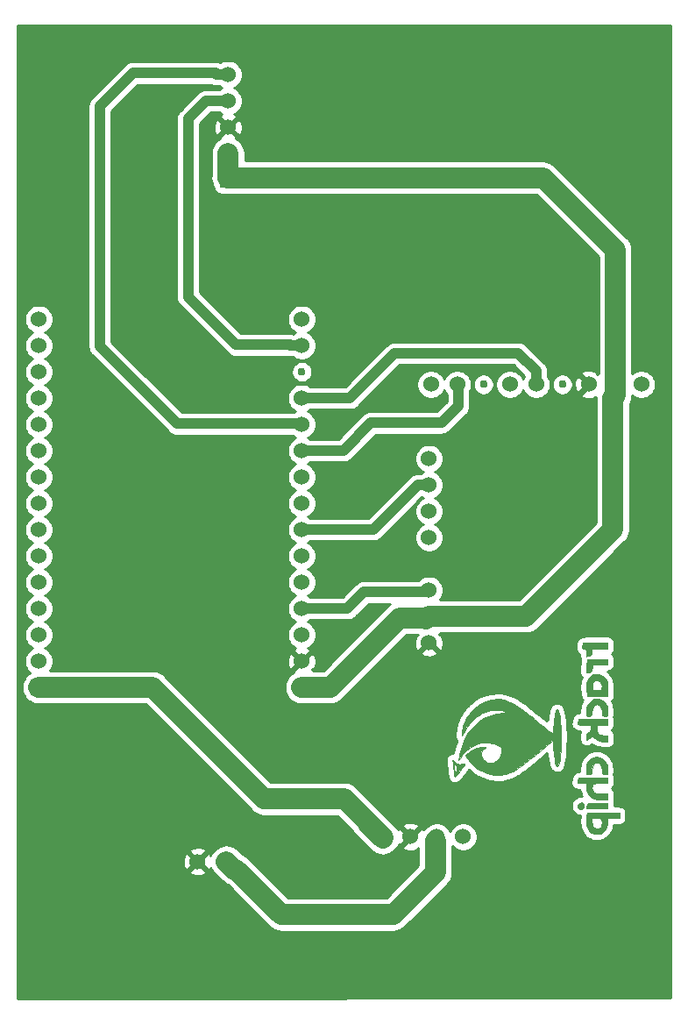
<source format=gbr>
%TF.GenerationSoftware,KiCad,Pcbnew,(5.1.4)-1*%
%TF.CreationDate,2021-02-16T17:44:41+01:00*%
%TF.ProjectId,version_sigfox,76657273-696f-46e5-9f73-6967666f782e,rev?*%
%TF.SameCoordinates,Original*%
%TF.FileFunction,Copper,L2,Bot*%
%TF.FilePolarity,Positive*%
%FSLAX46Y46*%
G04 Gerber Fmt 4.6, Leading zero omitted, Abs format (unit mm)*
G04 Created by KiCad (PCBNEW (5.1.4)-1) date 2021-02-16 17:44:41*
%MOMM*%
%LPD*%
G04 APERTURE LIST*
%TA.AperFunction,EtchedComponent*%
%ADD10C,0.010000*%
%TD*%
%TA.AperFunction,ComponentPad*%
%ADD11C,1.524000*%
%TD*%
%TA.AperFunction,ComponentPad*%
%ADD12C,0.770000*%
%TD*%
%TA.AperFunction,ComponentPad*%
%ADD13R,1.524000X1.524000*%
%TD*%
%TA.AperFunction,Conductor*%
%ADD14C,2.000000*%
%TD*%
%TA.AperFunction,Conductor*%
%ADD15C,1.000000*%
%TD*%
%TA.AperFunction,Conductor*%
%ADD16C,0.254000*%
%TD*%
G04 APERTURE END LIST*
D10*
%TO.C,G\002A\002A\002A*%
G36*
X144798275Y-121056271D02*
G01*
X144823392Y-121257302D01*
X144852661Y-121531972D01*
X144879650Y-121819736D01*
X144906226Y-122074181D01*
X144936170Y-122281179D01*
X144963509Y-122400317D01*
X144966445Y-122407019D01*
X145025073Y-122399982D01*
X145150336Y-122281723D01*
X145340701Y-122053811D01*
X145450557Y-121911462D01*
X145679468Y-121609521D01*
X145834702Y-121398544D01*
X145920151Y-121263643D01*
X145939707Y-121189927D01*
X145897259Y-121162510D01*
X145796701Y-121166501D01*
X145641922Y-121187014D01*
X145639826Y-121187290D01*
X145427888Y-121208873D01*
X145286124Y-121193536D01*
X145159363Y-121125866D01*
X145020572Y-121014310D01*
X144889164Y-120903150D01*
X144889164Y-121117894D01*
X145050019Y-121273203D01*
X145138948Y-121367053D01*
X145177953Y-121454129D01*
X145173488Y-121578844D01*
X145132008Y-121785614D01*
X145127470Y-121806186D01*
X145087217Y-122018864D01*
X145069546Y-122177495D01*
X145074531Y-122235745D01*
X145057986Y-122284787D01*
X145037747Y-122287631D01*
X144991829Y-122229194D01*
X144970182Y-122086856D01*
X144969948Y-122070394D01*
X144962149Y-121875932D01*
X144942900Y-121622949D01*
X144929280Y-121485526D01*
X144889164Y-121117894D01*
X144889164Y-120903150D01*
X144760276Y-120794121D01*
X144798275Y-121056271D01*
X144798275Y-121056271D01*
G37*
X144798275Y-121056271D02*
X144823392Y-121257302D01*
X144852661Y-121531972D01*
X144879650Y-121819736D01*
X144906226Y-122074181D01*
X144936170Y-122281179D01*
X144963509Y-122400317D01*
X144966445Y-122407019D01*
X145025073Y-122399982D01*
X145150336Y-122281723D01*
X145340701Y-122053811D01*
X145450557Y-121911462D01*
X145679468Y-121609521D01*
X145834702Y-121398544D01*
X145920151Y-121263643D01*
X145939707Y-121189927D01*
X145897259Y-121162510D01*
X145796701Y-121166501D01*
X145641922Y-121187014D01*
X145639826Y-121187290D01*
X145427888Y-121208873D01*
X145286124Y-121193536D01*
X145159363Y-121125866D01*
X145020572Y-121014310D01*
X144889164Y-120903150D01*
X144889164Y-121117894D01*
X145050019Y-121273203D01*
X145138948Y-121367053D01*
X145177953Y-121454129D01*
X145173488Y-121578844D01*
X145132008Y-121785614D01*
X145127470Y-121806186D01*
X145087217Y-122018864D01*
X145069546Y-122177495D01*
X145074531Y-122235745D01*
X145057986Y-122284787D01*
X145037747Y-122287631D01*
X144991829Y-122229194D01*
X144970182Y-122086856D01*
X144969948Y-122070394D01*
X144962149Y-121875932D01*
X144942900Y-121622949D01*
X144929280Y-121485526D01*
X144889164Y-121117894D01*
X144889164Y-120903150D01*
X144760276Y-120794121D01*
X144798275Y-121056271D01*
G36*
X145370968Y-120778683D02*
G01*
X145410795Y-120755913D01*
X145495368Y-120641369D01*
X145635156Y-120426483D01*
X145700191Y-120324207D01*
X146066091Y-119859648D01*
X146500152Y-119503299D01*
X146992404Y-119257982D01*
X147532874Y-119126517D01*
X148111590Y-119111725D01*
X148718582Y-119216426D01*
X149132413Y-119353368D01*
X149330869Y-119439880D01*
X149440824Y-119520958D01*
X149495635Y-119628820D01*
X149516792Y-119724604D01*
X149517103Y-120052682D01*
X149418332Y-120393697D01*
X149242148Y-120689497D01*
X149004681Y-120908339D01*
X148733047Y-121035546D01*
X148448091Y-121078154D01*
X148170657Y-121043199D01*
X147921591Y-120937715D01*
X147721736Y-120768739D01*
X147591937Y-120543306D01*
X147553038Y-120268452D01*
X147571762Y-120125703D01*
X147634842Y-119917000D01*
X147714636Y-119765580D01*
X147792964Y-119702125D01*
X147819319Y-119707930D01*
X147888755Y-119686572D01*
X147950349Y-119630525D01*
X147985028Y-119577907D01*
X147957963Y-119550952D01*
X147848615Y-119545642D01*
X147636444Y-119557958D01*
X147595122Y-119561029D01*
X147089264Y-119658120D01*
X146616937Y-119862251D01*
X146247497Y-120127706D01*
X146032244Y-120322260D01*
X146210688Y-120619814D01*
X146579815Y-121116107D01*
X147035900Y-121535868D01*
X147558519Y-121870415D01*
X148127248Y-122111063D01*
X148721663Y-122249130D01*
X149321341Y-122275931D01*
X149894283Y-122185923D01*
X150111507Y-122120233D01*
X150324431Y-122037684D01*
X150545938Y-121929730D01*
X150788912Y-121787826D01*
X151066233Y-121603429D01*
X151390787Y-121367992D01*
X151775456Y-121072972D01*
X152233122Y-120709823D01*
X152749250Y-120292319D01*
X154463750Y-118897053D01*
X154510871Y-119606421D01*
X154560323Y-120213271D01*
X154619729Y-120698994D01*
X154688491Y-121061006D01*
X154766015Y-121296726D01*
X154851702Y-121403572D01*
X154923986Y-121395681D01*
X154996802Y-121282394D01*
X155062341Y-121053455D01*
X155119514Y-120726735D01*
X155167229Y-120320107D01*
X155204399Y-119851444D01*
X155229933Y-119338618D01*
X155242741Y-118799502D01*
X155241734Y-118251968D01*
X155225823Y-117713888D01*
X155193917Y-117203135D01*
X155185525Y-117105890D01*
X155132879Y-116650578D01*
X155068487Y-116298952D01*
X154995122Y-116056351D01*
X154915563Y-115928115D01*
X154832583Y-115919583D01*
X154748958Y-116036095D01*
X154699053Y-116170091D01*
X154662639Y-116337094D01*
X154622482Y-116602751D01*
X154583149Y-116932318D01*
X154549207Y-117291052D01*
X154545287Y-117339828D01*
X154518251Y-117671832D01*
X154493611Y-117952283D01*
X154473701Y-118156175D01*
X154460853Y-118258503D01*
X154458910Y-118265456D01*
X154407942Y-118233226D01*
X154277368Y-118135324D01*
X154087818Y-117988171D01*
X153859918Y-117808191D01*
X153614295Y-117611805D01*
X153371577Y-117415437D01*
X153152391Y-117235508D01*
X152977365Y-117088442D01*
X152939750Y-117055972D01*
X152870200Y-116999310D01*
X152716900Y-116876628D01*
X152497689Y-116702132D01*
X152230408Y-116490027D01*
X151987250Y-116297504D01*
X151388177Y-115848008D01*
X150839198Y-115485680D01*
X150349044Y-115215663D01*
X149926446Y-115043100D01*
X149796500Y-115006772D01*
X149192837Y-114928785D01*
X148581266Y-114975091D01*
X147981371Y-115139466D01*
X147412734Y-115415688D01*
X146894937Y-115797536D01*
X146692370Y-115993097D01*
X146399207Y-116343056D01*
X146134232Y-116739534D01*
X145920636Y-117142926D01*
X145781607Y-117513627D01*
X145765957Y-117575263D01*
X145722675Y-117792929D01*
X145686480Y-118028273D01*
X145661493Y-118244937D01*
X145651832Y-118406561D01*
X145661616Y-118476787D01*
X145663753Y-118477384D01*
X145708356Y-118422261D01*
X145792740Y-118276629D01*
X145900196Y-118069715D01*
X145921688Y-118026200D01*
X146138526Y-117663678D01*
X146432881Y-117282205D01*
X146772538Y-116916292D01*
X147125282Y-116600450D01*
X147458898Y-116369193D01*
X147478750Y-116358133D01*
X147975565Y-116141228D01*
X148500131Y-116010544D01*
X149023362Y-115968404D01*
X149516173Y-116017127D01*
X149949476Y-116159037D01*
X149952879Y-116160677D01*
X150259225Y-116308829D01*
X149768518Y-116282746D01*
X149088720Y-116310394D01*
X148439612Y-116461703D01*
X147829229Y-116728796D01*
X147265603Y-117103793D01*
X146756767Y-117578816D01*
X146310754Y-118145988D01*
X145935596Y-118797430D01*
X145639327Y-119525265D01*
X145429980Y-120321613D01*
X145383673Y-120583158D01*
X145365417Y-120718243D01*
X145370968Y-120778683D01*
X145370968Y-120778683D01*
G37*
X145370968Y-120778683D02*
X145410795Y-120755913D01*
X145495368Y-120641369D01*
X145635156Y-120426483D01*
X145700191Y-120324207D01*
X146066091Y-119859648D01*
X146500152Y-119503299D01*
X146992404Y-119257982D01*
X147532874Y-119126517D01*
X148111590Y-119111725D01*
X148718582Y-119216426D01*
X149132413Y-119353368D01*
X149330869Y-119439880D01*
X149440824Y-119520958D01*
X149495635Y-119628820D01*
X149516792Y-119724604D01*
X149517103Y-120052682D01*
X149418332Y-120393697D01*
X149242148Y-120689497D01*
X149004681Y-120908339D01*
X148733047Y-121035546D01*
X148448091Y-121078154D01*
X148170657Y-121043199D01*
X147921591Y-120937715D01*
X147721736Y-120768739D01*
X147591937Y-120543306D01*
X147553038Y-120268452D01*
X147571762Y-120125703D01*
X147634842Y-119917000D01*
X147714636Y-119765580D01*
X147792964Y-119702125D01*
X147819319Y-119707930D01*
X147888755Y-119686572D01*
X147950349Y-119630525D01*
X147985028Y-119577907D01*
X147957963Y-119550952D01*
X147848615Y-119545642D01*
X147636444Y-119557958D01*
X147595122Y-119561029D01*
X147089264Y-119658120D01*
X146616937Y-119862251D01*
X146247497Y-120127706D01*
X146032244Y-120322260D01*
X146210688Y-120619814D01*
X146579815Y-121116107D01*
X147035900Y-121535868D01*
X147558519Y-121870415D01*
X148127248Y-122111063D01*
X148721663Y-122249130D01*
X149321341Y-122275931D01*
X149894283Y-122185923D01*
X150111507Y-122120233D01*
X150324431Y-122037684D01*
X150545938Y-121929730D01*
X150788912Y-121787826D01*
X151066233Y-121603429D01*
X151390787Y-121367992D01*
X151775456Y-121072972D01*
X152233122Y-120709823D01*
X152749250Y-120292319D01*
X154463750Y-118897053D01*
X154510871Y-119606421D01*
X154560323Y-120213271D01*
X154619729Y-120698994D01*
X154688491Y-121061006D01*
X154766015Y-121296726D01*
X154851702Y-121403572D01*
X154923986Y-121395681D01*
X154996802Y-121282394D01*
X155062341Y-121053455D01*
X155119514Y-120726735D01*
X155167229Y-120320107D01*
X155204399Y-119851444D01*
X155229933Y-119338618D01*
X155242741Y-118799502D01*
X155241734Y-118251968D01*
X155225823Y-117713888D01*
X155193917Y-117203135D01*
X155185525Y-117105890D01*
X155132879Y-116650578D01*
X155068487Y-116298952D01*
X154995122Y-116056351D01*
X154915563Y-115928115D01*
X154832583Y-115919583D01*
X154748958Y-116036095D01*
X154699053Y-116170091D01*
X154662639Y-116337094D01*
X154622482Y-116602751D01*
X154583149Y-116932318D01*
X154549207Y-117291052D01*
X154545287Y-117339828D01*
X154518251Y-117671832D01*
X154493611Y-117952283D01*
X154473701Y-118156175D01*
X154460853Y-118258503D01*
X154458910Y-118265456D01*
X154407942Y-118233226D01*
X154277368Y-118135324D01*
X154087818Y-117988171D01*
X153859918Y-117808191D01*
X153614295Y-117611805D01*
X153371577Y-117415437D01*
X153152391Y-117235508D01*
X152977365Y-117088442D01*
X152939750Y-117055972D01*
X152870200Y-116999310D01*
X152716900Y-116876628D01*
X152497689Y-116702132D01*
X152230408Y-116490027D01*
X151987250Y-116297504D01*
X151388177Y-115848008D01*
X150839198Y-115485680D01*
X150349044Y-115215663D01*
X149926446Y-115043100D01*
X149796500Y-115006772D01*
X149192837Y-114928785D01*
X148581266Y-114975091D01*
X147981371Y-115139466D01*
X147412734Y-115415688D01*
X146894937Y-115797536D01*
X146692370Y-115993097D01*
X146399207Y-116343056D01*
X146134232Y-116739534D01*
X145920636Y-117142926D01*
X145781607Y-117513627D01*
X145765957Y-117575263D01*
X145722675Y-117792929D01*
X145686480Y-118028273D01*
X145661493Y-118244937D01*
X145651832Y-118406561D01*
X145661616Y-118476787D01*
X145663753Y-118477384D01*
X145708356Y-118422261D01*
X145792740Y-118276629D01*
X145900196Y-118069715D01*
X145921688Y-118026200D01*
X146138526Y-117663678D01*
X146432881Y-117282205D01*
X146772538Y-116916292D01*
X147125282Y-116600450D01*
X147458898Y-116369193D01*
X147478750Y-116358133D01*
X147975565Y-116141228D01*
X148500131Y-116010544D01*
X149023362Y-115968404D01*
X149516173Y-116017127D01*
X149949476Y-116159037D01*
X149952879Y-116160677D01*
X150259225Y-116308829D01*
X149768518Y-116282746D01*
X149088720Y-116310394D01*
X148439612Y-116461703D01*
X147829229Y-116728796D01*
X147265603Y-117103793D01*
X146756767Y-117578816D01*
X146310754Y-118145988D01*
X145935596Y-118797430D01*
X145639327Y-119525265D01*
X145429980Y-120321613D01*
X145383673Y-120583158D01*
X145365417Y-120718243D01*
X145370968Y-120778683D01*
G36*
X156961125Y-125452271D02*
G01*
X157135249Y-125553339D01*
X157302437Y-125521863D01*
X157380214Y-125457857D01*
X157471533Y-125287682D01*
X157441802Y-125116696D01*
X157321250Y-124988590D01*
X157196967Y-124917866D01*
X157099246Y-124929305D01*
X157003750Y-124988590D01*
X156871396Y-125136612D01*
X156861460Y-125301907D01*
X156961125Y-125452271D01*
X156961125Y-125452271D01*
G37*
X156961125Y-125452271D02*
X157135249Y-125553339D01*
X157302437Y-125521863D01*
X157380214Y-125457857D01*
X157471533Y-125287682D01*
X157441802Y-125116696D01*
X157321250Y-124988590D01*
X157196967Y-124917866D01*
X157099246Y-124929305D01*
X157003750Y-124988590D01*
X156871396Y-125136612D01*
X156861460Y-125301907D01*
X156961125Y-125452271D01*
G36*
X159766000Y-125496052D02*
G01*
X159766000Y-124961315D01*
X158788543Y-124961315D01*
X158400836Y-124962361D01*
X158122136Y-124969740D01*
X157934451Y-124989820D01*
X157819787Y-125028967D01*
X157760153Y-125093545D01*
X157737555Y-125189921D01*
X157734000Y-125324461D01*
X157734000Y-125496052D01*
X159766000Y-125496052D01*
X159766000Y-125496052D01*
G37*
X159766000Y-125496052D02*
X159766000Y-124961315D01*
X158788543Y-124961315D01*
X158400836Y-124962361D01*
X158122136Y-124969740D01*
X157934451Y-124989820D01*
X157819787Y-125028967D01*
X157760153Y-125093545D01*
X157737555Y-125189921D01*
X157734000Y-125324461D01*
X157734000Y-125496052D01*
X159766000Y-125496052D01*
G36*
X157735500Y-123022894D02*
G01*
X157696996Y-123276360D01*
X157695669Y-123618187D01*
X157783002Y-123947453D01*
X157944882Y-124214415D01*
X157971112Y-124242401D01*
X158192332Y-124423624D01*
X158447578Y-124542015D01*
X158766045Y-124606770D01*
X159176934Y-124627086D01*
X159192460Y-124627105D01*
X159766000Y-124627105D01*
X159766000Y-124025526D01*
X159142068Y-124025526D01*
X158850376Y-124022860D01*
X158656523Y-124010921D01*
X158531390Y-123983797D01*
X158445858Y-123935576D01*
X158380068Y-123870823D01*
X158287938Y-123699835D01*
X158243116Y-123479449D01*
X158250003Y-123264258D01*
X158312998Y-123108856D01*
X158318200Y-123103105D01*
X158427395Y-123061093D01*
X158657591Y-123034266D01*
X159003550Y-123023177D01*
X159080200Y-123022894D01*
X159766000Y-123022894D01*
X159766000Y-122488158D01*
X158372747Y-122488158D01*
X157965408Y-122490343D01*
X157602489Y-122496461D01*
X157302630Y-122505854D01*
X157084468Y-122517865D01*
X156966642Y-122531837D01*
X156951464Y-122538289D01*
X156919793Y-122633357D01*
X156881291Y-122795353D01*
X156879172Y-122805658D01*
X156834909Y-123022894D01*
X157735500Y-123022894D01*
X157735500Y-123022894D01*
G37*
X157735500Y-123022894D02*
X157696996Y-123276360D01*
X157695669Y-123618187D01*
X157783002Y-123947453D01*
X157944882Y-124214415D01*
X157971112Y-124242401D01*
X158192332Y-124423624D01*
X158447578Y-124542015D01*
X158766045Y-124606770D01*
X159176934Y-124627086D01*
X159192460Y-124627105D01*
X159766000Y-124627105D01*
X159766000Y-124025526D01*
X159142068Y-124025526D01*
X158850376Y-124022860D01*
X158656523Y-124010921D01*
X158531390Y-123983797D01*
X158445858Y-123935576D01*
X158380068Y-123870823D01*
X158287938Y-123699835D01*
X158243116Y-123479449D01*
X158250003Y-123264258D01*
X158312998Y-123108856D01*
X158318200Y-123103105D01*
X158427395Y-123061093D01*
X158657591Y-123034266D01*
X159003550Y-123023177D01*
X159080200Y-123022894D01*
X159766000Y-123022894D01*
X159766000Y-122488158D01*
X158372747Y-122488158D01*
X157965408Y-122490343D01*
X157602489Y-122496461D01*
X157302630Y-122505854D01*
X157084468Y-122517865D01*
X156966642Y-122531837D01*
X156951464Y-122538289D01*
X156919793Y-122633357D01*
X156881291Y-122795353D01*
X156879172Y-122805658D01*
X156834909Y-123022894D01*
X157735500Y-123022894D01*
G36*
X157697959Y-121996065D02*
G01*
X157730601Y-122155777D01*
X157753447Y-122196699D01*
X157828830Y-122202955D01*
X157973828Y-122176579D01*
X157996911Y-122170548D01*
X158124885Y-122126288D01*
X158190536Y-122056775D01*
X158218350Y-121920791D01*
X158227467Y-121782396D01*
X158268289Y-121461378D01*
X158358323Y-121244766D01*
X158508487Y-121109501D01*
X158557567Y-121085316D01*
X158744639Y-121044876D01*
X158891351Y-121088291D01*
X159053813Y-121211694D01*
X159154304Y-121409011D01*
X159203967Y-121704590D01*
X159209032Y-121782396D01*
X159225577Y-121981439D01*
X159264531Y-122088037D01*
X159350379Y-122143406D01*
X159439588Y-122170548D01*
X159591834Y-122199655D01*
X159683493Y-122194688D01*
X159688370Y-122191101D01*
X159722637Y-122087551D01*
X159740047Y-121897642D01*
X159740756Y-121667494D01*
X159724917Y-121443228D01*
X159692685Y-121270963D01*
X159685214Y-121249193D01*
X159501459Y-120912581D01*
X159255311Y-120666728D01*
X158967631Y-120520738D01*
X158659280Y-120483715D01*
X158351117Y-120564760D01*
X158248140Y-120622077D01*
X157983631Y-120836821D01*
X157812722Y-121097877D01*
X157730192Y-121335407D01*
X157696474Y-121538458D01*
X157686156Y-121774485D01*
X157697959Y-121996065D01*
X157697959Y-121996065D01*
G37*
X157697959Y-121996065D02*
X157730601Y-122155777D01*
X157753447Y-122196699D01*
X157828830Y-122202955D01*
X157973828Y-122176579D01*
X157996911Y-122170548D01*
X158124885Y-122126288D01*
X158190536Y-122056775D01*
X158218350Y-121920791D01*
X158227467Y-121782396D01*
X158268289Y-121461378D01*
X158358323Y-121244766D01*
X158508487Y-121109501D01*
X158557567Y-121085316D01*
X158744639Y-121044876D01*
X158891351Y-121088291D01*
X159053813Y-121211694D01*
X159154304Y-121409011D01*
X159203967Y-121704590D01*
X159209032Y-121782396D01*
X159225577Y-121981439D01*
X159264531Y-122088037D01*
X159350379Y-122143406D01*
X159439588Y-122170548D01*
X159591834Y-122199655D01*
X159683493Y-122194688D01*
X159688370Y-122191101D01*
X159722637Y-122087551D01*
X159740047Y-121897642D01*
X159740756Y-121667494D01*
X159724917Y-121443228D01*
X159692685Y-121270963D01*
X159685214Y-121249193D01*
X159501459Y-120912581D01*
X159255311Y-120666728D01*
X158967631Y-120520738D01*
X158659280Y-120483715D01*
X158351117Y-120564760D01*
X158248140Y-120622077D01*
X157983631Y-120836821D01*
X157812722Y-121097877D01*
X157730192Y-121335407D01*
X157696474Y-121538458D01*
X157686156Y-121774485D01*
X157697959Y-121996065D01*
G36*
X156905056Y-117367805D02*
G01*
X157041693Y-117397648D01*
X157276533Y-117407337D01*
X157480000Y-117408158D01*
X158115000Y-117408158D01*
X158115000Y-117698421D01*
X158103873Y-117889447D01*
X158050599Y-118003309D01*
X157925335Y-118095902D01*
X157892750Y-118114674D01*
X157757413Y-118203134D01*
X157692172Y-118299682D01*
X157671776Y-118455141D01*
X157670500Y-118562025D01*
X157673985Y-118752564D01*
X157694743Y-118835675D01*
X157748223Y-118837603D01*
X157813375Y-118804716D01*
X157973212Y-118706585D01*
X158122510Y-118603556D01*
X158242160Y-118524768D01*
X158317116Y-118528618D01*
X158405271Y-118618939D01*
X158408260Y-118622474D01*
X158644508Y-118814301D01*
X158963065Y-118948012D01*
X159326088Y-119008797D01*
X159400875Y-119010900D01*
X159766000Y-119012368D01*
X159766000Y-118410789D01*
X159385000Y-118410789D01*
X159139981Y-118398696D01*
X158981864Y-118355720D01*
X158878615Y-118278805D01*
X158732596Y-118032946D01*
X158691206Y-117719041D01*
X158697416Y-117633471D01*
X158718250Y-117441579D01*
X159766000Y-117402751D01*
X159766000Y-116873421D01*
X156968856Y-116873421D01*
X156906928Y-117044877D01*
X156855418Y-117202669D01*
X156848879Y-117306562D01*
X156905056Y-117367805D01*
X156905056Y-117367805D01*
G37*
X156905056Y-117367805D02*
X157041693Y-117397648D01*
X157276533Y-117407337D01*
X157480000Y-117408158D01*
X158115000Y-117408158D01*
X158115000Y-117698421D01*
X158103873Y-117889447D01*
X158050599Y-118003309D01*
X157925335Y-118095902D01*
X157892750Y-118114674D01*
X157757413Y-118203134D01*
X157692172Y-118299682D01*
X157671776Y-118455141D01*
X157670500Y-118562025D01*
X157673985Y-118752564D01*
X157694743Y-118835675D01*
X157748223Y-118837603D01*
X157813375Y-118804716D01*
X157973212Y-118706585D01*
X158122510Y-118603556D01*
X158242160Y-118524768D01*
X158317116Y-118528618D01*
X158405271Y-118618939D01*
X158408260Y-118622474D01*
X158644508Y-118814301D01*
X158963065Y-118948012D01*
X159326088Y-119008797D01*
X159400875Y-119010900D01*
X159766000Y-119012368D01*
X159766000Y-118410789D01*
X159385000Y-118410789D01*
X159139981Y-118398696D01*
X158981864Y-118355720D01*
X158878615Y-118278805D01*
X158732596Y-118032946D01*
X158691206Y-117719041D01*
X158697416Y-117633471D01*
X158718250Y-117441579D01*
X159766000Y-117402751D01*
X159766000Y-116873421D01*
X156968856Y-116873421D01*
X156906928Y-117044877D01*
X156855418Y-117202669D01*
X156848879Y-117306562D01*
X156905056Y-117367805D01*
G36*
X157683469Y-116367173D02*
G01*
X157726887Y-116519409D01*
X157815709Y-116578567D01*
X157963918Y-116564319D01*
X157994388Y-116556457D01*
X158119671Y-116513556D01*
X158188978Y-116446508D01*
X158225423Y-116316710D01*
X158247219Y-116134195D01*
X158283938Y-115852329D01*
X158334140Y-115671157D01*
X158412562Y-115557697D01*
X158533943Y-115478966D01*
X158541664Y-115475225D01*
X158719322Y-115429525D01*
X158882858Y-115472291D01*
X159011659Y-115546903D01*
X159095227Y-115655838D01*
X159148477Y-115831313D01*
X159186320Y-116105539D01*
X159189280Y-116134195D01*
X159216006Y-116345171D01*
X159256456Y-116461431D01*
X159333743Y-116521579D01*
X159442111Y-116556457D01*
X159601229Y-116580722D01*
X159698701Y-116534758D01*
X159748509Y-116398897D01*
X159764637Y-116153466D01*
X159765027Y-116102189D01*
X159706018Y-115685760D01*
X159623125Y-115467729D01*
X159415674Y-115153081D01*
X159148928Y-114955798D01*
X158816869Y-114871894D01*
X158718250Y-114868158D01*
X158372843Y-114928748D01*
X158082055Y-115099972D01*
X157859307Y-115366011D01*
X157718017Y-115711043D01*
X157671472Y-116102189D01*
X157683469Y-116367173D01*
X157683469Y-116367173D01*
G37*
X157683469Y-116367173D02*
X157726887Y-116519409D01*
X157815709Y-116578567D01*
X157963918Y-116564319D01*
X157994388Y-116556457D01*
X158119671Y-116513556D01*
X158188978Y-116446508D01*
X158225423Y-116316710D01*
X158247219Y-116134195D01*
X158283938Y-115852329D01*
X158334140Y-115671157D01*
X158412562Y-115557697D01*
X158533943Y-115478966D01*
X158541664Y-115475225D01*
X158719322Y-115429525D01*
X158882858Y-115472291D01*
X159011659Y-115546903D01*
X159095227Y-115655838D01*
X159148477Y-115831313D01*
X159186320Y-116105539D01*
X159189280Y-116134195D01*
X159216006Y-116345171D01*
X159256456Y-116461431D01*
X159333743Y-116521579D01*
X159442111Y-116556457D01*
X159601229Y-116580722D01*
X159698701Y-116534758D01*
X159748509Y-116398897D01*
X159764637Y-116153466D01*
X159765027Y-116102189D01*
X159706018Y-115685760D01*
X159623125Y-115467729D01*
X159415674Y-115153081D01*
X159148928Y-114955798D01*
X158816869Y-114871894D01*
X158718250Y-114868158D01*
X158372843Y-114928748D01*
X158082055Y-115099972D01*
X157859307Y-115366011D01*
X157718017Y-115711043D01*
X157671472Y-116102189D01*
X157683469Y-116367173D01*
G36*
X157727145Y-114240147D02*
G01*
X157741538Y-114303822D01*
X157812576Y-114600789D01*
X159766000Y-114600789D01*
X159766000Y-113976302D01*
X159760681Y-113653791D01*
X159740386Y-113423905D01*
X159698603Y-113245880D01*
X159628823Y-113078955D01*
X159619776Y-113060748D01*
X159412084Y-112773746D01*
X159137151Y-112576024D01*
X158823515Y-112479825D01*
X158809272Y-112480597D01*
X158809272Y-113069947D01*
X159000907Y-113170232D01*
X159062891Y-113239540D01*
X159164890Y-113458684D01*
X159190008Y-113705522D01*
X159134200Y-113922564D01*
X159113352Y-113956792D01*
X159037931Y-114024211D01*
X158911467Y-114054700D01*
X158699697Y-114055428D01*
X158652977Y-114053120D01*
X158273750Y-114032631D01*
X158254419Y-113715731D01*
X158254484Y-113498767D01*
X158299331Y-113352951D01*
X158394407Y-113231126D01*
X158598261Y-113090134D01*
X158809272Y-113069947D01*
X158809272Y-112480597D01*
X158499715Y-112497391D01*
X158389008Y-112532784D01*
X158083705Y-112720536D01*
X157859220Y-113000594D01*
X157721201Y-113357512D01*
X157675294Y-113775845D01*
X157727145Y-114240147D01*
X157727145Y-114240147D01*
G37*
X157727145Y-114240147D02*
X157741538Y-114303822D01*
X157812576Y-114600789D01*
X159766000Y-114600789D01*
X159766000Y-113976302D01*
X159760681Y-113653791D01*
X159740386Y-113423905D01*
X159698603Y-113245880D01*
X159628823Y-113078955D01*
X159619776Y-113060748D01*
X159412084Y-112773746D01*
X159137151Y-112576024D01*
X158823515Y-112479825D01*
X158809272Y-112480597D01*
X158809272Y-113069947D01*
X159000907Y-113170232D01*
X159062891Y-113239540D01*
X159164890Y-113458684D01*
X159190008Y-113705522D01*
X159134200Y-113922564D01*
X159113352Y-113956792D01*
X159037931Y-114024211D01*
X158911467Y-114054700D01*
X158699697Y-114055428D01*
X158652977Y-114053120D01*
X158273750Y-114032631D01*
X158254419Y-113715731D01*
X158254484Y-113498767D01*
X158299331Y-113352951D01*
X158394407Y-113231126D01*
X158598261Y-113090134D01*
X158809272Y-113069947D01*
X158809272Y-112480597D01*
X158499715Y-112497391D01*
X158389008Y-112532784D01*
X158083705Y-112720536D01*
X157859220Y-113000594D01*
X157721201Y-113357512D01*
X157675294Y-113775845D01*
X157727145Y-114240147D01*
G36*
X157677599Y-112240570D02*
G01*
X157702714Y-112339733D01*
X157703640Y-112340761D01*
X157780014Y-112347026D01*
X157930335Y-112320165D01*
X157986414Y-112305508D01*
X158140350Y-112253449D01*
X158216267Y-112181735D01*
X158246413Y-112045362D01*
X158254899Y-111930842D01*
X158273750Y-111626315D01*
X159019875Y-111607484D01*
X159766000Y-111588652D01*
X159766000Y-111058158D01*
X157812576Y-111058158D01*
X157741538Y-111355125D01*
X157704051Y-111567698D01*
X157679846Y-111813499D01*
X157670503Y-112051475D01*
X157677599Y-112240570D01*
X157677599Y-112240570D01*
G37*
X157677599Y-112240570D02*
X157702714Y-112339733D01*
X157703640Y-112340761D01*
X157780014Y-112347026D01*
X157930335Y-112320165D01*
X157986414Y-112305508D01*
X158140350Y-112253449D01*
X158216267Y-112181735D01*
X158246413Y-112045362D01*
X158254899Y-111930842D01*
X158273750Y-111626315D01*
X159019875Y-111607484D01*
X159766000Y-111588652D01*
X159766000Y-111058158D01*
X157812576Y-111058158D01*
X157741538Y-111355125D01*
X157704051Y-111567698D01*
X157679846Y-111813499D01*
X157670503Y-112051475D01*
X157677599Y-112240570D01*
G36*
X157309557Y-109987613D02*
G01*
X157406927Y-110049237D01*
X157480000Y-110055526D01*
X157588905Y-110061699D01*
X157645590Y-110102155D01*
X157667104Y-110209799D01*
X157670499Y-110417536D01*
X157670500Y-110423158D01*
X157677121Y-110624527D01*
X157694200Y-110758060D01*
X157710757Y-110790789D01*
X157792064Y-110773185D01*
X157944991Y-110729340D01*
X157996507Y-110713367D01*
X158149966Y-110655883D01*
X158220893Y-110581232D01*
X158241041Y-110441865D01*
X158242000Y-110345735D01*
X158242000Y-110055526D01*
X159766000Y-110055526D01*
X159766000Y-109453947D01*
X158566906Y-109453947D01*
X158149488Y-109454362D01*
X157841652Y-109457020D01*
X157625983Y-109464036D01*
X157485062Y-109477528D01*
X157401472Y-109499613D01*
X157357796Y-109532408D01*
X157336618Y-109578029D01*
X157329523Y-109604342D01*
X157285777Y-109845378D01*
X157309557Y-109987613D01*
X157309557Y-109987613D01*
G37*
X157309557Y-109987613D02*
X157406927Y-110049237D01*
X157480000Y-110055526D01*
X157588905Y-110061699D01*
X157645590Y-110102155D01*
X157667104Y-110209799D01*
X157670499Y-110417536D01*
X157670500Y-110423158D01*
X157677121Y-110624527D01*
X157694200Y-110758060D01*
X157710757Y-110790789D01*
X157792064Y-110773185D01*
X157944991Y-110729340D01*
X157996507Y-110713367D01*
X158149966Y-110655883D01*
X158220893Y-110581232D01*
X158241041Y-110441865D01*
X158242000Y-110345735D01*
X158242000Y-110055526D01*
X159766000Y-110055526D01*
X159766000Y-109453947D01*
X158566906Y-109453947D01*
X158149488Y-109454362D01*
X157841652Y-109457020D01*
X157625983Y-109464036D01*
X157485062Y-109477528D01*
X157401472Y-109499613D01*
X157357796Y-109532408D01*
X157336618Y-109578029D01*
X157329523Y-109604342D01*
X157285777Y-109845378D01*
X157309557Y-109987613D01*
G36*
X157728629Y-127111507D02*
G01*
X157845268Y-127456287D01*
X158031194Y-127722266D01*
X158219348Y-127860053D01*
X158522510Y-127954222D01*
X158848149Y-127961598D01*
X159146619Y-127884164D01*
X159264484Y-127818276D01*
X159510297Y-127571718D01*
X159677122Y-127250491D01*
X159746183Y-126896660D01*
X159741613Y-126749342D01*
X159708483Y-126431842D01*
X160909000Y-126431842D01*
X160909000Y-125897105D01*
X158242000Y-125897105D01*
X158242000Y-126431842D01*
X158681208Y-126431842D01*
X158931010Y-126437418D01*
X159080366Y-126469666D01*
X159155789Y-126551870D01*
X159183792Y-126707310D01*
X159189486Y-126878175D01*
X159174519Y-127084406D01*
X159104503Y-127221911D01*
X159027186Y-127295938D01*
X158803945Y-127416500D01*
X158589191Y-127404368D01*
X158397863Y-127270406D01*
X158296566Y-127130786D01*
X158250591Y-126958447D01*
X158242000Y-126769091D01*
X158242000Y-126431842D01*
X158242000Y-125897105D01*
X157806504Y-125897105D01*
X157731512Y-126277347D01*
X157688353Y-126710877D01*
X157728629Y-127111507D01*
X157728629Y-127111507D01*
G37*
X157728629Y-127111507D02*
X157845268Y-127456287D01*
X158031194Y-127722266D01*
X158219348Y-127860053D01*
X158522510Y-127954222D01*
X158848149Y-127961598D01*
X159146619Y-127884164D01*
X159264484Y-127818276D01*
X159510297Y-127571718D01*
X159677122Y-127250491D01*
X159746183Y-126896660D01*
X159741613Y-126749342D01*
X159708483Y-126431842D01*
X160909000Y-126431842D01*
X160909000Y-125897105D01*
X158242000Y-125897105D01*
X158242000Y-126431842D01*
X158681208Y-126431842D01*
X158931010Y-126437418D01*
X159080366Y-126469666D01*
X159155789Y-126551870D01*
X159183792Y-126707310D01*
X159189486Y-126878175D01*
X159174519Y-127084406D01*
X159104503Y-127221911D01*
X159027186Y-127295938D01*
X158803945Y-127416500D01*
X158589191Y-127404368D01*
X158397863Y-127270406D01*
X158296566Y-127130786D01*
X158250591Y-126958447D01*
X158242000Y-126769091D01*
X158242000Y-126431842D01*
X158242000Y-125897105D01*
X157806504Y-125897105D01*
X157731512Y-126277347D01*
X157688353Y-126710877D01*
X157728629Y-127111507D01*
%TD*%
D11*
%TO.P,wisol1,7*%
%TO.N,GND*%
X142494000Y-109474000D03*
%TO.P,wisol1,6*%
%TO.N,3V3*%
X142494000Y-106934000D03*
%TO.P,wisol1,5*%
%TO.N,RST_WSL*%
X142494000Y-104394000D03*
%TO.P,wisol1,4*%
%TO.N,N/C*%
X142494000Y-99314000D03*
%TO.P,wisol1,3*%
X142494000Y-96774000D03*
%TO.P,wisol1,2*%
%TO.N,MCU_TX2*%
X142494000Y-94234000D03*
%TO.P,wisol1,1*%
%TO.N,N/C*%
X142494000Y-91694000D03*
%TD*%
%TO.P,U7,1*%
%TO.N,VBAT*%
X122936000Y-130606800D03*
%TO.P,U7,2*%
%TO.N,GND*%
X120142000Y-130606800D03*
%TD*%
%TO.P,U1,4*%
%TO.N,5V*%
X138176000Y-128219200D03*
%TO.P,U1,3*%
%TO.N,GND*%
X140716000Y-128219200D03*
%TO.P,U1,2*%
%TO.N,VBAT*%
X143256000Y-128219200D03*
%TO.P,U1,1*%
%TO.N,N/C*%
X145796000Y-128219200D03*
%TD*%
%TO.P,U3,9*%
%TO.N,N/C*%
X163017200Y-84531200D03*
%TO.P,U3,8*%
%TO.N,3V3*%
X160477200Y-84531200D03*
%TO.P,U3,7*%
%TO.N,GND*%
X157937200Y-84531200D03*
D12*
%TO.P,U3,6*%
%TO.N,N/C*%
X155397200Y-84531200D03*
D11*
%TO.P,U3,5*%
%TO.N,GPS_TX0*%
X152857200Y-84531200D03*
%TO.P,U3,4*%
%TO.N,N/C*%
X150317200Y-84531200D03*
D12*
%TO.P,U3,3*%
X147777200Y-84531200D03*
D11*
%TO.P,U3,2*%
%TO.N,EN_GPS*%
X145237200Y-84531200D03*
%TO.P,U3,1*%
%TO.N,N/C*%
X142697200Y-84531200D03*
%TD*%
%TO.P,U2,1*%
%TO.N,N/C*%
X104800400Y-78232000D03*
%TO.P,U2,2*%
X104800400Y-80772000D03*
%TO.P,U2,3*%
X104800400Y-83312000D03*
%TO.P,U2,4*%
X104800400Y-85852000D03*
%TO.P,U2,5*%
X104800400Y-88392000D03*
%TO.P,U2,6*%
X104800400Y-90932000D03*
%TO.P,U2,7*%
X104800400Y-93472000D03*
%TO.P,U2,8*%
X104800400Y-96012000D03*
%TO.P,U2,9*%
X104800400Y-98552000D03*
%TO.P,U2,10*%
X104800400Y-101092000D03*
%TO.P,U2,11*%
X104800400Y-103632000D03*
%TO.P,U2,12*%
X104800400Y-106172000D03*
%TO.P,U2,13*%
X104800400Y-108712000D03*
D13*
%TO.P,U2,15*%
%TO.N,5V*%
X104800400Y-113792000D03*
D11*
%TO.P,U2,16*%
%TO.N,3V3*%
X130200400Y-113792000D03*
%TO.P,U2,17*%
%TO.N,GND*%
X130200400Y-111252000D03*
%TO.P,U2,18*%
%TO.N,N/C*%
X130200400Y-108712000D03*
%TO.P,U2,19*%
%TO.N,RST_WSL*%
X130200400Y-106172000D03*
%TO.P,U2,20*%
%TO.N,N/C*%
X130200400Y-103632000D03*
%TO.P,U2,21*%
X130200400Y-101092000D03*
%TO.P,U2,22*%
%TO.N,MCU_TX2*%
X130200400Y-98552000D03*
%TO.P,U2,23*%
%TO.N,N/C*%
X130200400Y-96012000D03*
%TO.P,U2,24*%
X130200400Y-93472000D03*
%TO.P,U2,25*%
%TO.N,EN_GPS*%
X130200400Y-90932000D03*
%TO.P,U2,26*%
%TO.N,SDA*%
X130200400Y-88392000D03*
%TO.P,U2,27*%
%TO.N,GPS_TX0*%
X130200400Y-85852000D03*
D12*
%TO.P,U2,28*%
%TO.N,N/C*%
X130200400Y-83312000D03*
D11*
%TO.P,U2,14*%
X104800400Y-111252000D03*
%TO.P,U2,29*%
%TO.N,SCL*%
X130200400Y-80772000D03*
%TO.P,U2,30*%
%TO.N,N/C*%
X130200400Y-78232000D03*
%TD*%
D13*
%TO.P,U4,1*%
%TO.N,3V3*%
X123088400Y-64770000D03*
D11*
%TO.P,U4,2*%
X123088400Y-62230000D03*
%TO.P,U4,3*%
%TO.N,GND*%
X123088400Y-59690000D03*
%TO.P,U4,4*%
%TO.N,SCL*%
X123088400Y-57150000D03*
%TO.P,U4,5*%
%TO.N,SDA*%
X123088400Y-54610000D03*
%TD*%
D14*
%TO.N,VBAT*%
X123697999Y-131368799D02*
X123850399Y-131368799D01*
X122936000Y-130606800D02*
X123697999Y-131368799D01*
X123850399Y-131368799D02*
X128219200Y-135737600D01*
X128219200Y-135737600D02*
X139039600Y-135737600D01*
X139039600Y-135737600D02*
X143103600Y-131673600D01*
X143103600Y-131673600D02*
X143103600Y-128625600D01*
D15*
%TO.N,SDA*%
X122010770Y-54610000D02*
X121858370Y-54457600D01*
X123088400Y-54610000D02*
X122010770Y-54610000D01*
X113893600Y-54457600D02*
X121858370Y-54457600D01*
X110693200Y-57658000D02*
X113893600Y-54457600D01*
X110693200Y-80873600D02*
X110693200Y-57658000D01*
X130251200Y-88341200D02*
X118160800Y-88341200D01*
X118160800Y-88341200D02*
X110693200Y-80873600D01*
%TO.N,SCL*%
X123088400Y-57150000D02*
X120954800Y-57150000D01*
X120954800Y-57150000D02*
X119227600Y-58877200D01*
X119227600Y-58877200D02*
X119227600Y-76098400D01*
X129122770Y-80772000D02*
X129071970Y-80721200D01*
X130200400Y-80772000D02*
X129122770Y-80772000D01*
X123850400Y-80721200D02*
X119227600Y-76098400D01*
X129071970Y-80721200D02*
X123850400Y-80721200D01*
%TO.N,EN_GPS*%
X130200400Y-90932000D02*
X131278030Y-90932000D01*
X136906000Y-88239600D02*
X134213600Y-90932000D01*
X142606430Y-88239600D02*
X136906000Y-88239600D01*
X131278030Y-90932000D02*
X134213600Y-90932000D01*
X142606430Y-88239600D02*
X143713200Y-88239600D01*
X143713200Y-88239600D02*
X145338800Y-86614000D01*
X145338800Y-86614000D02*
X145338800Y-84480400D01*
X145338800Y-84480400D02*
X145288000Y-84429600D01*
D14*
%TO.N,3V3*%
X123088400Y-62230000D02*
X123088400Y-64516000D01*
X123088400Y-64516000D02*
X123037600Y-64566800D01*
X123037600Y-64566800D02*
X133959600Y-64566800D01*
X133959600Y-64566800D02*
X153517600Y-64566800D01*
X153517600Y-64566800D02*
X160477200Y-71526400D01*
X160477200Y-71526400D02*
X160477200Y-84480400D01*
X130200400Y-113792000D02*
X132943600Y-113792000D01*
X132943600Y-113792000D02*
X139649200Y-107086400D01*
X139649200Y-107086400D02*
X142189200Y-107086400D01*
X160477200Y-85608830D02*
X160274000Y-85812030D01*
X160477200Y-84531200D02*
X160477200Y-85608830D01*
X160274000Y-85812030D02*
X160274000Y-98552000D01*
X151892000Y-106934000D02*
X142494000Y-106934000D01*
X160274000Y-98552000D02*
X151892000Y-106934000D01*
X142494000Y-106934000D02*
X142240000Y-107188000D01*
D15*
%TO.N,RST_WSL*%
X130200400Y-106172000D02*
X134620000Y-106172000D01*
X134620000Y-106172000D02*
X136194800Y-104597200D01*
X136194800Y-104597200D02*
X142189200Y-104597200D01*
D14*
%TO.N,5V*%
X104800400Y-113792000D02*
X110083600Y-113792000D01*
X136652000Y-127000000D02*
X138023600Y-128371600D01*
X110083600Y-113792000D02*
X115773200Y-113792000D01*
X115773200Y-113792000D02*
X126542800Y-124561600D01*
X126542800Y-124561600D02*
X134315200Y-124561600D01*
X134315200Y-124561600D02*
X138023600Y-128270000D01*
D15*
%TO.N,MCU_TX2*%
X141416370Y-94234000D02*
X137098370Y-98552000D01*
X142494000Y-94234000D02*
X141416370Y-94234000D01*
X137098370Y-98552000D02*
X130048000Y-98552000D01*
%TO.N,GPS_TX0*%
X134874000Y-85852000D02*
X130302000Y-85852000D01*
X139192000Y-81534000D02*
X134874000Y-85852000D01*
X151130000Y-81534000D02*
X139192000Y-81534000D01*
X152857200Y-84531200D02*
X152857200Y-83261200D01*
X152857200Y-83261200D02*
X151130000Y-81534000D01*
%TD*%
D16*
%TO.N,GND*%
G36*
X165862049Y-143764921D02*
G01*
X102768000Y-143814680D01*
X102768000Y-131572365D01*
X119356040Y-131572365D01*
X119423020Y-131812456D01*
X119672048Y-131929556D01*
X119939135Y-131995823D01*
X120214017Y-132008710D01*
X120486133Y-131967722D01*
X120745023Y-131874436D01*
X120860980Y-131812456D01*
X120927960Y-131572365D01*
X120142000Y-130786405D01*
X119356040Y-131572365D01*
X102768000Y-131572365D01*
X102768000Y-130678817D01*
X118740090Y-130678817D01*
X118781078Y-130950933D01*
X118874364Y-131209823D01*
X118936344Y-131325780D01*
X119176435Y-131392760D01*
X119962395Y-130606800D01*
X120321605Y-130606800D01*
X121107565Y-131392760D01*
X121347656Y-131325780D01*
X121407150Y-131199258D01*
X121418148Y-131235514D01*
X121569970Y-131519552D01*
X121723085Y-131706123D01*
X122485074Y-132468112D01*
X122536285Y-132530513D01*
X122785247Y-132734830D01*
X123040774Y-132871412D01*
X127006284Y-136836924D01*
X127057486Y-136899314D01*
X127306448Y-137103631D01*
X127590485Y-137255452D01*
X127898683Y-137348943D01*
X128219200Y-137380511D01*
X128299522Y-137372600D01*
X138959281Y-137372600D01*
X139039600Y-137380511D01*
X139119919Y-137372600D01*
X139119922Y-137372600D01*
X139360116Y-137348943D01*
X139668315Y-137255452D01*
X139952352Y-137103631D01*
X140201314Y-136899314D01*
X140252525Y-136836913D01*
X144202920Y-132886519D01*
X144265314Y-132835314D01*
X144469631Y-132586352D01*
X144621452Y-132302315D01*
X144714943Y-131994116D01*
X144738600Y-131753922D01*
X144738600Y-131753920D01*
X144746511Y-131673600D01*
X144738600Y-131593281D01*
X144738600Y-129137455D01*
X144905465Y-129304320D01*
X145134273Y-129457205D01*
X145388510Y-129562514D01*
X145658408Y-129616200D01*
X145933592Y-129616200D01*
X146203490Y-129562514D01*
X146457727Y-129457205D01*
X146686535Y-129304320D01*
X146881120Y-129109735D01*
X147034005Y-128880927D01*
X147139314Y-128626690D01*
X147193000Y-128356792D01*
X147193000Y-128081608D01*
X147139314Y-127811710D01*
X147034005Y-127557473D01*
X146881120Y-127328665D01*
X146686535Y-127134080D01*
X146457727Y-126981195D01*
X146203490Y-126875886D01*
X145933592Y-126822200D01*
X145658408Y-126822200D01*
X145388510Y-126875886D01*
X145134273Y-126981195D01*
X144905465Y-127134080D01*
X144710880Y-127328665D01*
X144557995Y-127557473D01*
X144526000Y-127634715D01*
X144494005Y-127557473D01*
X144341120Y-127328665D01*
X144146535Y-127134080D01*
X143917727Y-126981195D01*
X143663490Y-126875886D01*
X143393592Y-126822200D01*
X143118408Y-126822200D01*
X142848510Y-126875886D01*
X142594273Y-126981195D01*
X142365465Y-127134080D01*
X142296388Y-127203157D01*
X142190849Y-127259569D01*
X141941887Y-127463886D01*
X141913855Y-127498044D01*
X141681565Y-127433240D01*
X140895605Y-128219200D01*
X140909748Y-128233343D01*
X140730143Y-128412948D01*
X140716000Y-128398805D01*
X139930040Y-129184765D01*
X139997020Y-129424856D01*
X140246048Y-129541956D01*
X140513135Y-129608223D01*
X140788017Y-129621110D01*
X141060133Y-129580122D01*
X141319023Y-129486836D01*
X141434980Y-129424856D01*
X141468601Y-129304342D01*
X141468600Y-130996361D01*
X138362362Y-134102600D01*
X128896440Y-134102600D01*
X125063324Y-130269486D01*
X125012113Y-130207085D01*
X124763151Y-130002768D01*
X124507624Y-129866186D01*
X124035323Y-129393885D01*
X123848752Y-129240770D01*
X123564714Y-129088948D01*
X123256516Y-128995458D01*
X122936000Y-128963889D01*
X122615484Y-128995458D01*
X122307286Y-129088948D01*
X122023248Y-129240770D01*
X121774287Y-129445087D01*
X121569970Y-129694048D01*
X121418148Y-129978086D01*
X121410026Y-130004860D01*
X121409636Y-130003777D01*
X121347656Y-129887820D01*
X121107565Y-129820840D01*
X120321605Y-130606800D01*
X119962395Y-130606800D01*
X119176435Y-129820840D01*
X118936344Y-129887820D01*
X118819244Y-130136848D01*
X118752977Y-130403935D01*
X118740090Y-130678817D01*
X102768000Y-130678817D01*
X102768000Y-129641235D01*
X119356040Y-129641235D01*
X120142000Y-130427195D01*
X120927960Y-129641235D01*
X120860980Y-129401144D01*
X120611952Y-129284044D01*
X120344865Y-129217777D01*
X120069983Y-129204890D01*
X119797867Y-129245878D01*
X119538977Y-129339164D01*
X119423020Y-129401144D01*
X119356040Y-129641235D01*
X102768000Y-129641235D01*
X102768000Y-113792000D01*
X103157489Y-113792000D01*
X103189057Y-114112516D01*
X103282548Y-114420715D01*
X103410840Y-114660732D01*
X103412588Y-114678482D01*
X103448898Y-114798180D01*
X103507863Y-114908494D01*
X103587215Y-115005185D01*
X103683906Y-115084537D01*
X103794220Y-115143502D01*
X103913918Y-115179812D01*
X103931668Y-115181560D01*
X104171685Y-115309852D01*
X104479884Y-115403343D01*
X104720078Y-115427000D01*
X115095962Y-115427000D01*
X125329880Y-125660919D01*
X125381086Y-125723314D01*
X125630048Y-125927631D01*
X125914085Y-126079452D01*
X126222284Y-126172943D01*
X126462478Y-126196600D01*
X126462480Y-126196600D01*
X126542799Y-126204511D01*
X126623119Y-126196600D01*
X133637962Y-126196600D01*
X135207722Y-127766361D01*
X135285970Y-127912752D01*
X135439085Y-128099323D01*
X136924276Y-129584515D01*
X137110847Y-129737630D01*
X137394884Y-129889451D01*
X137703083Y-129982942D01*
X138023599Y-130014511D01*
X138344116Y-129982942D01*
X138652314Y-129889451D01*
X138936352Y-129737630D01*
X139185313Y-129533313D01*
X139389630Y-129284352D01*
X139541451Y-129000314D01*
X139556401Y-128951029D01*
X139750435Y-129005160D01*
X140536395Y-128219200D01*
X139750435Y-127433240D01*
X139510344Y-127500220D01*
X139489614Y-127544304D01*
X139389630Y-127357247D01*
X139304599Y-127253635D01*
X139930040Y-127253635D01*
X140716000Y-128039595D01*
X141501960Y-127253635D01*
X141434980Y-127013544D01*
X141185952Y-126896444D01*
X140918865Y-126830177D01*
X140643983Y-126817290D01*
X140371867Y-126858278D01*
X140112977Y-126951564D01*
X139997020Y-127013544D01*
X139930040Y-127253635D01*
X139304599Y-127253635D01*
X139236516Y-127170676D01*
X135528125Y-123462286D01*
X135476914Y-123399886D01*
X135227952Y-123195569D01*
X134943915Y-123043748D01*
X134635716Y-122950257D01*
X134395522Y-122926600D01*
X134395519Y-122926600D01*
X134315200Y-122918689D01*
X134234881Y-122926600D01*
X127220039Y-122926600D01*
X125045676Y-120752237D01*
X144121649Y-120752237D01*
X144123075Y-120796440D01*
X144121971Y-120840675D01*
X144125084Y-120858751D01*
X144125675Y-120877078D01*
X144126895Y-120885930D01*
X144163999Y-121141903D01*
X144187607Y-121330861D01*
X144215832Y-121595737D01*
X144242446Y-121879499D01*
X144242470Y-121879622D01*
X144243113Y-121886220D01*
X144269689Y-122140665D01*
X144271338Y-122148725D01*
X144271601Y-122156956D01*
X144272819Y-122165809D01*
X144302763Y-122372807D01*
X144307970Y-122393957D01*
X144310445Y-122415598D01*
X144312383Y-122424322D01*
X144339722Y-122543460D01*
X144352255Y-122580864D01*
X144356553Y-122601008D01*
X144364968Y-122620599D01*
X144373764Y-122648916D01*
X144377293Y-122657126D01*
X144380229Y-122663828D01*
X144394401Y-122689126D01*
X144405847Y-122715775D01*
X144424856Y-122743490D01*
X144441275Y-122772800D01*
X144460090Y-122794863D01*
X144476495Y-122818782D01*
X144500525Y-122842278D01*
X144522324Y-122867840D01*
X144545063Y-122885826D01*
X144565804Y-122906106D01*
X144593939Y-122924486D01*
X144620289Y-122945328D01*
X144646096Y-122958558D01*
X144670375Y-122974419D01*
X144701541Y-122986983D01*
X144731440Y-123002311D01*
X144759323Y-123010276D01*
X144786222Y-123021120D01*
X144819230Y-123027390D01*
X144851541Y-123036620D01*
X144880449Y-123039018D01*
X144908934Y-123044429D01*
X144942530Y-123044169D01*
X144976019Y-123046947D01*
X145004834Y-123043686D01*
X145033836Y-123043461D01*
X145042715Y-123042458D01*
X145101344Y-123035421D01*
X145112873Y-123032877D01*
X145124668Y-123032186D01*
X145173793Y-123019433D01*
X145174137Y-123019357D01*
X156194919Y-123019357D01*
X156200604Y-123080833D01*
X156206245Y-123142818D01*
X156206378Y-123143271D01*
X156206421Y-123143732D01*
X156223952Y-123202981D01*
X156241511Y-123262642D01*
X156241727Y-123263055D01*
X156241860Y-123263505D01*
X156270794Y-123318654D01*
X156299380Y-123373334D01*
X156299672Y-123373697D01*
X156299890Y-123374113D01*
X156338625Y-123422146D01*
X156377646Y-123470679D01*
X156378010Y-123470984D01*
X156378299Y-123471343D01*
X156425349Y-123510706D01*
X156473330Y-123550967D01*
X156473743Y-123551194D01*
X156474099Y-123551492D01*
X156527987Y-123581015D01*
X156582786Y-123611141D01*
X156583237Y-123611284D01*
X156583642Y-123611506D01*
X156642509Y-123630086D01*
X156701846Y-123648908D01*
X156702309Y-123648960D01*
X156702756Y-123649101D01*
X156764317Y-123655916D01*
X156825973Y-123662832D01*
X156826851Y-123662838D01*
X156826904Y-123662844D01*
X156826964Y-123662839D01*
X156834909Y-123662894D01*
X157058371Y-123662894D01*
X157063130Y-123694911D01*
X157067380Y-123740059D01*
X157072295Y-123756569D01*
X157074828Y-123773611D01*
X157077059Y-123782264D01*
X157164392Y-124111530D01*
X157172947Y-124134467D01*
X157178718Y-124158262D01*
X157194725Y-124192855D01*
X157208043Y-124228561D01*
X157220888Y-124249396D01*
X157231172Y-124271620D01*
X157235752Y-124279293D01*
X157236619Y-124280722D01*
X157204569Y-124280877D01*
X157152794Y-124279392D01*
X157142192Y-124281177D01*
X157131440Y-124281229D01*
X157122558Y-124282206D01*
X157024837Y-124293645D01*
X157014129Y-124295975D01*
X157003185Y-124296555D01*
X156953197Y-124309235D01*
X156902787Y-124320204D01*
X156892732Y-124324571D01*
X156882112Y-124327265D01*
X156835519Y-124349421D01*
X156788221Y-124369964D01*
X156779215Y-124376195D01*
X156769311Y-124380904D01*
X156761686Y-124385565D01*
X156666190Y-124444850D01*
X156646795Y-124459696D01*
X156625776Y-124472126D01*
X156597320Y-124497567D01*
X156567006Y-124520771D01*
X156550867Y-124539098D01*
X156532659Y-124555377D01*
X156526657Y-124561997D01*
X156394303Y-124710019D01*
X156381215Y-124727900D01*
X156365970Y-124743999D01*
X156344400Y-124778199D01*
X156320530Y-124810811D01*
X156311164Y-124830894D01*
X156299337Y-124849647D01*
X156284821Y-124887385D01*
X156267740Y-124924013D01*
X156262452Y-124945538D01*
X156254494Y-124966227D01*
X156247586Y-125006051D01*
X156237941Y-125045313D01*
X156236935Y-125067457D01*
X156233147Y-125089295D01*
X156232549Y-125098211D01*
X156222613Y-125263505D01*
X156223157Y-125277927D01*
X156221532Y-125292272D01*
X156225507Y-125340243D01*
X156227321Y-125388323D01*
X156230656Y-125402364D01*
X156231848Y-125416752D01*
X156245063Y-125463026D01*
X156256183Y-125509849D01*
X156262185Y-125522982D01*
X156266147Y-125536857D01*
X156288088Y-125579664D01*
X156308099Y-125623454D01*
X156316538Y-125635172D01*
X156323119Y-125648012D01*
X156328004Y-125655495D01*
X156427669Y-125805859D01*
X156438727Y-125819448D01*
X156447772Y-125834461D01*
X156478073Y-125867798D01*
X156506507Y-125902740D01*
X156520000Y-125913927D01*
X156531784Y-125926892D01*
X156567980Y-125953708D01*
X156602662Y-125982463D01*
X156618065Y-125990813D01*
X156632147Y-126001246D01*
X156639844Y-126005786D01*
X156813968Y-126106854D01*
X156846469Y-126121688D01*
X156877615Y-126139193D01*
X156903154Y-126147559D01*
X156927599Y-126158716D01*
X156962356Y-126166953D01*
X156996314Y-126178077D01*
X157022995Y-126181323D01*
X157049138Y-126187519D01*
X157084842Y-126188849D01*
X157098717Y-126190537D01*
X157095607Y-126205061D01*
X157094660Y-126213947D01*
X157051501Y-126647477D01*
X157051413Y-126706743D01*
X157050731Y-126765997D01*
X157051316Y-126772255D01*
X157051316Y-126772383D01*
X157051339Y-126772501D01*
X157051563Y-126774895D01*
X157091839Y-127175524D01*
X157092887Y-127180747D01*
X157092988Y-127186073D01*
X157105163Y-127241960D01*
X157116401Y-127297991D01*
X157118441Y-127302906D01*
X157119576Y-127308116D01*
X157122381Y-127316601D01*
X157239020Y-127661380D01*
X157248833Y-127683122D01*
X157255947Y-127705887D01*
X157274463Y-127739912D01*
X157290402Y-127775229D01*
X157304251Y-127794651D01*
X157315651Y-127815600D01*
X157320719Y-127822960D01*
X157506645Y-128088939D01*
X157531453Y-128117929D01*
X157553973Y-128148716D01*
X157571963Y-128165268D01*
X157587856Y-128183840D01*
X157617811Y-128207451D01*
X157645892Y-128233287D01*
X157653065Y-128238617D01*
X157841219Y-128376404D01*
X157874681Y-128396206D01*
X157906573Y-128418417D01*
X157928295Y-128427933D01*
X157948714Y-128440016D01*
X157985374Y-128452937D01*
X158020982Y-128468536D01*
X158029498Y-128471246D01*
X158332660Y-128565415D01*
X158354354Y-128569890D01*
X158375305Y-128577062D01*
X158415382Y-128582479D01*
X158454990Y-128590650D01*
X158477130Y-128590826D01*
X158499085Y-128593794D01*
X158508017Y-128594058D01*
X158833657Y-128601434D01*
X158855092Y-128599821D01*
X158876556Y-128600967D01*
X158917233Y-128595146D01*
X158958211Y-128592063D01*
X158978923Y-128586318D01*
X159000202Y-128583273D01*
X159008868Y-128581089D01*
X159307338Y-128503655D01*
X159321331Y-128498522D01*
X159335934Y-128495523D01*
X159379871Y-128477048D01*
X159424603Y-128460640D01*
X159437330Y-128452888D01*
X159451075Y-128447109D01*
X159458905Y-128442803D01*
X159576770Y-128376915D01*
X159594605Y-128364517D01*
X159613865Y-128354496D01*
X159645770Y-128328949D01*
X159679329Y-128305619D01*
X159694406Y-128290003D01*
X159711364Y-128276424D01*
X159717717Y-128270139D01*
X159963529Y-128023581D01*
X159982896Y-127999930D01*
X160004531Y-127978329D01*
X160022372Y-127951723D01*
X160042665Y-127926942D01*
X160057068Y-127899982D01*
X160074096Y-127874589D01*
X160078270Y-127866687D01*
X160245095Y-127545460D01*
X160254254Y-127522613D01*
X160266052Y-127501013D01*
X160277438Y-127464779D01*
X160291571Y-127429523D01*
X160296117Y-127405334D01*
X160303496Y-127381852D01*
X160305269Y-127373093D01*
X160364067Y-127071842D01*
X160909000Y-127071842D01*
X160968938Y-127065965D01*
X161028924Y-127060506D01*
X161031079Y-127059872D01*
X161033310Y-127059653D01*
X161090891Y-127042268D01*
X161148748Y-127025240D01*
X161150740Y-127024199D01*
X161152885Y-127023551D01*
X161206082Y-126995266D01*
X161259440Y-126967371D01*
X161261185Y-126965968D01*
X161263171Y-126964912D01*
X161309854Y-126926837D01*
X161356785Y-126889105D01*
X161358230Y-126887383D01*
X161359966Y-126885967D01*
X161398293Y-126839638D01*
X161437073Y-126793421D01*
X161438156Y-126791451D01*
X161439584Y-126789725D01*
X161468183Y-126736833D01*
X161497247Y-126683965D01*
X161497927Y-126681822D01*
X161498992Y-126679852D01*
X161516796Y-126622337D01*
X161535014Y-126564905D01*
X161535264Y-126562677D01*
X161535928Y-126560532D01*
X161542220Y-126500665D01*
X161548938Y-126440778D01*
X161548968Y-126436463D01*
X161548984Y-126436310D01*
X161548970Y-126436157D01*
X161549000Y-126431842D01*
X161549000Y-125897105D01*
X161543123Y-125837167D01*
X161537664Y-125777181D01*
X161537030Y-125775026D01*
X161536811Y-125772795D01*
X161519426Y-125715214D01*
X161502398Y-125657357D01*
X161501357Y-125655365D01*
X161500709Y-125653220D01*
X161472424Y-125600023D01*
X161444529Y-125546665D01*
X161443126Y-125544920D01*
X161442070Y-125542934D01*
X161403995Y-125496251D01*
X161366263Y-125449320D01*
X161364541Y-125447875D01*
X161363125Y-125446139D01*
X161316796Y-125407812D01*
X161270579Y-125369032D01*
X161268609Y-125367949D01*
X161266883Y-125366521D01*
X161213991Y-125337922D01*
X161161123Y-125308858D01*
X161158980Y-125308178D01*
X161157010Y-125307113D01*
X161099495Y-125289309D01*
X161042063Y-125271091D01*
X161039835Y-125270841D01*
X161037690Y-125270177D01*
X160977823Y-125263885D01*
X160917936Y-125257167D01*
X160913621Y-125257137D01*
X160913468Y-125257121D01*
X160913315Y-125257135D01*
X160909000Y-125257105D01*
X160406000Y-125257105D01*
X160406000Y-124961315D01*
X160400123Y-124901377D01*
X160394664Y-124841391D01*
X160394030Y-124839236D01*
X160393811Y-124837005D01*
X160381049Y-124794735D01*
X160392014Y-124760168D01*
X160392264Y-124757940D01*
X160392928Y-124755795D01*
X160399220Y-124695928D01*
X160405938Y-124636041D01*
X160405968Y-124631726D01*
X160405984Y-124631573D01*
X160405970Y-124631420D01*
X160406000Y-124627105D01*
X160406000Y-124025526D01*
X160400123Y-123965588D01*
X160394664Y-123905602D01*
X160394030Y-123903447D01*
X160393811Y-123901216D01*
X160376426Y-123843635D01*
X160359398Y-123785778D01*
X160358357Y-123783786D01*
X160357709Y-123781641D01*
X160329424Y-123728444D01*
X160301529Y-123675086D01*
X160300126Y-123673341D01*
X160299070Y-123671355D01*
X160260995Y-123624672D01*
X160223263Y-123577741D01*
X160221541Y-123576296D01*
X160220125Y-123574560D01*
X160173796Y-123536233D01*
X160159288Y-123524060D01*
X160166854Y-123517889D01*
X160213785Y-123480157D01*
X160215230Y-123478435D01*
X160216966Y-123477019D01*
X160255293Y-123430690D01*
X160294073Y-123384473D01*
X160295156Y-123382503D01*
X160296584Y-123380777D01*
X160325183Y-123327885D01*
X160354247Y-123275017D01*
X160354927Y-123272874D01*
X160355992Y-123270904D01*
X160373796Y-123213389D01*
X160392014Y-123155957D01*
X160392264Y-123153729D01*
X160392928Y-123151584D01*
X160399220Y-123091717D01*
X160405938Y-123031830D01*
X160405968Y-123027515D01*
X160405984Y-123027362D01*
X160405970Y-123027209D01*
X160406000Y-123022894D01*
X160406000Y-122488158D01*
X160400123Y-122428220D01*
X160394664Y-122368234D01*
X160394030Y-122366079D01*
X160393811Y-122363848D01*
X160376407Y-122306203D01*
X160359398Y-122248410D01*
X160358357Y-122246418D01*
X160357709Y-122244273D01*
X160345439Y-122221196D01*
X160357715Y-122166772D01*
X160357873Y-122160763D01*
X160359087Y-122154871D01*
X160359964Y-122145978D01*
X160377374Y-121956070D01*
X160377223Y-121932233D01*
X160379954Y-121908549D01*
X160380044Y-121899614D01*
X160380753Y-121669466D01*
X160378946Y-121650435D01*
X160379734Y-121631324D01*
X160379166Y-121622406D01*
X160363327Y-121398140D01*
X160357938Y-121366412D01*
X160355582Y-121334317D01*
X160354000Y-121325522D01*
X160321768Y-121153257D01*
X160310021Y-121112818D01*
X160300873Y-121071693D01*
X160298031Y-121063221D01*
X160290560Y-121041451D01*
X160287067Y-121033801D01*
X160286924Y-121033309D01*
X160286238Y-121031986D01*
X160269953Y-120996321D01*
X160251190Y-120950410D01*
X160246963Y-120942537D01*
X160063208Y-120605925D01*
X160049347Y-120585552D01*
X160037998Y-120563690D01*
X160014300Y-120534041D01*
X159992946Y-120502654D01*
X159975397Y-120485367D01*
X159960014Y-120466120D01*
X159953736Y-120459761D01*
X159707588Y-120213908D01*
X159681407Y-120192429D01*
X159657264Y-120168699D01*
X159633244Y-120152917D01*
X159611021Y-120134685D01*
X159581176Y-120118705D01*
X159552875Y-120100110D01*
X159544935Y-120096011D01*
X159257255Y-119950021D01*
X159215328Y-119933669D01*
X159174373Y-119915051D01*
X159157268Y-119911024D01*
X159140886Y-119904635D01*
X159096588Y-119896739D01*
X159052792Y-119886429D01*
X159043927Y-119885302D01*
X158735575Y-119848279D01*
X158682147Y-119847117D01*
X158628743Y-119844444D01*
X158619765Y-119845759D01*
X158610699Y-119845562D01*
X158558089Y-119854795D01*
X158505157Y-119862549D01*
X158496499Y-119864762D01*
X158188336Y-119945807D01*
X158175907Y-119950413D01*
X158162928Y-119953054D01*
X158117451Y-119972078D01*
X158071215Y-119989213D01*
X158059923Y-119996142D01*
X158047698Y-120001256D01*
X158039860Y-120005547D01*
X157936882Y-120062864D01*
X157894807Y-120091999D01*
X157851729Y-120119624D01*
X157844752Y-120125208D01*
X157580244Y-120339952D01*
X157557524Y-120362414D01*
X157532761Y-120382601D01*
X157513216Y-120406217D01*
X157491417Y-120427767D01*
X157473496Y-120454208D01*
X157453122Y-120478825D01*
X157448176Y-120486267D01*
X157277267Y-120747323D01*
X157271936Y-120757515D01*
X157265057Y-120766724D01*
X157243035Y-120812770D01*
X157219375Y-120858004D01*
X157216127Y-120869031D01*
X157211165Y-120879406D01*
X157208174Y-120887826D01*
X157125644Y-121125356D01*
X157113958Y-121173807D01*
X157100363Y-121221761D01*
X157098838Y-121230566D01*
X157065120Y-121433617D01*
X157062835Y-121467766D01*
X157057537Y-121501583D01*
X157057085Y-121510507D01*
X157046767Y-121746534D01*
X157048203Y-121773068D01*
X157046649Y-121799601D01*
X157047062Y-121808528D01*
X157050803Y-121878750D01*
X157049286Y-121878833D01*
X157033732Y-121881227D01*
X157017985Y-121881327D01*
X157009104Y-121882318D01*
X156891278Y-121896290D01*
X156867957Y-121901401D01*
X156844197Y-121903660D01*
X156807095Y-121914741D01*
X156769268Y-121923032D01*
X156747393Y-121932572D01*
X156724515Y-121939405D01*
X156716267Y-121942844D01*
X156701090Y-121949296D01*
X156686619Y-121957195D01*
X156671157Y-121962938D01*
X156655011Y-121972862D01*
X156654776Y-121972964D01*
X156654248Y-121973330D01*
X156631891Y-121987071D01*
X156591455Y-122009145D01*
X156578794Y-122019705D01*
X156564743Y-122028341D01*
X156530907Y-122059646D01*
X156495534Y-122089149D01*
X156485169Y-122101962D01*
X156473058Y-122113167D01*
X156445953Y-122150440D01*
X156416978Y-122186259D01*
X156409293Y-122200854D01*
X156399597Y-122214187D01*
X156380252Y-122256005D01*
X156358781Y-122296780D01*
X156354079Y-122312582D01*
X156347155Y-122327550D01*
X156344272Y-122336008D01*
X156312601Y-122431077D01*
X156307319Y-122454279D01*
X156299264Y-122476689D01*
X156297138Y-122485369D01*
X156258636Y-122647365D01*
X156257916Y-122652640D01*
X156256268Y-122657707D01*
X156254407Y-122666448D01*
X156252288Y-122676753D01*
X156252281Y-122676817D01*
X156252057Y-122677880D01*
X156207794Y-122895116D01*
X156201381Y-122956998D01*
X156194925Y-123018426D01*
X156194967Y-123018891D01*
X156194919Y-123019357D01*
X145174137Y-123019357D01*
X145223315Y-123008505D01*
X145234130Y-123003770D01*
X145245567Y-123000801D01*
X145291271Y-122978753D01*
X145337736Y-122958410D01*
X145347431Y-122951661D01*
X145358067Y-122946530D01*
X145398591Y-122916045D01*
X145440248Y-122887046D01*
X145448451Y-122878538D01*
X145457883Y-122871443D01*
X145464424Y-122865354D01*
X145589687Y-122747095D01*
X145611618Y-122721908D01*
X145635757Y-122698817D01*
X145641533Y-122691998D01*
X145831898Y-122464086D01*
X145836353Y-122457548D01*
X145841857Y-122451860D01*
X145847366Y-122444823D01*
X145957222Y-122302474D01*
X145957300Y-122302349D01*
X145960560Y-122298111D01*
X146189470Y-121996170D01*
X146189532Y-121996069D01*
X146189618Y-121995976D01*
X146194964Y-121988816D01*
X146350198Y-121777839D01*
X146351451Y-121775732D01*
X146602493Y-122006780D01*
X146643474Y-122037689D01*
X146683361Y-122070019D01*
X146690854Y-122074889D01*
X147213473Y-122409436D01*
X147257670Y-122431979D01*
X147300916Y-122456283D01*
X147309121Y-122459822D01*
X147877850Y-122700470D01*
X147926096Y-122715529D01*
X147973757Y-122732385D01*
X147982448Y-122734467D01*
X148576863Y-122872534D01*
X148630604Y-122879587D01*
X148684164Y-122888031D01*
X148693088Y-122888492D01*
X149292767Y-122915293D01*
X149352290Y-122912131D01*
X149411828Y-122909502D01*
X149417352Y-122908674D01*
X149417497Y-122908666D01*
X149417632Y-122908632D01*
X149420665Y-122908177D01*
X149993608Y-122818169D01*
X150031979Y-122808225D01*
X150070966Y-122801052D01*
X150079538Y-122798525D01*
X150296762Y-122732835D01*
X150315209Y-122725222D01*
X150334498Y-122720129D01*
X150342852Y-122716957D01*
X150555776Y-122634408D01*
X150575714Y-122624340D01*
X150596756Y-122616855D01*
X150604816Y-122612996D01*
X150826323Y-122505042D01*
X150843023Y-122494775D01*
X150860955Y-122486834D01*
X150868702Y-122482381D01*
X151111676Y-122340477D01*
X151123174Y-122332158D01*
X151135801Y-122325663D01*
X151143276Y-122320767D01*
X151420597Y-122136370D01*
X151427269Y-122130924D01*
X151434764Y-122126674D01*
X151442034Y-122121477D01*
X151766588Y-121886040D01*
X151769643Y-121883332D01*
X151773144Y-121881221D01*
X151780272Y-121875832D01*
X152164941Y-121580812D01*
X152165535Y-121580256D01*
X152166226Y-121579824D01*
X152173265Y-121574318D01*
X152630931Y-121211170D01*
X152631037Y-121211067D01*
X152635626Y-121207408D01*
X153151754Y-120789903D01*
X153151823Y-120789835D01*
X153153219Y-120788715D01*
X153914602Y-120169099D01*
X153922437Y-120265252D01*
X153923948Y-120273601D01*
X153924033Y-120282089D01*
X153925057Y-120290967D01*
X153984463Y-120776689D01*
X153988096Y-120792978D01*
X153989364Y-120809632D01*
X153990971Y-120818423D01*
X154059733Y-121180435D01*
X154070194Y-121216081D01*
X154077794Y-121252446D01*
X154080527Y-121260954D01*
X154158051Y-121496674D01*
X154177253Y-121540200D01*
X154194401Y-121584574D01*
X154202414Y-121597236D01*
X154208466Y-121610954D01*
X154235753Y-121649916D01*
X154261196Y-121690120D01*
X154266738Y-121697129D01*
X154352425Y-121803975D01*
X154355176Y-121806791D01*
X154357366Y-121810059D01*
X154398800Y-121851450D01*
X154439706Y-121893326D01*
X154442948Y-121895552D01*
X154445734Y-121898335D01*
X154494430Y-121930897D01*
X154542680Y-121964023D01*
X154546295Y-121965578D01*
X154549566Y-121967765D01*
X154603617Y-121990231D01*
X154657424Y-122013373D01*
X154661274Y-122014196D01*
X154664906Y-122015706D01*
X154722274Y-122027241D01*
X154779568Y-122039494D01*
X154783506Y-122039554D01*
X154787361Y-122040329D01*
X154845924Y-122040503D01*
X154904460Y-122041393D01*
X154908327Y-122040688D01*
X154912266Y-122040700D01*
X154921156Y-122039792D01*
X154993440Y-122031901D01*
X155023190Y-122025670D01*
X155053429Y-122022455D01*
X155084186Y-122012893D01*
X155115693Y-122006294D01*
X155143669Y-121994402D01*
X155172705Y-121985375D01*
X155201013Y-121970025D01*
X155230644Y-121957429D01*
X155255778Y-121940329D01*
X155282507Y-121925835D01*
X155307293Y-121905280D01*
X155333915Y-121887167D01*
X155355253Y-121865506D01*
X155378653Y-121846100D01*
X155398974Y-121821123D01*
X155421571Y-121798184D01*
X155438290Y-121772799D01*
X155457481Y-121749211D01*
X155462365Y-121741728D01*
X155535181Y-121628441D01*
X155547315Y-121604761D01*
X155562019Y-121582608D01*
X155575722Y-121549321D01*
X155592141Y-121517279D01*
X155599439Y-121491711D01*
X155609568Y-121467107D01*
X155612086Y-121458533D01*
X155677625Y-121229594D01*
X155682909Y-121200734D01*
X155691160Y-121172564D01*
X155692761Y-121163773D01*
X155749935Y-120837052D01*
X155750963Y-120823465D01*
X155754050Y-120810191D01*
X155755153Y-120801323D01*
X155802868Y-120394695D01*
X155803013Y-120387083D01*
X155804457Y-120379610D01*
X155805226Y-120370707D01*
X155842396Y-119902044D01*
X155842304Y-119897087D01*
X155843101Y-119892193D01*
X155843607Y-119883271D01*
X155869141Y-119370445D01*
X155868956Y-119366583D01*
X155869478Y-119362750D01*
X155869752Y-119353818D01*
X155882560Y-118814703D01*
X155882284Y-118810978D01*
X155882694Y-118807261D01*
X155882740Y-118798325D01*
X155881733Y-118250791D01*
X155881294Y-118246396D01*
X155881657Y-118241985D01*
X155881454Y-118233051D01*
X155865543Y-117694971D01*
X155864774Y-117688964D01*
X155865073Y-117682909D01*
X155864578Y-117673986D01*
X155839485Y-117272281D01*
X156209797Y-117272281D01*
X156212427Y-117331801D01*
X156214499Y-117391190D01*
X156215178Y-117394087D01*
X156215310Y-117397066D01*
X156229457Y-117454969D01*
X156243019Y-117512797D01*
X156244247Y-117515503D01*
X156244955Y-117518403D01*
X156270019Y-117572324D01*
X156294614Y-117626549D01*
X156296354Y-117628979D01*
X156297605Y-117631671D01*
X156332641Y-117679667D01*
X156367323Y-117728111D01*
X156369492Y-117730148D01*
X156371250Y-117732556D01*
X156377245Y-117739183D01*
X156433422Y-117800426D01*
X156436551Y-117803231D01*
X156439124Y-117806562D01*
X156483079Y-117844934D01*
X156526434Y-117883794D01*
X156530046Y-117885936D01*
X156533219Y-117888706D01*
X156583760Y-117917792D01*
X156633868Y-117947509D01*
X156637835Y-117948912D01*
X156641478Y-117951008D01*
X156696641Y-117969702D01*
X156751631Y-117989144D01*
X156755795Y-117989749D01*
X156759775Y-117991098D01*
X156768492Y-117993065D01*
X156905129Y-118022908D01*
X156955861Y-118028886D01*
X157006385Y-118036674D01*
X157015310Y-118037104D01*
X157107942Y-118040926D01*
X157102389Y-118051175D01*
X157096788Y-118069215D01*
X157088787Y-118086316D01*
X157078310Y-118128731D01*
X157065353Y-118170464D01*
X157063363Y-118189241D01*
X157058834Y-118207577D01*
X157057610Y-118216429D01*
X157037214Y-118371887D01*
X157036119Y-118405340D01*
X157031990Y-118438566D01*
X157031822Y-118447501D01*
X157030546Y-118554385D01*
X157030994Y-118559589D01*
X157030506Y-118564793D01*
X157030607Y-118573729D01*
X157034092Y-118764268D01*
X157034726Y-118769707D01*
X157034385Y-118775162D01*
X157041948Y-118831668D01*
X157048552Y-118888334D01*
X157050228Y-118893540D01*
X157050954Y-118898963D01*
X157053059Y-118907648D01*
X157073817Y-118990759D01*
X157084913Y-119021880D01*
X157093093Y-119053889D01*
X157105837Y-119080565D01*
X157115765Y-119108410D01*
X157132693Y-119136780D01*
X157146936Y-119166594D01*
X157164623Y-119190293D01*
X157179767Y-119215673D01*
X157201876Y-119240208D01*
X157221644Y-119266695D01*
X157243593Y-119286503D01*
X157263382Y-119308463D01*
X157289849Y-119328246D01*
X157314374Y-119350378D01*
X157339749Y-119365543D01*
X157363430Y-119383244D01*
X157393230Y-119397507D01*
X157421591Y-119414457D01*
X157449430Y-119424405D01*
X157476096Y-119437168D01*
X157508103Y-119445372D01*
X157539213Y-119456489D01*
X157568455Y-119460841D01*
X157597091Y-119468181D01*
X157630070Y-119470011D01*
X157662757Y-119474876D01*
X157671685Y-119475260D01*
X157725166Y-119477188D01*
X157756674Y-119475241D01*
X157788224Y-119476352D01*
X157818862Y-119471399D01*
X157849834Y-119469485D01*
X157880361Y-119461456D01*
X157911530Y-119456417D01*
X157940628Y-119445605D01*
X157970632Y-119437714D01*
X157999014Y-119423911D01*
X158028614Y-119412913D01*
X158036619Y-119408941D01*
X158101772Y-119376054D01*
X158120500Y-119364176D01*
X158140580Y-119354750D01*
X158148227Y-119350128D01*
X158228446Y-119300878D01*
X158241086Y-119311142D01*
X158261183Y-119324432D01*
X158279530Y-119340029D01*
X158313149Y-119358795D01*
X158345273Y-119380038D01*
X158367558Y-119389167D01*
X158388594Y-119400909D01*
X158396810Y-119404424D01*
X158715367Y-119538135D01*
X158722142Y-119540228D01*
X158728448Y-119543456D01*
X158781746Y-119558644D01*
X158834706Y-119575008D01*
X158841752Y-119575745D01*
X158848571Y-119577688D01*
X158857374Y-119579225D01*
X159220397Y-119640010D01*
X159259933Y-119642709D01*
X159299168Y-119648231D01*
X159308098Y-119648544D01*
X159382886Y-119650647D01*
X159386130Y-119650421D01*
X159389366Y-119650797D01*
X159398302Y-119650895D01*
X159763427Y-119652363D01*
X159824738Y-119646600D01*
X159885924Y-119641032D01*
X159886838Y-119640763D01*
X159887785Y-119640674D01*
X159946642Y-119623162D01*
X160005748Y-119605766D01*
X160006594Y-119605324D01*
X160007504Y-119605053D01*
X160062053Y-119576330D01*
X160116440Y-119547897D01*
X160117177Y-119547305D01*
X160118025Y-119546858D01*
X160165906Y-119508126D01*
X160213785Y-119469631D01*
X160214400Y-119468898D01*
X160215137Y-119468302D01*
X160254378Y-119421253D01*
X160294073Y-119373947D01*
X160294533Y-119373109D01*
X160295141Y-119372381D01*
X160324489Y-119318621D01*
X160354247Y-119264491D01*
X160354536Y-119263579D01*
X160354990Y-119262748D01*
X160373422Y-119204041D01*
X160392014Y-119145431D01*
X160392120Y-119144490D01*
X160392406Y-119143578D01*
X160399085Y-119082396D01*
X160405938Y-119021304D01*
X160405950Y-119019505D01*
X160405961Y-119019409D01*
X160405952Y-119019304D01*
X160406000Y-119012368D01*
X160406000Y-118410789D01*
X160400123Y-118350851D01*
X160394664Y-118290865D01*
X160394030Y-118288710D01*
X160393811Y-118286479D01*
X160376426Y-118228898D01*
X160359398Y-118171041D01*
X160358357Y-118169049D01*
X160357709Y-118166904D01*
X160329424Y-118113707D01*
X160301529Y-118060349D01*
X160300126Y-118058604D01*
X160299070Y-118056618D01*
X160260995Y-118009935D01*
X160223263Y-117963004D01*
X160221541Y-117961559D01*
X160220125Y-117959823D01*
X160173796Y-117921496D01*
X160156824Y-117907256D01*
X160176037Y-117890364D01*
X160213785Y-117860014D01*
X160222869Y-117849188D01*
X160233474Y-117839864D01*
X160262928Y-117801448D01*
X160294073Y-117764330D01*
X160300883Y-117751943D01*
X160309473Y-117740739D01*
X160330904Y-117697334D01*
X160354247Y-117654874D01*
X160358519Y-117641406D01*
X160364772Y-117628742D01*
X160377372Y-117581974D01*
X160392014Y-117535814D01*
X160393588Y-117521780D01*
X160397264Y-117508136D01*
X160400538Y-117459823D01*
X160405938Y-117411687D01*
X160406000Y-117402751D01*
X160406000Y-116873421D01*
X160400123Y-116813483D01*
X160394664Y-116753497D01*
X160394030Y-116751342D01*
X160393811Y-116749111D01*
X160376426Y-116691530D01*
X160359398Y-116633673D01*
X160358357Y-116631681D01*
X160357709Y-116629536D01*
X160350321Y-116615641D01*
X160355541Y-116595506D01*
X160364451Y-116572722D01*
X160371177Y-116535188D01*
X160380745Y-116498281D01*
X160382167Y-116473863D01*
X160386484Y-116449775D01*
X160387132Y-116440863D01*
X160403260Y-116195432D01*
X160402806Y-116181307D01*
X160404489Y-116167269D01*
X160404618Y-116158334D01*
X160405008Y-116107057D01*
X160401139Y-116064244D01*
X160399889Y-116021253D01*
X160398697Y-116012396D01*
X160339688Y-115595967D01*
X160338692Y-115591871D01*
X160338456Y-115587669D01*
X160323939Y-115531195D01*
X160310178Y-115474597D01*
X160308410Y-115470782D01*
X160307360Y-115466697D01*
X160304242Y-115458322D01*
X160221349Y-115240291D01*
X160219897Y-115237369D01*
X160219011Y-115234236D01*
X160192123Y-115181458D01*
X160165779Y-115128427D01*
X160163792Y-115125849D01*
X160162311Y-115122941D01*
X160157444Y-115115446D01*
X160152305Y-115107651D01*
X160166854Y-115095784D01*
X160213785Y-115058052D01*
X160215230Y-115056330D01*
X160216966Y-115054914D01*
X160255293Y-115008585D01*
X160294073Y-114962368D01*
X160295156Y-114960398D01*
X160296584Y-114958672D01*
X160325183Y-114905780D01*
X160354247Y-114852912D01*
X160354927Y-114850769D01*
X160355992Y-114848799D01*
X160373796Y-114791284D01*
X160392014Y-114733852D01*
X160392264Y-114731624D01*
X160392928Y-114729479D01*
X160399220Y-114669612D01*
X160405938Y-114609725D01*
X160405968Y-114605410D01*
X160405984Y-114605257D01*
X160405970Y-114605104D01*
X160406000Y-114600789D01*
X160406000Y-113976302D01*
X160405921Y-113975493D01*
X160405998Y-113974684D01*
X160405913Y-113965748D01*
X160400594Y-113643237D01*
X160398489Y-113624888D01*
X160398926Y-113606416D01*
X160398201Y-113597509D01*
X160377906Y-113367623D01*
X160370312Y-113327221D01*
X160365437Y-113286383D01*
X160363455Y-113277669D01*
X160321672Y-113099644D01*
X160306059Y-113053803D01*
X160292475Y-113007308D01*
X160289086Y-112999039D01*
X160219306Y-112832114D01*
X160211515Y-112817637D01*
X160205887Y-112802192D01*
X160201966Y-112794162D01*
X160192919Y-112775955D01*
X160167268Y-112734940D01*
X160162009Y-112725642D01*
X160160115Y-112722123D01*
X160159807Y-112721749D01*
X160143445Y-112692819D01*
X160138256Y-112685544D01*
X159930565Y-112398542D01*
X159906928Y-112371818D01*
X159885616Y-112343203D01*
X159865647Y-112325145D01*
X159847812Y-112304981D01*
X159819440Y-112283361D01*
X159792972Y-112259426D01*
X159785753Y-112254158D01*
X159751093Y-112229232D01*
X159782149Y-112228448D01*
X159833949Y-112222046D01*
X159885924Y-112217316D01*
X159895846Y-112214396D01*
X159906112Y-112213127D01*
X159955678Y-112196786D01*
X160005748Y-112182050D01*
X160014916Y-112177257D01*
X160024738Y-112174019D01*
X160070200Y-112148355D01*
X160116440Y-112124181D01*
X160124496Y-112117704D01*
X160133509Y-112112616D01*
X160173119Y-112078611D01*
X160213785Y-112045915D01*
X160220435Y-112037990D01*
X160228281Y-112031254D01*
X160260517Y-111990222D01*
X160294073Y-111950231D01*
X160299057Y-111941165D01*
X160305445Y-111933034D01*
X160329096Y-111886525D01*
X160354247Y-111840775D01*
X160357375Y-111830914D01*
X160362062Y-111821697D01*
X160376236Y-111771456D01*
X160392014Y-111721715D01*
X160393166Y-111711442D01*
X160395976Y-111701483D01*
X160400120Y-111649453D01*
X160405938Y-111597588D01*
X160406000Y-111588652D01*
X160406000Y-111058158D01*
X160400123Y-110998220D01*
X160394664Y-110938234D01*
X160394030Y-110936079D01*
X160393811Y-110933848D01*
X160376426Y-110876267D01*
X160359398Y-110818410D01*
X160358357Y-110816418D01*
X160357709Y-110814273D01*
X160329424Y-110761076D01*
X160301529Y-110707718D01*
X160300126Y-110705973D01*
X160299070Y-110703987D01*
X160260995Y-110657304D01*
X160223263Y-110610373D01*
X160221541Y-110608928D01*
X160220125Y-110607192D01*
X160173796Y-110568865D01*
X160159288Y-110556692D01*
X160166854Y-110550521D01*
X160213785Y-110512789D01*
X160215230Y-110511067D01*
X160216966Y-110509651D01*
X160255293Y-110463322D01*
X160294073Y-110417105D01*
X160295156Y-110415135D01*
X160296584Y-110413409D01*
X160325183Y-110360517D01*
X160354247Y-110307649D01*
X160354927Y-110305506D01*
X160355992Y-110303536D01*
X160373796Y-110246021D01*
X160392014Y-110188589D01*
X160392264Y-110186361D01*
X160392928Y-110184216D01*
X160399220Y-110124349D01*
X160405938Y-110064462D01*
X160405968Y-110060147D01*
X160405984Y-110059994D01*
X160405970Y-110059841D01*
X160406000Y-110055526D01*
X160406000Y-109453947D01*
X160400123Y-109394009D01*
X160394664Y-109334023D01*
X160394030Y-109331868D01*
X160393811Y-109329637D01*
X160376426Y-109272056D01*
X160359398Y-109214199D01*
X160358357Y-109212207D01*
X160357709Y-109210062D01*
X160329424Y-109156865D01*
X160301529Y-109103507D01*
X160300126Y-109101762D01*
X160299070Y-109099776D01*
X160260995Y-109053093D01*
X160223263Y-109006162D01*
X160221541Y-109004717D01*
X160220125Y-109002981D01*
X160173796Y-108964654D01*
X160127579Y-108925874D01*
X160125609Y-108924791D01*
X160123883Y-108923363D01*
X160070991Y-108894764D01*
X160018123Y-108865700D01*
X160015980Y-108865020D01*
X160014010Y-108863955D01*
X159956495Y-108846151D01*
X159899063Y-108827933D01*
X159896835Y-108827683D01*
X159894690Y-108827019D01*
X159834823Y-108820727D01*
X159774936Y-108814009D01*
X159770621Y-108813979D01*
X159770468Y-108813963D01*
X159770315Y-108813977D01*
X159766000Y-108813947D01*
X158566906Y-108813947D01*
X158566870Y-108813951D01*
X158566270Y-108813947D01*
X158148852Y-108814362D01*
X158148690Y-108814378D01*
X158143962Y-108814386D01*
X157836126Y-108817044D01*
X157832957Y-108817382D01*
X157829776Y-108817130D01*
X157820843Y-108817358D01*
X157605174Y-108824374D01*
X157589599Y-108826414D01*
X157573888Y-108826159D01*
X157564987Y-108826949D01*
X157424066Y-108840441D01*
X157377326Y-108849585D01*
X157330235Y-108856538D01*
X157321579Y-108858760D01*
X157237990Y-108880845D01*
X157185168Y-108900489D01*
X157131991Y-108919114D01*
X157126688Y-108922238D01*
X157120917Y-108924384D01*
X157072924Y-108953909D01*
X157024370Y-108982511D01*
X157017187Y-108987827D01*
X156973511Y-109020622D01*
X156952917Y-109039494D01*
X156930395Y-109056037D01*
X156906975Y-109081595D01*
X156881423Y-109105010D01*
X156864883Y-109127528D01*
X156846008Y-109148126D01*
X156827998Y-109177745D01*
X156807481Y-109205678D01*
X156795631Y-109230976D01*
X156781114Y-109254851D01*
X156777295Y-109262930D01*
X156756117Y-109308551D01*
X156739497Y-109356007D01*
X156721074Y-109402799D01*
X156718687Y-109411411D01*
X156711592Y-109437724D01*
X156707899Y-109459817D01*
X156701467Y-109481273D01*
X156699810Y-109490054D01*
X156656064Y-109731090D01*
X156652516Y-109774375D01*
X156646391Y-109817366D01*
X156647424Y-109836491D01*
X156645859Y-109855579D01*
X156650784Y-109898717D01*
X156653126Y-109942090D01*
X156654538Y-109950914D01*
X156678318Y-110093148D01*
X156682079Y-110107094D01*
X156683707Y-110121451D01*
X156698315Y-110167302D01*
X156710839Y-110213747D01*
X156717237Y-110226697D01*
X156721623Y-110240464D01*
X156744859Y-110282606D01*
X156766165Y-110325732D01*
X156774955Y-110337191D01*
X156781932Y-110349845D01*
X156812902Y-110386661D01*
X156842187Y-110424838D01*
X156853042Y-110434377D01*
X156862339Y-110445429D01*
X156899876Y-110475534D01*
X156936013Y-110507290D01*
X156948503Y-110514533D01*
X156959779Y-110523576D01*
X156967297Y-110528407D01*
X157035024Y-110571271D01*
X157037467Y-110645559D01*
X157040821Y-110671091D01*
X157041220Y-110696851D01*
X157042292Y-110705722D01*
X157059371Y-110839255D01*
X157068770Y-110880331D01*
X157075531Y-110921913D01*
X157082670Y-110941076D01*
X157087233Y-110961015D01*
X157104427Y-110999474D01*
X157119138Y-111038959D01*
X157123116Y-111046961D01*
X157139674Y-111079690D01*
X157146717Y-111090774D01*
X157119099Y-111206230D01*
X157117071Y-111220937D01*
X157112876Y-111235187D01*
X157111263Y-111243977D01*
X157073776Y-111456550D01*
X157072240Y-111476511D01*
X157068069Y-111496091D01*
X157067132Y-111504978D01*
X157042927Y-111750779D01*
X157042921Y-111765199D01*
X157040751Y-111779465D01*
X157040339Y-111788392D01*
X157030996Y-112026368D01*
X157032173Y-112046460D01*
X157030680Y-112066543D01*
X157030953Y-112075475D01*
X157038049Y-112264570D01*
X157038098Y-112264928D01*
X157038077Y-112265277D01*
X157046415Y-112326052D01*
X157054891Y-112388335D01*
X157055005Y-112388667D01*
X157055054Y-112389024D01*
X157057188Y-112397701D01*
X157082303Y-112496864D01*
X157089860Y-112517841D01*
X157092628Y-112531193D01*
X157094363Y-112535299D01*
X157096901Y-112546108D01*
X157112140Y-112579683D01*
X157124639Y-112614377D01*
X157135231Y-112631996D01*
X157141253Y-112646245D01*
X157144581Y-112651159D01*
X157148525Y-112659848D01*
X157169996Y-112689826D01*
X157188994Y-112721428D01*
X157201551Y-112735271D01*
X157211299Y-112749663D01*
X157216630Y-112754937D01*
X157221255Y-112761394D01*
X157227190Y-112768075D01*
X157228116Y-112769103D01*
X157252092Y-112790987D01*
X157253493Y-112792531D01*
X157124277Y-113126683D01*
X157119956Y-113142221D01*
X157113438Y-113156956D01*
X157103256Y-113202272D01*
X157090811Y-113247023D01*
X157089591Y-113263088D01*
X157086056Y-113278823D01*
X157085020Y-113287699D01*
X157039113Y-113706032D01*
X157039072Y-113709592D01*
X157038379Y-113713082D01*
X157038350Y-113772008D01*
X157037669Y-113830930D01*
X157038320Y-113834428D01*
X157038318Y-113837988D01*
X157039248Y-113846876D01*
X157091099Y-114311177D01*
X157097551Y-114341603D01*
X157100984Y-114372522D01*
X157102894Y-114381252D01*
X157117287Y-114444926D01*
X157117304Y-114444976D01*
X157119099Y-114452717D01*
X157190137Y-114749683D01*
X157205706Y-114794764D01*
X157219178Y-114840537D01*
X157226063Y-114853707D01*
X157230912Y-114867747D01*
X157254945Y-114908952D01*
X157277047Y-114951229D01*
X157286356Y-114962808D01*
X157293842Y-114975642D01*
X157325418Y-115011391D01*
X157326517Y-115012759D01*
X157315578Y-115032765D01*
X157298141Y-115058290D01*
X157285690Y-115087425D01*
X157270485Y-115115234D01*
X157267041Y-115123480D01*
X157125752Y-115468511D01*
X157120160Y-115487186D01*
X157112112Y-115504940D01*
X157102283Y-115546891D01*
X157089923Y-115588169D01*
X157088066Y-115607570D01*
X157083618Y-115626552D01*
X157082501Y-115635418D01*
X157035956Y-116026565D01*
X157034965Y-116074430D01*
X157031785Y-116122205D01*
X157032127Y-116131135D01*
X157036758Y-116233421D01*
X156968856Y-116233421D01*
X156956918Y-116234592D01*
X156944948Y-116233868D01*
X156894861Y-116240676D01*
X156844546Y-116245610D01*
X156833064Y-116249077D01*
X156821181Y-116250692D01*
X156773363Y-116267102D01*
X156724971Y-116281712D01*
X156714384Y-116287341D01*
X156703037Y-116291235D01*
X156659320Y-116316618D01*
X156614685Y-116340351D01*
X156605389Y-116347933D01*
X156595019Y-116353954D01*
X156557064Y-116387346D01*
X156517890Y-116419296D01*
X156510247Y-116428535D01*
X156501240Y-116436459D01*
X156470491Y-116476592D01*
X156438272Y-116515538D01*
X156432567Y-116526089D01*
X156425273Y-116535609D01*
X156402903Y-116580952D01*
X156378864Y-116625411D01*
X156375319Y-116636863D01*
X156370010Y-116647624D01*
X156366916Y-116656007D01*
X156304988Y-116827463D01*
X156303634Y-116832793D01*
X156301357Y-116837793D01*
X156298525Y-116846268D01*
X156247015Y-117004060D01*
X156244016Y-117017611D01*
X156238999Y-117030545D01*
X156230544Y-117078484D01*
X156220025Y-117126016D01*
X156219715Y-117139884D01*
X156217305Y-117153552D01*
X156216682Y-117162467D01*
X156210143Y-117266360D01*
X156210247Y-117269332D01*
X156209797Y-117272281D01*
X155839485Y-117272281D01*
X155832672Y-117163233D01*
X155832174Y-117160148D01*
X155832254Y-117157017D01*
X155831547Y-117148109D01*
X155823155Y-117050864D01*
X155822271Y-117046107D01*
X155822254Y-117041263D01*
X155821289Y-117032379D01*
X155768643Y-116577067D01*
X155765117Y-116560753D01*
X155763959Y-116544095D01*
X155762410Y-116535294D01*
X155698018Y-116183668D01*
X155689328Y-116153318D01*
X155683615Y-116122267D01*
X155681088Y-116113696D01*
X155607723Y-115871094D01*
X155601336Y-115855617D01*
X155597225Y-115839391D01*
X155577557Y-115798000D01*
X155560073Y-115755634D01*
X155550804Y-115741696D01*
X155543618Y-115726574D01*
X155538960Y-115718948D01*
X155459401Y-115590712D01*
X155436609Y-115560919D01*
X155416227Y-115529448D01*
X155398756Y-115511437D01*
X155383508Y-115491506D01*
X155355371Y-115466714D01*
X155329257Y-115439794D01*
X155308616Y-115425517D01*
X155289791Y-115408930D01*
X155257378Y-115390077D01*
X155226530Y-115368740D01*
X155203514Y-115358747D01*
X155181821Y-115346129D01*
X155146346Y-115333925D01*
X155111957Y-115318994D01*
X155087443Y-115313662D01*
X155063708Y-115305497D01*
X155026551Y-115300418D01*
X154989905Y-115292447D01*
X154981022Y-115291471D01*
X154898043Y-115282939D01*
X154878998Y-115282849D01*
X154860147Y-115280177D01*
X154816673Y-115282555D01*
X154773138Y-115282350D01*
X154754445Y-115285960D01*
X154735427Y-115287000D01*
X154693240Y-115297778D01*
X154650497Y-115306032D01*
X154632856Y-115313206D01*
X154614408Y-115317919D01*
X154575125Y-115336683D01*
X154534792Y-115353084D01*
X154518882Y-115363546D01*
X154501699Y-115371754D01*
X154466808Y-115397791D01*
X154430430Y-115421714D01*
X154416853Y-115435070D01*
X154401594Y-115446457D01*
X154372427Y-115478772D01*
X154341386Y-115509308D01*
X154330663Y-115525045D01*
X154317905Y-115539180D01*
X154312644Y-115546403D01*
X154229019Y-115662915D01*
X154219928Y-115678618D01*
X154208751Y-115692910D01*
X154188695Y-115732568D01*
X154166437Y-115771013D01*
X154160572Y-115788174D01*
X154152380Y-115804372D01*
X154149204Y-115812724D01*
X154099298Y-115946720D01*
X154088829Y-115986269D01*
X154075709Y-116025029D01*
X154073745Y-116033746D01*
X154037331Y-116200749D01*
X154035433Y-116216901D01*
X154031225Y-116232611D01*
X154029828Y-116241438D01*
X153989671Y-116507095D01*
X153989381Y-116512633D01*
X153988112Y-116518041D01*
X153986992Y-116526907D01*
X153947659Y-116856474D01*
X153947588Y-116859841D01*
X153946898Y-116863143D01*
X153945995Y-116872033D01*
X153929744Y-117043789D01*
X153775878Y-116919306D01*
X153561266Y-116743132D01*
X153392382Y-116601227D01*
X153357951Y-116571505D01*
X153354140Y-116568816D01*
X153350873Y-116565484D01*
X153343984Y-116559792D01*
X153274435Y-116503130D01*
X153274302Y-116503042D01*
X153270088Y-116499621D01*
X153116788Y-116376939D01*
X153116713Y-116376890D01*
X153115488Y-116375901D01*
X152896277Y-116201405D01*
X152896231Y-116201375D01*
X152895524Y-116200806D01*
X152628243Y-115988701D01*
X152628202Y-115988674D01*
X152627687Y-115988261D01*
X152384529Y-115795738D01*
X152381282Y-115793648D01*
X152378465Y-115790995D01*
X152371355Y-115785582D01*
X151772282Y-115336086D01*
X151759568Y-115328362D01*
X151748142Y-115318833D01*
X151740718Y-115313859D01*
X151191738Y-114951531D01*
X151173055Y-114941670D01*
X151155802Y-114929477D01*
X151148005Y-114925111D01*
X150657852Y-114655094D01*
X150627881Y-114642218D01*
X150599236Y-114626592D01*
X150590987Y-114623157D01*
X150168389Y-114450594D01*
X150137365Y-114441338D01*
X150107348Y-114429199D01*
X150098759Y-114426733D01*
X149968813Y-114390405D01*
X149927813Y-114383162D01*
X149887355Y-114373253D01*
X149878500Y-114372047D01*
X149274837Y-114294060D01*
X149214174Y-114292195D01*
X149153432Y-114289999D01*
X149150137Y-114290226D01*
X149149990Y-114290221D01*
X149149839Y-114290246D01*
X149144517Y-114290612D01*
X148532946Y-114336918D01*
X148476957Y-114346720D01*
X148420771Y-114355541D01*
X148412136Y-114357843D01*
X147812241Y-114522218D01*
X147761273Y-114541705D01*
X147709795Y-114559943D01*
X147701730Y-114563792D01*
X147133093Y-114840013D01*
X147086953Y-114868297D01*
X147040113Y-114895348D01*
X147032884Y-114900601D01*
X146515088Y-115282449D01*
X146486931Y-115307808D01*
X146456893Y-115330933D01*
X146450421Y-115337095D01*
X146247854Y-115532656D01*
X146228811Y-115555025D01*
X146207551Y-115575304D01*
X146201765Y-115582114D01*
X145908602Y-115932073D01*
X145891576Y-115956983D01*
X145872119Y-115980043D01*
X145867102Y-115987438D01*
X145602127Y-116383916D01*
X145588792Y-116408832D01*
X145572865Y-116432179D01*
X145568628Y-116440047D01*
X145355032Y-116843439D01*
X145341161Y-116877259D01*
X145324590Y-116909839D01*
X145321394Y-116918184D01*
X145182365Y-117288885D01*
X145174414Y-117318646D01*
X145163550Y-117347476D01*
X145161291Y-117356122D01*
X145145641Y-117417758D01*
X145143788Y-117429942D01*
X145140050Y-117441693D01*
X145138247Y-117450445D01*
X145094964Y-117668111D01*
X145094025Y-117677610D01*
X145091532Y-117686821D01*
X145090112Y-117695643D01*
X145053917Y-117930987D01*
X145053498Y-117938624D01*
X145051779Y-117946080D01*
X145050694Y-117954950D01*
X145025707Y-118171614D01*
X145025482Y-118184817D01*
X145023228Y-118197834D01*
X145022633Y-118206750D01*
X145012972Y-118368373D01*
X145015211Y-118427194D01*
X145016783Y-118486015D01*
X145017718Y-118493090D01*
X145017722Y-118493189D01*
X145017743Y-118493277D01*
X145017954Y-118494874D01*
X145027738Y-118565100D01*
X145040352Y-118617511D01*
X145051546Y-118670214D01*
X145054944Y-118678147D01*
X145056964Y-118686538D01*
X145079502Y-118735469D01*
X145100734Y-118785027D01*
X145105613Y-118792154D01*
X145109221Y-118799988D01*
X145140836Y-118843612D01*
X145171287Y-118888099D01*
X145177452Y-118894138D01*
X145182517Y-118901127D01*
X145196944Y-118914518D01*
X145046555Y-119283974D01*
X145036021Y-119319425D01*
X145022689Y-119353922D01*
X145020357Y-119362548D01*
X144811411Y-120157376D01*
X144797701Y-120155216D01*
X144753498Y-120156951D01*
X144709266Y-120156157D01*
X144691214Y-120159396D01*
X144672891Y-120160115D01*
X144629863Y-120170403D01*
X144586323Y-120178215D01*
X144569249Y-120184896D01*
X144551409Y-120189162D01*
X144511192Y-120207615D01*
X144470007Y-120223732D01*
X144454555Y-120233603D01*
X144437883Y-120241253D01*
X144402023Y-120267161D01*
X144364746Y-120290975D01*
X144351502Y-120303663D01*
X144336638Y-120314402D01*
X144306491Y-120346784D01*
X144274550Y-120377384D01*
X144264028Y-120392396D01*
X144251527Y-120405823D01*
X144228238Y-120443455D01*
X144202856Y-120479665D01*
X144195450Y-120496435D01*
X144185795Y-120512035D01*
X144170259Y-120553472D01*
X144152394Y-120593923D01*
X144148386Y-120611811D01*
X144141945Y-120628991D01*
X144134755Y-120672652D01*
X144125086Y-120715808D01*
X144124629Y-120734144D01*
X144121649Y-120752237D01*
X125045676Y-120752237D01*
X116986125Y-112692687D01*
X116934914Y-112630286D01*
X116685952Y-112425969D01*
X116401915Y-112274148D01*
X116093716Y-112180657D01*
X115853522Y-112157000D01*
X115853519Y-112157000D01*
X115773200Y-112149089D01*
X115692881Y-112157000D01*
X105871055Y-112157000D01*
X105885520Y-112142535D01*
X106038405Y-111913727D01*
X106143714Y-111659490D01*
X106197400Y-111389592D01*
X106197400Y-111324017D01*
X128798490Y-111324017D01*
X128839478Y-111596133D01*
X128932764Y-111855023D01*
X128994744Y-111970980D01*
X129234835Y-112037960D01*
X130020795Y-111252000D01*
X129234835Y-110466040D01*
X128994744Y-110533020D01*
X128877644Y-110782048D01*
X128811377Y-111049135D01*
X128798490Y-111324017D01*
X106197400Y-111324017D01*
X106197400Y-111114408D01*
X106143714Y-110844510D01*
X106038405Y-110590273D01*
X105885520Y-110361465D01*
X105690935Y-110166880D01*
X105462127Y-110013995D01*
X105384885Y-109982000D01*
X105462127Y-109950005D01*
X105690935Y-109797120D01*
X105885520Y-109602535D01*
X106038405Y-109373727D01*
X106143714Y-109119490D01*
X106197400Y-108849592D01*
X106197400Y-108574408D01*
X106143714Y-108304510D01*
X106038405Y-108050273D01*
X105885520Y-107821465D01*
X105690935Y-107626880D01*
X105462127Y-107473995D01*
X105384885Y-107442000D01*
X105462127Y-107410005D01*
X105690935Y-107257120D01*
X105885520Y-107062535D01*
X106038405Y-106833727D01*
X106143714Y-106579490D01*
X106197400Y-106309592D01*
X106197400Y-106034408D01*
X106143714Y-105764510D01*
X106038405Y-105510273D01*
X105885520Y-105281465D01*
X105690935Y-105086880D01*
X105462127Y-104933995D01*
X105384885Y-104902000D01*
X105462127Y-104870005D01*
X105690935Y-104717120D01*
X105885520Y-104522535D01*
X106038405Y-104293727D01*
X106143714Y-104039490D01*
X106197400Y-103769592D01*
X106197400Y-103494408D01*
X106143714Y-103224510D01*
X106038405Y-102970273D01*
X105885520Y-102741465D01*
X105690935Y-102546880D01*
X105462127Y-102393995D01*
X105384885Y-102362000D01*
X105462127Y-102330005D01*
X105690935Y-102177120D01*
X105885520Y-101982535D01*
X106038405Y-101753727D01*
X106143714Y-101499490D01*
X106197400Y-101229592D01*
X106197400Y-100954408D01*
X106143714Y-100684510D01*
X106038405Y-100430273D01*
X105885520Y-100201465D01*
X105690935Y-100006880D01*
X105462127Y-99853995D01*
X105384885Y-99822000D01*
X105462127Y-99790005D01*
X105690935Y-99637120D01*
X105885520Y-99442535D01*
X106038405Y-99213727D01*
X106143714Y-98959490D01*
X106197400Y-98689592D01*
X106197400Y-98414408D01*
X106143714Y-98144510D01*
X106038405Y-97890273D01*
X105885520Y-97661465D01*
X105690935Y-97466880D01*
X105462127Y-97313995D01*
X105384885Y-97282000D01*
X105462127Y-97250005D01*
X105690935Y-97097120D01*
X105885520Y-96902535D01*
X106038405Y-96673727D01*
X106143714Y-96419490D01*
X106197400Y-96149592D01*
X106197400Y-95874408D01*
X106143714Y-95604510D01*
X106038405Y-95350273D01*
X105885520Y-95121465D01*
X105690935Y-94926880D01*
X105462127Y-94773995D01*
X105384885Y-94742000D01*
X105462127Y-94710005D01*
X105690935Y-94557120D01*
X105885520Y-94362535D01*
X106038405Y-94133727D01*
X106143714Y-93879490D01*
X106197400Y-93609592D01*
X106197400Y-93334408D01*
X106143714Y-93064510D01*
X106038405Y-92810273D01*
X105885520Y-92581465D01*
X105690935Y-92386880D01*
X105462127Y-92233995D01*
X105384885Y-92202000D01*
X105462127Y-92170005D01*
X105690935Y-92017120D01*
X105885520Y-91822535D01*
X106038405Y-91593727D01*
X106143714Y-91339490D01*
X106197400Y-91069592D01*
X106197400Y-90794408D01*
X106143714Y-90524510D01*
X106038405Y-90270273D01*
X105885520Y-90041465D01*
X105690935Y-89846880D01*
X105462127Y-89693995D01*
X105384885Y-89662000D01*
X105462127Y-89630005D01*
X105690935Y-89477120D01*
X105885520Y-89282535D01*
X106038405Y-89053727D01*
X106143714Y-88799490D01*
X106197400Y-88529592D01*
X106197400Y-88254408D01*
X106143714Y-87984510D01*
X106038405Y-87730273D01*
X105885520Y-87501465D01*
X105690935Y-87306880D01*
X105462127Y-87153995D01*
X105384885Y-87122000D01*
X105462127Y-87090005D01*
X105690935Y-86937120D01*
X105885520Y-86742535D01*
X106038405Y-86513727D01*
X106143714Y-86259490D01*
X106197400Y-85989592D01*
X106197400Y-85714408D01*
X106143714Y-85444510D01*
X106038405Y-85190273D01*
X105885520Y-84961465D01*
X105690935Y-84766880D01*
X105462127Y-84613995D01*
X105384885Y-84582000D01*
X105462127Y-84550005D01*
X105690935Y-84397120D01*
X105885520Y-84202535D01*
X106038405Y-83973727D01*
X106143714Y-83719490D01*
X106197400Y-83449592D01*
X106197400Y-83174408D01*
X106143714Y-82904510D01*
X106038405Y-82650273D01*
X105885520Y-82421465D01*
X105690935Y-82226880D01*
X105462127Y-82073995D01*
X105384885Y-82042000D01*
X105462127Y-82010005D01*
X105690935Y-81857120D01*
X105885520Y-81662535D01*
X106038405Y-81433727D01*
X106143714Y-81179490D01*
X106197400Y-80909592D01*
X106197400Y-80634408D01*
X106143714Y-80364510D01*
X106038405Y-80110273D01*
X105885520Y-79881465D01*
X105690935Y-79686880D01*
X105462127Y-79533995D01*
X105384885Y-79502000D01*
X105462127Y-79470005D01*
X105690935Y-79317120D01*
X105885520Y-79122535D01*
X106038405Y-78893727D01*
X106143714Y-78639490D01*
X106197400Y-78369592D01*
X106197400Y-78094408D01*
X106143714Y-77824510D01*
X106038405Y-77570273D01*
X105885520Y-77341465D01*
X105690935Y-77146880D01*
X105462127Y-76993995D01*
X105207890Y-76888686D01*
X104937992Y-76835000D01*
X104662808Y-76835000D01*
X104392910Y-76888686D01*
X104138673Y-76993995D01*
X103909865Y-77146880D01*
X103715280Y-77341465D01*
X103562395Y-77570273D01*
X103457086Y-77824510D01*
X103403400Y-78094408D01*
X103403400Y-78369592D01*
X103457086Y-78639490D01*
X103562395Y-78893727D01*
X103715280Y-79122535D01*
X103909865Y-79317120D01*
X104138673Y-79470005D01*
X104215915Y-79502000D01*
X104138673Y-79533995D01*
X103909865Y-79686880D01*
X103715280Y-79881465D01*
X103562395Y-80110273D01*
X103457086Y-80364510D01*
X103403400Y-80634408D01*
X103403400Y-80909592D01*
X103457086Y-81179490D01*
X103562395Y-81433727D01*
X103715280Y-81662535D01*
X103909865Y-81857120D01*
X104138673Y-82010005D01*
X104215915Y-82042000D01*
X104138673Y-82073995D01*
X103909865Y-82226880D01*
X103715280Y-82421465D01*
X103562395Y-82650273D01*
X103457086Y-82904510D01*
X103403400Y-83174408D01*
X103403400Y-83449592D01*
X103457086Y-83719490D01*
X103562395Y-83973727D01*
X103715280Y-84202535D01*
X103909865Y-84397120D01*
X104138673Y-84550005D01*
X104215915Y-84582000D01*
X104138673Y-84613995D01*
X103909865Y-84766880D01*
X103715280Y-84961465D01*
X103562395Y-85190273D01*
X103457086Y-85444510D01*
X103403400Y-85714408D01*
X103403400Y-85989592D01*
X103457086Y-86259490D01*
X103562395Y-86513727D01*
X103715280Y-86742535D01*
X103909865Y-86937120D01*
X104138673Y-87090005D01*
X104215915Y-87122000D01*
X104138673Y-87153995D01*
X103909865Y-87306880D01*
X103715280Y-87501465D01*
X103562395Y-87730273D01*
X103457086Y-87984510D01*
X103403400Y-88254408D01*
X103403400Y-88529592D01*
X103457086Y-88799490D01*
X103562395Y-89053727D01*
X103715280Y-89282535D01*
X103909865Y-89477120D01*
X104138673Y-89630005D01*
X104215915Y-89662000D01*
X104138673Y-89693995D01*
X103909865Y-89846880D01*
X103715280Y-90041465D01*
X103562395Y-90270273D01*
X103457086Y-90524510D01*
X103403400Y-90794408D01*
X103403400Y-91069592D01*
X103457086Y-91339490D01*
X103562395Y-91593727D01*
X103715280Y-91822535D01*
X103909865Y-92017120D01*
X104138673Y-92170005D01*
X104215915Y-92202000D01*
X104138673Y-92233995D01*
X103909865Y-92386880D01*
X103715280Y-92581465D01*
X103562395Y-92810273D01*
X103457086Y-93064510D01*
X103403400Y-93334408D01*
X103403400Y-93609592D01*
X103457086Y-93879490D01*
X103562395Y-94133727D01*
X103715280Y-94362535D01*
X103909865Y-94557120D01*
X104138673Y-94710005D01*
X104215915Y-94742000D01*
X104138673Y-94773995D01*
X103909865Y-94926880D01*
X103715280Y-95121465D01*
X103562395Y-95350273D01*
X103457086Y-95604510D01*
X103403400Y-95874408D01*
X103403400Y-96149592D01*
X103457086Y-96419490D01*
X103562395Y-96673727D01*
X103715280Y-96902535D01*
X103909865Y-97097120D01*
X104138673Y-97250005D01*
X104215915Y-97282000D01*
X104138673Y-97313995D01*
X103909865Y-97466880D01*
X103715280Y-97661465D01*
X103562395Y-97890273D01*
X103457086Y-98144510D01*
X103403400Y-98414408D01*
X103403400Y-98689592D01*
X103457086Y-98959490D01*
X103562395Y-99213727D01*
X103715280Y-99442535D01*
X103909865Y-99637120D01*
X104138673Y-99790005D01*
X104215915Y-99822000D01*
X104138673Y-99853995D01*
X103909865Y-100006880D01*
X103715280Y-100201465D01*
X103562395Y-100430273D01*
X103457086Y-100684510D01*
X103403400Y-100954408D01*
X103403400Y-101229592D01*
X103457086Y-101499490D01*
X103562395Y-101753727D01*
X103715280Y-101982535D01*
X103909865Y-102177120D01*
X104138673Y-102330005D01*
X104215915Y-102362000D01*
X104138673Y-102393995D01*
X103909865Y-102546880D01*
X103715280Y-102741465D01*
X103562395Y-102970273D01*
X103457086Y-103224510D01*
X103403400Y-103494408D01*
X103403400Y-103769592D01*
X103457086Y-104039490D01*
X103562395Y-104293727D01*
X103715280Y-104522535D01*
X103909865Y-104717120D01*
X104138673Y-104870005D01*
X104215915Y-104902000D01*
X104138673Y-104933995D01*
X103909865Y-105086880D01*
X103715280Y-105281465D01*
X103562395Y-105510273D01*
X103457086Y-105764510D01*
X103403400Y-106034408D01*
X103403400Y-106309592D01*
X103457086Y-106579490D01*
X103562395Y-106833727D01*
X103715280Y-107062535D01*
X103909865Y-107257120D01*
X104138673Y-107410005D01*
X104215915Y-107442000D01*
X104138673Y-107473995D01*
X103909865Y-107626880D01*
X103715280Y-107821465D01*
X103562395Y-108050273D01*
X103457086Y-108304510D01*
X103403400Y-108574408D01*
X103403400Y-108849592D01*
X103457086Y-109119490D01*
X103562395Y-109373727D01*
X103715280Y-109602535D01*
X103909865Y-109797120D01*
X104138673Y-109950005D01*
X104215915Y-109982000D01*
X104138673Y-110013995D01*
X103909865Y-110166880D01*
X103715280Y-110361465D01*
X103562395Y-110590273D01*
X103457086Y-110844510D01*
X103403400Y-111114408D01*
X103403400Y-111389592D01*
X103457086Y-111659490D01*
X103562395Y-111913727D01*
X103715280Y-112142535D01*
X103909865Y-112337120D01*
X103973866Y-112379884D01*
X103931668Y-112402440D01*
X103913918Y-112404188D01*
X103794220Y-112440498D01*
X103683906Y-112499463D01*
X103587215Y-112578815D01*
X103507863Y-112675506D01*
X103448898Y-112785820D01*
X103412588Y-112905518D01*
X103410840Y-112923268D01*
X103282548Y-113163285D01*
X103189057Y-113471484D01*
X103157489Y-113792000D01*
X102768000Y-113792000D01*
X102768000Y-57658000D01*
X109552709Y-57658000D01*
X109558201Y-57713762D01*
X109558200Y-80817849D01*
X109552709Y-80873600D01*
X109558200Y-80929351D01*
X109574623Y-81096098D01*
X109639524Y-81310046D01*
X109744916Y-81507223D01*
X109886751Y-81680049D01*
X109930065Y-81715596D01*
X117318809Y-89104341D01*
X117354351Y-89147649D01*
X117527177Y-89289484D01*
X117724353Y-89394876D01*
X117888505Y-89444671D01*
X117938300Y-89459777D01*
X117959293Y-89461844D01*
X118105048Y-89476200D01*
X118105055Y-89476200D01*
X118160799Y-89481690D01*
X118216543Y-89476200D01*
X129308945Y-89476200D01*
X129309865Y-89477120D01*
X129538673Y-89630005D01*
X129615915Y-89662000D01*
X129538673Y-89693995D01*
X129309865Y-89846880D01*
X129115280Y-90041465D01*
X128962395Y-90270273D01*
X128857086Y-90524510D01*
X128803400Y-90794408D01*
X128803400Y-91069592D01*
X128857086Y-91339490D01*
X128962395Y-91593727D01*
X129115280Y-91822535D01*
X129309865Y-92017120D01*
X129538673Y-92170005D01*
X129615915Y-92202000D01*
X129538673Y-92233995D01*
X129309865Y-92386880D01*
X129115280Y-92581465D01*
X128962395Y-92810273D01*
X128857086Y-93064510D01*
X128803400Y-93334408D01*
X128803400Y-93609592D01*
X128857086Y-93879490D01*
X128962395Y-94133727D01*
X129115280Y-94362535D01*
X129309865Y-94557120D01*
X129538673Y-94710005D01*
X129615915Y-94742000D01*
X129538673Y-94773995D01*
X129309865Y-94926880D01*
X129115280Y-95121465D01*
X128962395Y-95350273D01*
X128857086Y-95604510D01*
X128803400Y-95874408D01*
X128803400Y-96149592D01*
X128857086Y-96419490D01*
X128962395Y-96673727D01*
X129115280Y-96902535D01*
X129309865Y-97097120D01*
X129538673Y-97250005D01*
X129615915Y-97282000D01*
X129538673Y-97313995D01*
X129309865Y-97466880D01*
X129115280Y-97661465D01*
X128962395Y-97890273D01*
X128857086Y-98144510D01*
X128803400Y-98414408D01*
X128803400Y-98689592D01*
X128857086Y-98959490D01*
X128962395Y-99213727D01*
X129115280Y-99442535D01*
X129309865Y-99637120D01*
X129538673Y-99790005D01*
X129615915Y-99822000D01*
X129538673Y-99853995D01*
X129309865Y-100006880D01*
X129115280Y-100201465D01*
X128962395Y-100430273D01*
X128857086Y-100684510D01*
X128803400Y-100954408D01*
X128803400Y-101229592D01*
X128857086Y-101499490D01*
X128962395Y-101753727D01*
X129115280Y-101982535D01*
X129309865Y-102177120D01*
X129538673Y-102330005D01*
X129615915Y-102362000D01*
X129538673Y-102393995D01*
X129309865Y-102546880D01*
X129115280Y-102741465D01*
X128962395Y-102970273D01*
X128857086Y-103224510D01*
X128803400Y-103494408D01*
X128803400Y-103769592D01*
X128857086Y-104039490D01*
X128962395Y-104293727D01*
X129115280Y-104522535D01*
X129309865Y-104717120D01*
X129538673Y-104870005D01*
X129615915Y-104902000D01*
X129538673Y-104933995D01*
X129309865Y-105086880D01*
X129115280Y-105281465D01*
X128962395Y-105510273D01*
X128857086Y-105764510D01*
X128803400Y-106034408D01*
X128803400Y-106309592D01*
X128857086Y-106579490D01*
X128962395Y-106833727D01*
X129115280Y-107062535D01*
X129309865Y-107257120D01*
X129538673Y-107410005D01*
X129615915Y-107442000D01*
X129538673Y-107473995D01*
X129309865Y-107626880D01*
X129115280Y-107821465D01*
X128962395Y-108050273D01*
X128857086Y-108304510D01*
X128803400Y-108574408D01*
X128803400Y-108849592D01*
X128857086Y-109119490D01*
X128962395Y-109373727D01*
X129115280Y-109602535D01*
X129309865Y-109797120D01*
X129538673Y-109950005D01*
X129610343Y-109979692D01*
X129597377Y-109984364D01*
X129481420Y-110046344D01*
X129414440Y-110286435D01*
X130200400Y-111072395D01*
X130986360Y-110286435D01*
X130919380Y-110046344D01*
X130783640Y-109982515D01*
X130862127Y-109950005D01*
X131090935Y-109797120D01*
X131285520Y-109602535D01*
X131438405Y-109373727D01*
X131543714Y-109119490D01*
X131597400Y-108849592D01*
X131597400Y-108574408D01*
X131543714Y-108304510D01*
X131438405Y-108050273D01*
X131285520Y-107821465D01*
X131090935Y-107626880D01*
X130862127Y-107473995D01*
X130784885Y-107442000D01*
X130862127Y-107410005D01*
X131016284Y-107307000D01*
X134564249Y-107307000D01*
X134620000Y-107312491D01*
X134675751Y-107307000D01*
X134675752Y-107307000D01*
X134842499Y-107290577D01*
X135056447Y-107225676D01*
X135253623Y-107120284D01*
X135426449Y-106978449D01*
X135461995Y-106935136D01*
X136664933Y-105732200D01*
X138722032Y-105732200D01*
X138487486Y-105924686D01*
X138436280Y-105987081D01*
X132266362Y-112157000D01*
X131279746Y-112157000D01*
X131282377Y-112154369D01*
X131165967Y-112037959D01*
X131406056Y-111970980D01*
X131523156Y-111721952D01*
X131589423Y-111454865D01*
X131602310Y-111179983D01*
X131561322Y-110907867D01*
X131468036Y-110648977D01*
X131406056Y-110533020D01*
X131165965Y-110466040D01*
X130380005Y-111252000D01*
X130394148Y-111266143D01*
X130214543Y-111445748D01*
X130200400Y-111431605D01*
X129414440Y-112217565D01*
X129448582Y-112339948D01*
X129287648Y-112425969D01*
X129038686Y-112630286D01*
X128834369Y-112879248D01*
X128682548Y-113163285D01*
X128589057Y-113471484D01*
X128557489Y-113792000D01*
X128589057Y-114112516D01*
X128682548Y-114420715D01*
X128834369Y-114704752D01*
X129038686Y-114953714D01*
X129287648Y-115158031D01*
X129571685Y-115309852D01*
X129879884Y-115403343D01*
X130120078Y-115427000D01*
X132863281Y-115427000D01*
X132943600Y-115434911D01*
X133023919Y-115427000D01*
X133023922Y-115427000D01*
X133264116Y-115403343D01*
X133572315Y-115309852D01*
X133856352Y-115158031D01*
X134105314Y-114953714D01*
X134156525Y-114891313D01*
X138608273Y-110439565D01*
X141708040Y-110439565D01*
X141775020Y-110679656D01*
X142024048Y-110796756D01*
X142291135Y-110863023D01*
X142566017Y-110875910D01*
X142838133Y-110834922D01*
X143097023Y-110741636D01*
X143212980Y-110679656D01*
X143279960Y-110439565D01*
X142494000Y-109653605D01*
X141708040Y-110439565D01*
X138608273Y-110439565D01*
X140326439Y-108721400D01*
X141408855Y-108721400D01*
X141288344Y-108755020D01*
X141171244Y-109004048D01*
X141104977Y-109271135D01*
X141092090Y-109546017D01*
X141133078Y-109818133D01*
X141226364Y-110077023D01*
X141288344Y-110192980D01*
X141528435Y-110259960D01*
X142314395Y-109474000D01*
X142300253Y-109459858D01*
X142479858Y-109280253D01*
X142494000Y-109294395D01*
X142508143Y-109280253D01*
X142687748Y-109459858D01*
X142673605Y-109474000D01*
X143459565Y-110259960D01*
X143699656Y-110192980D01*
X143816756Y-109943952D01*
X143883023Y-109676865D01*
X143895910Y-109401983D01*
X143854922Y-109129867D01*
X143761636Y-108870977D01*
X143699656Y-108755020D01*
X143459567Y-108688041D01*
X143575977Y-108571631D01*
X143573346Y-108569000D01*
X151811681Y-108569000D01*
X151892000Y-108576911D01*
X151972319Y-108569000D01*
X151972322Y-108569000D01*
X152212516Y-108545343D01*
X152520715Y-108451852D01*
X152804752Y-108300031D01*
X153053714Y-108095714D01*
X153104925Y-108033313D01*
X161373319Y-99764920D01*
X161435714Y-99713714D01*
X161640031Y-99464752D01*
X161791852Y-99180715D01*
X161885343Y-98872516D01*
X161909000Y-98632322D01*
X161909000Y-98632320D01*
X161916911Y-98552001D01*
X161909000Y-98471681D01*
X161909000Y-86398537D01*
X161995052Y-86237545D01*
X162088543Y-85929346D01*
X162112200Y-85689152D01*
X162112200Y-85689150D01*
X162120027Y-85609682D01*
X162126665Y-85616320D01*
X162355473Y-85769205D01*
X162609710Y-85874514D01*
X162879608Y-85928200D01*
X163154792Y-85928200D01*
X163424690Y-85874514D01*
X163678927Y-85769205D01*
X163907735Y-85616320D01*
X164102320Y-85421735D01*
X164255205Y-85192927D01*
X164360514Y-84938690D01*
X164414200Y-84668792D01*
X164414200Y-84393608D01*
X164360514Y-84123710D01*
X164255205Y-83869473D01*
X164102320Y-83640665D01*
X163907735Y-83446080D01*
X163678927Y-83293195D01*
X163424690Y-83187886D01*
X163154792Y-83134200D01*
X162879608Y-83134200D01*
X162609710Y-83187886D01*
X162355473Y-83293195D01*
X162126665Y-83446080D01*
X162112200Y-83460545D01*
X162112200Y-71606722D01*
X162120111Y-71526400D01*
X162088543Y-71205883D01*
X161995052Y-70897685D01*
X161843231Y-70613648D01*
X161638914Y-70364686D01*
X161576525Y-70313485D01*
X154730525Y-63467487D01*
X154679314Y-63405086D01*
X154430352Y-63200769D01*
X154146315Y-63048948D01*
X153838116Y-62955457D01*
X153597922Y-62931800D01*
X153597919Y-62931800D01*
X153517600Y-62923889D01*
X153437281Y-62931800D01*
X124723400Y-62931800D01*
X124723400Y-62149678D01*
X124699743Y-61909484D01*
X124606252Y-61601285D01*
X124454431Y-61317248D01*
X124250114Y-61068286D01*
X124001151Y-60863969D01*
X123840218Y-60777948D01*
X123874360Y-60655565D01*
X123088400Y-59869605D01*
X122302440Y-60655565D01*
X122336582Y-60777948D01*
X122175648Y-60863969D01*
X121926686Y-61068286D01*
X121722369Y-61317249D01*
X121570548Y-61601286D01*
X121477057Y-61909485D01*
X121453400Y-62149679D01*
X121453401Y-64156803D01*
X121426257Y-64246284D01*
X121394689Y-64566800D01*
X121426257Y-64887316D01*
X121519748Y-65195515D01*
X121671569Y-65479552D01*
X121688328Y-65499973D01*
X121688328Y-65532000D01*
X121700588Y-65656482D01*
X121736898Y-65776180D01*
X121795863Y-65886494D01*
X121875215Y-65983185D01*
X121971906Y-66062537D01*
X122082220Y-66121502D01*
X122201918Y-66157812D01*
X122326400Y-66170072D01*
X122690477Y-66170072D01*
X122717084Y-66178143D01*
X122957278Y-66201800D01*
X122957281Y-66201800D01*
X123037600Y-66209711D01*
X123117919Y-66201800D01*
X152840362Y-66201800D01*
X158842200Y-72203640D01*
X158842201Y-83451855D01*
X158839569Y-83449223D01*
X158723159Y-83565633D01*
X158656180Y-83325544D01*
X158407152Y-83208444D01*
X158140065Y-83142177D01*
X157865183Y-83129290D01*
X157593067Y-83170278D01*
X157334177Y-83263564D01*
X157218220Y-83325544D01*
X157151240Y-83565635D01*
X157937200Y-84351595D01*
X157951343Y-84337453D01*
X158130948Y-84517058D01*
X158116805Y-84531200D01*
X158130948Y-84545343D01*
X157951343Y-84724948D01*
X157937200Y-84710805D01*
X157151240Y-85496765D01*
X157218220Y-85736856D01*
X157467248Y-85853956D01*
X157734335Y-85920223D01*
X158009217Y-85933110D01*
X158281333Y-85892122D01*
X158540223Y-85798836D01*
X158637510Y-85746835D01*
X158631089Y-85812030D01*
X158639000Y-85892349D01*
X158639001Y-97874760D01*
X151214762Y-105299000D01*
X143564655Y-105299000D01*
X143579120Y-105284535D01*
X143732005Y-105055727D01*
X143837314Y-104801490D01*
X143891000Y-104531592D01*
X143891000Y-104256408D01*
X143837314Y-103986510D01*
X143732005Y-103732273D01*
X143579120Y-103503465D01*
X143384535Y-103308880D01*
X143155727Y-103155995D01*
X142901490Y-103050686D01*
X142631592Y-102997000D01*
X142356408Y-102997000D01*
X142086510Y-103050686D01*
X141832273Y-103155995D01*
X141603465Y-103308880D01*
X141450145Y-103462200D01*
X136250552Y-103462200D01*
X136194800Y-103456709D01*
X135972301Y-103478623D01*
X135758353Y-103543524D01*
X135561177Y-103648916D01*
X135431656Y-103755211D01*
X135431654Y-103755213D01*
X135388351Y-103790751D01*
X135352813Y-103834054D01*
X134149869Y-105037000D01*
X131016284Y-105037000D01*
X130862127Y-104933995D01*
X130784885Y-104902000D01*
X130862127Y-104870005D01*
X131090935Y-104717120D01*
X131285520Y-104522535D01*
X131438405Y-104293727D01*
X131543714Y-104039490D01*
X131597400Y-103769592D01*
X131597400Y-103494408D01*
X131543714Y-103224510D01*
X131438405Y-102970273D01*
X131285520Y-102741465D01*
X131090935Y-102546880D01*
X130862127Y-102393995D01*
X130784885Y-102362000D01*
X130862127Y-102330005D01*
X131090935Y-102177120D01*
X131285520Y-101982535D01*
X131438405Y-101753727D01*
X131543714Y-101499490D01*
X131597400Y-101229592D01*
X131597400Y-100954408D01*
X131543714Y-100684510D01*
X131438405Y-100430273D01*
X131285520Y-100201465D01*
X131090935Y-100006880D01*
X130862127Y-99853995D01*
X130784885Y-99822000D01*
X130862127Y-99790005D01*
X131016284Y-99687000D01*
X137042619Y-99687000D01*
X137098370Y-99692491D01*
X137154121Y-99687000D01*
X137154122Y-99687000D01*
X137320869Y-99670577D01*
X137534817Y-99605676D01*
X137731993Y-99500284D01*
X137904819Y-99358449D01*
X137940366Y-99315135D01*
X141803034Y-95452468D01*
X141832273Y-95472005D01*
X141909515Y-95504000D01*
X141832273Y-95535995D01*
X141603465Y-95688880D01*
X141408880Y-95883465D01*
X141255995Y-96112273D01*
X141150686Y-96366510D01*
X141097000Y-96636408D01*
X141097000Y-96911592D01*
X141150686Y-97181490D01*
X141255995Y-97435727D01*
X141408880Y-97664535D01*
X141603465Y-97859120D01*
X141832273Y-98012005D01*
X141909515Y-98044000D01*
X141832273Y-98075995D01*
X141603465Y-98228880D01*
X141408880Y-98423465D01*
X141255995Y-98652273D01*
X141150686Y-98906510D01*
X141097000Y-99176408D01*
X141097000Y-99451592D01*
X141150686Y-99721490D01*
X141255995Y-99975727D01*
X141408880Y-100204535D01*
X141603465Y-100399120D01*
X141832273Y-100552005D01*
X142086510Y-100657314D01*
X142356408Y-100711000D01*
X142631592Y-100711000D01*
X142901490Y-100657314D01*
X143155727Y-100552005D01*
X143384535Y-100399120D01*
X143579120Y-100204535D01*
X143732005Y-99975727D01*
X143837314Y-99721490D01*
X143891000Y-99451592D01*
X143891000Y-99176408D01*
X143837314Y-98906510D01*
X143732005Y-98652273D01*
X143579120Y-98423465D01*
X143384535Y-98228880D01*
X143155727Y-98075995D01*
X143078485Y-98044000D01*
X143155727Y-98012005D01*
X143384535Y-97859120D01*
X143579120Y-97664535D01*
X143732005Y-97435727D01*
X143837314Y-97181490D01*
X143891000Y-96911592D01*
X143891000Y-96636408D01*
X143837314Y-96366510D01*
X143732005Y-96112273D01*
X143579120Y-95883465D01*
X143384535Y-95688880D01*
X143155727Y-95535995D01*
X143078485Y-95504000D01*
X143155727Y-95472005D01*
X143384535Y-95319120D01*
X143579120Y-95124535D01*
X143732005Y-94895727D01*
X143837314Y-94641490D01*
X143891000Y-94371592D01*
X143891000Y-94096408D01*
X143837314Y-93826510D01*
X143732005Y-93572273D01*
X143579120Y-93343465D01*
X143384535Y-93148880D01*
X143155727Y-92995995D01*
X143078485Y-92964000D01*
X143155727Y-92932005D01*
X143384535Y-92779120D01*
X143579120Y-92584535D01*
X143732005Y-92355727D01*
X143837314Y-92101490D01*
X143891000Y-91831592D01*
X143891000Y-91556408D01*
X143837314Y-91286510D01*
X143732005Y-91032273D01*
X143579120Y-90803465D01*
X143384535Y-90608880D01*
X143155727Y-90455995D01*
X142901490Y-90350686D01*
X142631592Y-90297000D01*
X142356408Y-90297000D01*
X142086510Y-90350686D01*
X141832273Y-90455995D01*
X141603465Y-90608880D01*
X141408880Y-90803465D01*
X141255995Y-91032273D01*
X141150686Y-91286510D01*
X141097000Y-91556408D01*
X141097000Y-91831592D01*
X141150686Y-92101490D01*
X141255995Y-92355727D01*
X141408880Y-92584535D01*
X141603465Y-92779120D01*
X141832273Y-92932005D01*
X141909515Y-92964000D01*
X141832273Y-92995995D01*
X141678116Y-93099000D01*
X141472113Y-93099000D01*
X141416369Y-93093510D01*
X141360625Y-93099000D01*
X141360618Y-93099000D01*
X141214863Y-93113356D01*
X141193870Y-93115423D01*
X141144075Y-93130529D01*
X140979923Y-93180324D01*
X140782747Y-93285716D01*
X140609921Y-93427551D01*
X140574379Y-93470859D01*
X136628239Y-97417000D01*
X131016284Y-97417000D01*
X130862127Y-97313995D01*
X130784885Y-97282000D01*
X130862127Y-97250005D01*
X131090935Y-97097120D01*
X131285520Y-96902535D01*
X131438405Y-96673727D01*
X131543714Y-96419490D01*
X131597400Y-96149592D01*
X131597400Y-95874408D01*
X131543714Y-95604510D01*
X131438405Y-95350273D01*
X131285520Y-95121465D01*
X131090935Y-94926880D01*
X130862127Y-94773995D01*
X130784885Y-94742000D01*
X130862127Y-94710005D01*
X131090935Y-94557120D01*
X131285520Y-94362535D01*
X131438405Y-94133727D01*
X131543714Y-93879490D01*
X131597400Y-93609592D01*
X131597400Y-93334408D01*
X131543714Y-93064510D01*
X131438405Y-92810273D01*
X131285520Y-92581465D01*
X131090935Y-92386880D01*
X130862127Y-92233995D01*
X130784885Y-92202000D01*
X130862127Y-92170005D01*
X131016284Y-92067000D01*
X134157849Y-92067000D01*
X134213600Y-92072491D01*
X134269351Y-92067000D01*
X134269352Y-92067000D01*
X134436099Y-92050577D01*
X134650047Y-91985676D01*
X134847223Y-91880284D01*
X135020049Y-91738449D01*
X135055596Y-91695135D01*
X137376133Y-89374600D01*
X143657449Y-89374600D01*
X143713200Y-89380091D01*
X143768951Y-89374600D01*
X143768952Y-89374600D01*
X143935699Y-89358177D01*
X144149647Y-89293276D01*
X144346823Y-89187884D01*
X144519649Y-89046049D01*
X144555195Y-89002736D01*
X146101946Y-87455987D01*
X146145249Y-87420449D01*
X146287084Y-87247623D01*
X146392476Y-87050447D01*
X146457377Y-86836499D01*
X146473800Y-86669752D01*
X146473800Y-86669751D01*
X146479291Y-86614000D01*
X146473800Y-86558248D01*
X146473800Y-85195030D01*
X146475205Y-85192927D01*
X146580514Y-84938690D01*
X146634200Y-84668792D01*
X146634200Y-84430739D01*
X146757200Y-84430739D01*
X146757200Y-84631661D01*
X146796398Y-84828723D01*
X146873288Y-85014351D01*
X146984915Y-85181412D01*
X147126988Y-85323485D01*
X147294049Y-85435112D01*
X147479677Y-85512002D01*
X147676739Y-85551200D01*
X147877661Y-85551200D01*
X148074723Y-85512002D01*
X148260351Y-85435112D01*
X148427412Y-85323485D01*
X148569485Y-85181412D01*
X148681112Y-85014351D01*
X148758002Y-84828723D01*
X148797200Y-84631661D01*
X148797200Y-84430739D01*
X148758002Y-84233677D01*
X148681112Y-84048049D01*
X148569485Y-83880988D01*
X148427412Y-83738915D01*
X148260351Y-83627288D01*
X148074723Y-83550398D01*
X147877661Y-83511200D01*
X147676739Y-83511200D01*
X147479677Y-83550398D01*
X147294049Y-83627288D01*
X147126988Y-83738915D01*
X146984915Y-83880988D01*
X146873288Y-84048049D01*
X146796398Y-84233677D01*
X146757200Y-84430739D01*
X146634200Y-84430739D01*
X146634200Y-84393608D01*
X146580514Y-84123710D01*
X146475205Y-83869473D01*
X146322320Y-83640665D01*
X146127735Y-83446080D01*
X145898927Y-83293195D01*
X145644690Y-83187886D01*
X145374792Y-83134200D01*
X145099608Y-83134200D01*
X144829710Y-83187886D01*
X144575473Y-83293195D01*
X144346665Y-83446080D01*
X144152080Y-83640665D01*
X143999195Y-83869473D01*
X143967200Y-83946715D01*
X143935205Y-83869473D01*
X143782320Y-83640665D01*
X143587735Y-83446080D01*
X143358927Y-83293195D01*
X143104690Y-83187886D01*
X142834792Y-83134200D01*
X142559608Y-83134200D01*
X142289710Y-83187886D01*
X142035473Y-83293195D01*
X141806665Y-83446080D01*
X141612080Y-83640665D01*
X141459195Y-83869473D01*
X141353886Y-84123710D01*
X141300200Y-84393608D01*
X141300200Y-84668792D01*
X141353886Y-84938690D01*
X141459195Y-85192927D01*
X141612080Y-85421735D01*
X141806665Y-85616320D01*
X142035473Y-85769205D01*
X142289710Y-85874514D01*
X142559608Y-85928200D01*
X142834792Y-85928200D01*
X143104690Y-85874514D01*
X143358927Y-85769205D01*
X143587735Y-85616320D01*
X143782320Y-85421735D01*
X143935205Y-85192927D01*
X143967200Y-85115685D01*
X143999195Y-85192927D01*
X144152080Y-85421735D01*
X144203801Y-85473456D01*
X144203800Y-86143867D01*
X143243069Y-87104600D01*
X136961752Y-87104600D01*
X136906000Y-87099109D01*
X136683501Y-87121023D01*
X136469553Y-87185924D01*
X136272377Y-87291316D01*
X136142856Y-87397611D01*
X136142854Y-87397613D01*
X136099551Y-87433151D01*
X136064013Y-87476454D01*
X133743469Y-89797000D01*
X131016284Y-89797000D01*
X130862127Y-89693995D01*
X130784885Y-89662000D01*
X130862127Y-89630005D01*
X131090935Y-89477120D01*
X131285520Y-89282535D01*
X131438405Y-89053727D01*
X131543714Y-88799490D01*
X131597400Y-88529592D01*
X131597400Y-88254408D01*
X131543714Y-87984510D01*
X131438405Y-87730273D01*
X131285520Y-87501465D01*
X131090935Y-87306880D01*
X130862127Y-87153995D01*
X130784885Y-87122000D01*
X130862127Y-87090005D01*
X131016284Y-86987000D01*
X134818249Y-86987000D01*
X134874000Y-86992491D01*
X134929751Y-86987000D01*
X134929752Y-86987000D01*
X135096499Y-86970577D01*
X135310447Y-86905676D01*
X135507623Y-86800284D01*
X135680449Y-86658449D01*
X135715996Y-86615135D01*
X139662132Y-82669000D01*
X150659869Y-82669000D01*
X151715784Y-83724917D01*
X151619195Y-83869473D01*
X151587200Y-83946715D01*
X151555205Y-83869473D01*
X151402320Y-83640665D01*
X151207735Y-83446080D01*
X150978927Y-83293195D01*
X150724690Y-83187886D01*
X150454792Y-83134200D01*
X150179608Y-83134200D01*
X149909710Y-83187886D01*
X149655473Y-83293195D01*
X149426665Y-83446080D01*
X149232080Y-83640665D01*
X149079195Y-83869473D01*
X148973886Y-84123710D01*
X148920200Y-84393608D01*
X148920200Y-84668792D01*
X148973886Y-84938690D01*
X149079195Y-85192927D01*
X149232080Y-85421735D01*
X149426665Y-85616320D01*
X149655473Y-85769205D01*
X149909710Y-85874514D01*
X150179608Y-85928200D01*
X150454792Y-85928200D01*
X150724690Y-85874514D01*
X150978927Y-85769205D01*
X151207735Y-85616320D01*
X151402320Y-85421735D01*
X151555205Y-85192927D01*
X151587200Y-85115685D01*
X151619195Y-85192927D01*
X151772080Y-85421735D01*
X151966665Y-85616320D01*
X152195473Y-85769205D01*
X152449710Y-85874514D01*
X152719608Y-85928200D01*
X152994792Y-85928200D01*
X153264690Y-85874514D01*
X153518927Y-85769205D01*
X153747735Y-85616320D01*
X153942320Y-85421735D01*
X154095205Y-85192927D01*
X154200514Y-84938690D01*
X154254200Y-84668792D01*
X154254200Y-84430739D01*
X154377200Y-84430739D01*
X154377200Y-84631661D01*
X154416398Y-84828723D01*
X154493288Y-85014351D01*
X154604915Y-85181412D01*
X154746988Y-85323485D01*
X154914049Y-85435112D01*
X155099677Y-85512002D01*
X155296739Y-85551200D01*
X155497661Y-85551200D01*
X155694723Y-85512002D01*
X155880351Y-85435112D01*
X156047412Y-85323485D01*
X156189485Y-85181412D01*
X156301112Y-85014351D01*
X156378002Y-84828723D01*
X156417200Y-84631661D01*
X156417200Y-84603217D01*
X156535290Y-84603217D01*
X156576278Y-84875333D01*
X156669564Y-85134223D01*
X156731544Y-85250180D01*
X156971635Y-85317160D01*
X157757595Y-84531200D01*
X156971635Y-83745240D01*
X156731544Y-83812220D01*
X156614444Y-84061248D01*
X156548177Y-84328335D01*
X156535290Y-84603217D01*
X156417200Y-84603217D01*
X156417200Y-84430739D01*
X156378002Y-84233677D01*
X156301112Y-84048049D01*
X156189485Y-83880988D01*
X156047412Y-83738915D01*
X155880351Y-83627288D01*
X155694723Y-83550398D01*
X155497661Y-83511200D01*
X155296739Y-83511200D01*
X155099677Y-83550398D01*
X154914049Y-83627288D01*
X154746988Y-83738915D01*
X154604915Y-83880988D01*
X154493288Y-84048049D01*
X154416398Y-84233677D01*
X154377200Y-84430739D01*
X154254200Y-84430739D01*
X154254200Y-84393608D01*
X154200514Y-84123710D01*
X154095205Y-83869473D01*
X153992200Y-83715316D01*
X153992200Y-83316952D01*
X153997691Y-83261200D01*
X153975777Y-83038701D01*
X153910876Y-82824753D01*
X153805484Y-82627577D01*
X153699189Y-82498056D01*
X153699187Y-82498054D01*
X153663649Y-82454751D01*
X153620346Y-82419213D01*
X151971995Y-80770864D01*
X151936449Y-80727551D01*
X151763623Y-80585716D01*
X151566447Y-80480324D01*
X151352499Y-80415423D01*
X151185752Y-80399000D01*
X151185751Y-80399000D01*
X151130000Y-80393509D01*
X151074249Y-80399000D01*
X139247743Y-80399000D01*
X139191999Y-80393510D01*
X139136255Y-80399000D01*
X139136248Y-80399000D01*
X138990493Y-80413356D01*
X138969500Y-80415423D01*
X138919705Y-80430529D01*
X138755553Y-80480324D01*
X138558377Y-80585716D01*
X138385551Y-80727551D01*
X138350009Y-80770859D01*
X134403869Y-84717000D01*
X131016284Y-84717000D01*
X130862127Y-84613995D01*
X130607890Y-84508686D01*
X130337992Y-84455000D01*
X130062808Y-84455000D01*
X129792910Y-84508686D01*
X129538673Y-84613995D01*
X129309865Y-84766880D01*
X129115280Y-84961465D01*
X128962395Y-85190273D01*
X128857086Y-85444510D01*
X128803400Y-85714408D01*
X128803400Y-85989592D01*
X128857086Y-86259490D01*
X128962395Y-86513727D01*
X129115280Y-86742535D01*
X129309865Y-86937120D01*
X129538673Y-87090005D01*
X129615915Y-87122000D01*
X129538673Y-87153995D01*
X129460543Y-87206200D01*
X118630932Y-87206200D01*
X114636271Y-83211539D01*
X129180400Y-83211539D01*
X129180400Y-83412461D01*
X129219598Y-83609523D01*
X129296488Y-83795151D01*
X129408115Y-83962212D01*
X129550188Y-84104285D01*
X129717249Y-84215912D01*
X129902877Y-84292802D01*
X130099939Y-84332000D01*
X130300861Y-84332000D01*
X130497923Y-84292802D01*
X130683551Y-84215912D01*
X130850612Y-84104285D01*
X130992685Y-83962212D01*
X131104312Y-83795151D01*
X131181202Y-83609523D01*
X131220400Y-83412461D01*
X131220400Y-83211539D01*
X131181202Y-83014477D01*
X131104312Y-82828849D01*
X130992685Y-82661788D01*
X130850612Y-82519715D01*
X130683551Y-82408088D01*
X130497923Y-82331198D01*
X130300861Y-82292000D01*
X130099939Y-82292000D01*
X129902877Y-82331198D01*
X129717249Y-82408088D01*
X129550188Y-82519715D01*
X129408115Y-82661788D01*
X129296488Y-82828849D01*
X129219598Y-83014477D01*
X129180400Y-83211539D01*
X114636271Y-83211539D01*
X111828200Y-80403469D01*
X111828200Y-58128131D01*
X114363732Y-55592600D01*
X121441348Y-55592600D01*
X121574323Y-55663676D01*
X121788271Y-55728577D01*
X122010769Y-55750491D01*
X122066521Y-55745000D01*
X122272516Y-55745000D01*
X122426673Y-55848005D01*
X122503915Y-55880000D01*
X122426673Y-55911995D01*
X122272516Y-56015000D01*
X121010552Y-56015000D01*
X120954800Y-56009509D01*
X120732301Y-56031423D01*
X120518353Y-56096324D01*
X120321177Y-56201716D01*
X120191656Y-56308011D01*
X120191654Y-56308013D01*
X120148351Y-56343551D01*
X120112813Y-56386854D01*
X118464464Y-58035205D01*
X118421151Y-58070751D01*
X118279316Y-58243577D01*
X118202119Y-58388005D01*
X118173924Y-58440754D01*
X118109023Y-58654702D01*
X118087109Y-58877200D01*
X118092600Y-58932951D01*
X118092601Y-76042638D01*
X118087109Y-76098400D01*
X118109023Y-76320898D01*
X118173924Y-76534846D01*
X118173925Y-76534847D01*
X118279317Y-76732023D01*
X118421152Y-76904849D01*
X118464460Y-76940391D01*
X123008409Y-81484341D01*
X123043951Y-81527649D01*
X123216777Y-81669484D01*
X123413953Y-81774876D01*
X123627901Y-81839777D01*
X123794648Y-81856200D01*
X123794657Y-81856200D01*
X123850399Y-81861690D01*
X123906141Y-81856200D01*
X128786946Y-81856200D01*
X128900271Y-81890577D01*
X129067018Y-81907000D01*
X129122769Y-81912491D01*
X129178521Y-81907000D01*
X129384516Y-81907000D01*
X129538673Y-82010005D01*
X129792910Y-82115314D01*
X130062808Y-82169000D01*
X130337992Y-82169000D01*
X130607890Y-82115314D01*
X130862127Y-82010005D01*
X131090935Y-81857120D01*
X131285520Y-81662535D01*
X131438405Y-81433727D01*
X131543714Y-81179490D01*
X131597400Y-80909592D01*
X131597400Y-80634408D01*
X131543714Y-80364510D01*
X131438405Y-80110273D01*
X131285520Y-79881465D01*
X131090935Y-79686880D01*
X130862127Y-79533995D01*
X130784885Y-79502000D01*
X130862127Y-79470005D01*
X131090935Y-79317120D01*
X131285520Y-79122535D01*
X131438405Y-78893727D01*
X131543714Y-78639490D01*
X131597400Y-78369592D01*
X131597400Y-78094408D01*
X131543714Y-77824510D01*
X131438405Y-77570273D01*
X131285520Y-77341465D01*
X131090935Y-77146880D01*
X130862127Y-76993995D01*
X130607890Y-76888686D01*
X130337992Y-76835000D01*
X130062808Y-76835000D01*
X129792910Y-76888686D01*
X129538673Y-76993995D01*
X129309865Y-77146880D01*
X129115280Y-77341465D01*
X128962395Y-77570273D01*
X128857086Y-77824510D01*
X128803400Y-78094408D01*
X128803400Y-78369592D01*
X128857086Y-78639490D01*
X128962395Y-78893727D01*
X129115280Y-79122535D01*
X129309865Y-79317120D01*
X129538673Y-79470005D01*
X129615915Y-79502000D01*
X129538673Y-79533995D01*
X129391784Y-79632143D01*
X129294469Y-79602623D01*
X129127722Y-79586200D01*
X129127721Y-79586200D01*
X129071970Y-79580709D01*
X129016219Y-79586200D01*
X124320532Y-79586200D01*
X120362600Y-75628269D01*
X120362600Y-59762017D01*
X121686490Y-59762017D01*
X121727478Y-60034133D01*
X121820764Y-60293023D01*
X121882744Y-60408980D01*
X122122835Y-60475960D01*
X122908795Y-59690000D01*
X123268005Y-59690000D01*
X124053965Y-60475960D01*
X124294056Y-60408980D01*
X124411156Y-60159952D01*
X124477423Y-59892865D01*
X124490310Y-59617983D01*
X124449322Y-59345867D01*
X124356036Y-59086977D01*
X124294056Y-58971020D01*
X124053965Y-58904040D01*
X123268005Y-59690000D01*
X122908795Y-59690000D01*
X122122835Y-58904040D01*
X121882744Y-58971020D01*
X121765644Y-59220048D01*
X121699377Y-59487135D01*
X121686490Y-59762017D01*
X120362600Y-59762017D01*
X120362600Y-59347331D01*
X121424933Y-58285000D01*
X122272516Y-58285000D01*
X122426673Y-58388005D01*
X122498343Y-58417692D01*
X122485377Y-58422364D01*
X122369420Y-58484344D01*
X122302440Y-58724435D01*
X123088400Y-59510395D01*
X123874360Y-58724435D01*
X123807380Y-58484344D01*
X123671640Y-58420515D01*
X123750127Y-58388005D01*
X123978935Y-58235120D01*
X124173520Y-58040535D01*
X124326405Y-57811727D01*
X124431714Y-57557490D01*
X124485400Y-57287592D01*
X124485400Y-57012408D01*
X124431714Y-56742510D01*
X124326405Y-56488273D01*
X124173520Y-56259465D01*
X123978935Y-56064880D01*
X123750127Y-55911995D01*
X123672885Y-55880000D01*
X123750127Y-55848005D01*
X123978935Y-55695120D01*
X124173520Y-55500535D01*
X124326405Y-55271727D01*
X124431714Y-55017490D01*
X124485400Y-54747592D01*
X124485400Y-54472408D01*
X124431714Y-54202510D01*
X124326405Y-53948273D01*
X124173520Y-53719465D01*
X123978935Y-53524880D01*
X123750127Y-53371995D01*
X123495890Y-53266686D01*
X123225992Y-53213000D01*
X122950808Y-53213000D01*
X122680910Y-53266686D01*
X122426673Y-53371995D01*
X122341525Y-53428890D01*
X122294817Y-53403924D01*
X122080869Y-53339023D01*
X121914122Y-53322600D01*
X121914121Y-53322600D01*
X121858370Y-53317109D01*
X121802619Y-53322600D01*
X113949351Y-53322600D01*
X113893599Y-53317109D01*
X113837848Y-53322600D01*
X113671101Y-53339023D01*
X113457153Y-53403924D01*
X113259977Y-53509316D01*
X113087151Y-53651151D01*
X113051609Y-53694459D01*
X109930060Y-56816009D01*
X109886752Y-56851551D01*
X109744917Y-57024377D01*
X109688584Y-57129770D01*
X109639524Y-57221554D01*
X109574623Y-57435502D01*
X109552709Y-57658000D01*
X102768000Y-57658000D01*
X102768000Y-49834400D01*
X165811952Y-49834400D01*
X165862049Y-143764921D01*
X165862049Y-143764921D01*
G37*
X165862049Y-143764921D02*
X102768000Y-143814680D01*
X102768000Y-131572365D01*
X119356040Y-131572365D01*
X119423020Y-131812456D01*
X119672048Y-131929556D01*
X119939135Y-131995823D01*
X120214017Y-132008710D01*
X120486133Y-131967722D01*
X120745023Y-131874436D01*
X120860980Y-131812456D01*
X120927960Y-131572365D01*
X120142000Y-130786405D01*
X119356040Y-131572365D01*
X102768000Y-131572365D01*
X102768000Y-130678817D01*
X118740090Y-130678817D01*
X118781078Y-130950933D01*
X118874364Y-131209823D01*
X118936344Y-131325780D01*
X119176435Y-131392760D01*
X119962395Y-130606800D01*
X120321605Y-130606800D01*
X121107565Y-131392760D01*
X121347656Y-131325780D01*
X121407150Y-131199258D01*
X121418148Y-131235514D01*
X121569970Y-131519552D01*
X121723085Y-131706123D01*
X122485074Y-132468112D01*
X122536285Y-132530513D01*
X122785247Y-132734830D01*
X123040774Y-132871412D01*
X127006284Y-136836924D01*
X127057486Y-136899314D01*
X127306448Y-137103631D01*
X127590485Y-137255452D01*
X127898683Y-137348943D01*
X128219200Y-137380511D01*
X128299522Y-137372600D01*
X138959281Y-137372600D01*
X139039600Y-137380511D01*
X139119919Y-137372600D01*
X139119922Y-137372600D01*
X139360116Y-137348943D01*
X139668315Y-137255452D01*
X139952352Y-137103631D01*
X140201314Y-136899314D01*
X140252525Y-136836913D01*
X144202920Y-132886519D01*
X144265314Y-132835314D01*
X144469631Y-132586352D01*
X144621452Y-132302315D01*
X144714943Y-131994116D01*
X144738600Y-131753922D01*
X144738600Y-131753920D01*
X144746511Y-131673600D01*
X144738600Y-131593281D01*
X144738600Y-129137455D01*
X144905465Y-129304320D01*
X145134273Y-129457205D01*
X145388510Y-129562514D01*
X145658408Y-129616200D01*
X145933592Y-129616200D01*
X146203490Y-129562514D01*
X146457727Y-129457205D01*
X146686535Y-129304320D01*
X146881120Y-129109735D01*
X147034005Y-128880927D01*
X147139314Y-128626690D01*
X147193000Y-128356792D01*
X147193000Y-128081608D01*
X147139314Y-127811710D01*
X147034005Y-127557473D01*
X146881120Y-127328665D01*
X146686535Y-127134080D01*
X146457727Y-126981195D01*
X146203490Y-126875886D01*
X145933592Y-126822200D01*
X145658408Y-126822200D01*
X145388510Y-126875886D01*
X145134273Y-126981195D01*
X144905465Y-127134080D01*
X144710880Y-127328665D01*
X144557995Y-127557473D01*
X144526000Y-127634715D01*
X144494005Y-127557473D01*
X144341120Y-127328665D01*
X144146535Y-127134080D01*
X143917727Y-126981195D01*
X143663490Y-126875886D01*
X143393592Y-126822200D01*
X143118408Y-126822200D01*
X142848510Y-126875886D01*
X142594273Y-126981195D01*
X142365465Y-127134080D01*
X142296388Y-127203157D01*
X142190849Y-127259569D01*
X141941887Y-127463886D01*
X141913855Y-127498044D01*
X141681565Y-127433240D01*
X140895605Y-128219200D01*
X140909748Y-128233343D01*
X140730143Y-128412948D01*
X140716000Y-128398805D01*
X139930040Y-129184765D01*
X139997020Y-129424856D01*
X140246048Y-129541956D01*
X140513135Y-129608223D01*
X140788017Y-129621110D01*
X141060133Y-129580122D01*
X141319023Y-129486836D01*
X141434980Y-129424856D01*
X141468601Y-129304342D01*
X141468600Y-130996361D01*
X138362362Y-134102600D01*
X128896440Y-134102600D01*
X125063324Y-130269486D01*
X125012113Y-130207085D01*
X124763151Y-130002768D01*
X124507624Y-129866186D01*
X124035323Y-129393885D01*
X123848752Y-129240770D01*
X123564714Y-129088948D01*
X123256516Y-128995458D01*
X122936000Y-128963889D01*
X122615484Y-128995458D01*
X122307286Y-129088948D01*
X122023248Y-129240770D01*
X121774287Y-129445087D01*
X121569970Y-129694048D01*
X121418148Y-129978086D01*
X121410026Y-130004860D01*
X121409636Y-130003777D01*
X121347656Y-129887820D01*
X121107565Y-129820840D01*
X120321605Y-130606800D01*
X119962395Y-130606800D01*
X119176435Y-129820840D01*
X118936344Y-129887820D01*
X118819244Y-130136848D01*
X118752977Y-130403935D01*
X118740090Y-130678817D01*
X102768000Y-130678817D01*
X102768000Y-129641235D01*
X119356040Y-129641235D01*
X120142000Y-130427195D01*
X120927960Y-129641235D01*
X120860980Y-129401144D01*
X120611952Y-129284044D01*
X120344865Y-129217777D01*
X120069983Y-129204890D01*
X119797867Y-129245878D01*
X119538977Y-129339164D01*
X119423020Y-129401144D01*
X119356040Y-129641235D01*
X102768000Y-129641235D01*
X102768000Y-113792000D01*
X103157489Y-113792000D01*
X103189057Y-114112516D01*
X103282548Y-114420715D01*
X103410840Y-114660732D01*
X103412588Y-114678482D01*
X103448898Y-114798180D01*
X103507863Y-114908494D01*
X103587215Y-115005185D01*
X103683906Y-115084537D01*
X103794220Y-115143502D01*
X103913918Y-115179812D01*
X103931668Y-115181560D01*
X104171685Y-115309852D01*
X104479884Y-115403343D01*
X104720078Y-115427000D01*
X115095962Y-115427000D01*
X125329880Y-125660919D01*
X125381086Y-125723314D01*
X125630048Y-125927631D01*
X125914085Y-126079452D01*
X126222284Y-126172943D01*
X126462478Y-126196600D01*
X126462480Y-126196600D01*
X126542799Y-126204511D01*
X126623119Y-126196600D01*
X133637962Y-126196600D01*
X135207722Y-127766361D01*
X135285970Y-127912752D01*
X135439085Y-128099323D01*
X136924276Y-129584515D01*
X137110847Y-129737630D01*
X137394884Y-129889451D01*
X137703083Y-129982942D01*
X138023599Y-130014511D01*
X138344116Y-129982942D01*
X138652314Y-129889451D01*
X138936352Y-129737630D01*
X139185313Y-129533313D01*
X139389630Y-129284352D01*
X139541451Y-129000314D01*
X139556401Y-128951029D01*
X139750435Y-129005160D01*
X140536395Y-128219200D01*
X139750435Y-127433240D01*
X139510344Y-127500220D01*
X139489614Y-127544304D01*
X139389630Y-127357247D01*
X139304599Y-127253635D01*
X139930040Y-127253635D01*
X140716000Y-128039595D01*
X141501960Y-127253635D01*
X141434980Y-127013544D01*
X141185952Y-126896444D01*
X140918865Y-126830177D01*
X140643983Y-126817290D01*
X140371867Y-126858278D01*
X140112977Y-126951564D01*
X139997020Y-127013544D01*
X139930040Y-127253635D01*
X139304599Y-127253635D01*
X139236516Y-127170676D01*
X135528125Y-123462286D01*
X135476914Y-123399886D01*
X135227952Y-123195569D01*
X134943915Y-123043748D01*
X134635716Y-122950257D01*
X134395522Y-122926600D01*
X134395519Y-122926600D01*
X134315200Y-122918689D01*
X134234881Y-122926600D01*
X127220039Y-122926600D01*
X125045676Y-120752237D01*
X144121649Y-120752237D01*
X144123075Y-120796440D01*
X144121971Y-120840675D01*
X144125084Y-120858751D01*
X144125675Y-120877078D01*
X144126895Y-120885930D01*
X144163999Y-121141903D01*
X144187607Y-121330861D01*
X144215832Y-121595737D01*
X144242446Y-121879499D01*
X144242470Y-121879622D01*
X144243113Y-121886220D01*
X144269689Y-122140665D01*
X144271338Y-122148725D01*
X144271601Y-122156956D01*
X144272819Y-122165809D01*
X144302763Y-122372807D01*
X144307970Y-122393957D01*
X144310445Y-122415598D01*
X144312383Y-122424322D01*
X144339722Y-122543460D01*
X144352255Y-122580864D01*
X144356553Y-122601008D01*
X144364968Y-122620599D01*
X144373764Y-122648916D01*
X144377293Y-122657126D01*
X144380229Y-122663828D01*
X144394401Y-122689126D01*
X144405847Y-122715775D01*
X144424856Y-122743490D01*
X144441275Y-122772800D01*
X144460090Y-122794863D01*
X144476495Y-122818782D01*
X144500525Y-122842278D01*
X144522324Y-122867840D01*
X144545063Y-122885826D01*
X144565804Y-122906106D01*
X144593939Y-122924486D01*
X144620289Y-122945328D01*
X144646096Y-122958558D01*
X144670375Y-122974419D01*
X144701541Y-122986983D01*
X144731440Y-123002311D01*
X144759323Y-123010276D01*
X144786222Y-123021120D01*
X144819230Y-123027390D01*
X144851541Y-123036620D01*
X144880449Y-123039018D01*
X144908934Y-123044429D01*
X144942530Y-123044169D01*
X144976019Y-123046947D01*
X145004834Y-123043686D01*
X145033836Y-123043461D01*
X145042715Y-123042458D01*
X145101344Y-123035421D01*
X145112873Y-123032877D01*
X145124668Y-123032186D01*
X145173793Y-123019433D01*
X145174137Y-123019357D01*
X156194919Y-123019357D01*
X156200604Y-123080833D01*
X156206245Y-123142818D01*
X156206378Y-123143271D01*
X156206421Y-123143732D01*
X156223952Y-123202981D01*
X156241511Y-123262642D01*
X156241727Y-123263055D01*
X156241860Y-123263505D01*
X156270794Y-123318654D01*
X156299380Y-123373334D01*
X156299672Y-123373697D01*
X156299890Y-123374113D01*
X156338625Y-123422146D01*
X156377646Y-123470679D01*
X156378010Y-123470984D01*
X156378299Y-123471343D01*
X156425349Y-123510706D01*
X156473330Y-123550967D01*
X156473743Y-123551194D01*
X156474099Y-123551492D01*
X156527987Y-123581015D01*
X156582786Y-123611141D01*
X156583237Y-123611284D01*
X156583642Y-123611506D01*
X156642509Y-123630086D01*
X156701846Y-123648908D01*
X156702309Y-123648960D01*
X156702756Y-123649101D01*
X156764317Y-123655916D01*
X156825973Y-123662832D01*
X156826851Y-123662838D01*
X156826904Y-123662844D01*
X156826964Y-123662839D01*
X156834909Y-123662894D01*
X157058371Y-123662894D01*
X157063130Y-123694911D01*
X157067380Y-123740059D01*
X157072295Y-123756569D01*
X157074828Y-123773611D01*
X157077059Y-123782264D01*
X157164392Y-124111530D01*
X157172947Y-124134467D01*
X157178718Y-124158262D01*
X157194725Y-124192855D01*
X157208043Y-124228561D01*
X157220888Y-124249396D01*
X157231172Y-124271620D01*
X157235752Y-124279293D01*
X157236619Y-124280722D01*
X157204569Y-124280877D01*
X157152794Y-124279392D01*
X157142192Y-124281177D01*
X157131440Y-124281229D01*
X157122558Y-124282206D01*
X157024837Y-124293645D01*
X157014129Y-124295975D01*
X157003185Y-124296555D01*
X156953197Y-124309235D01*
X156902787Y-124320204D01*
X156892732Y-124324571D01*
X156882112Y-124327265D01*
X156835519Y-124349421D01*
X156788221Y-124369964D01*
X156779215Y-124376195D01*
X156769311Y-124380904D01*
X156761686Y-124385565D01*
X156666190Y-124444850D01*
X156646795Y-124459696D01*
X156625776Y-124472126D01*
X156597320Y-124497567D01*
X156567006Y-124520771D01*
X156550867Y-124539098D01*
X156532659Y-124555377D01*
X156526657Y-124561997D01*
X156394303Y-124710019D01*
X156381215Y-124727900D01*
X156365970Y-124743999D01*
X156344400Y-124778199D01*
X156320530Y-124810811D01*
X156311164Y-124830894D01*
X156299337Y-124849647D01*
X156284821Y-124887385D01*
X156267740Y-124924013D01*
X156262452Y-124945538D01*
X156254494Y-124966227D01*
X156247586Y-125006051D01*
X156237941Y-125045313D01*
X156236935Y-125067457D01*
X156233147Y-125089295D01*
X156232549Y-125098211D01*
X156222613Y-125263505D01*
X156223157Y-125277927D01*
X156221532Y-125292272D01*
X156225507Y-125340243D01*
X156227321Y-125388323D01*
X156230656Y-125402364D01*
X156231848Y-125416752D01*
X156245063Y-125463026D01*
X156256183Y-125509849D01*
X156262185Y-125522982D01*
X156266147Y-125536857D01*
X156288088Y-125579664D01*
X156308099Y-125623454D01*
X156316538Y-125635172D01*
X156323119Y-125648012D01*
X156328004Y-125655495D01*
X156427669Y-125805859D01*
X156438727Y-125819448D01*
X156447772Y-125834461D01*
X156478073Y-125867798D01*
X156506507Y-125902740D01*
X156520000Y-125913927D01*
X156531784Y-125926892D01*
X156567980Y-125953708D01*
X156602662Y-125982463D01*
X156618065Y-125990813D01*
X156632147Y-126001246D01*
X156639844Y-126005786D01*
X156813968Y-126106854D01*
X156846469Y-126121688D01*
X156877615Y-126139193D01*
X156903154Y-126147559D01*
X156927599Y-126158716D01*
X156962356Y-126166953D01*
X156996314Y-126178077D01*
X157022995Y-126181323D01*
X157049138Y-126187519D01*
X157084842Y-126188849D01*
X157098717Y-126190537D01*
X157095607Y-126205061D01*
X157094660Y-126213947D01*
X157051501Y-126647477D01*
X157051413Y-126706743D01*
X157050731Y-126765997D01*
X157051316Y-126772255D01*
X157051316Y-126772383D01*
X157051339Y-126772501D01*
X157051563Y-126774895D01*
X157091839Y-127175524D01*
X157092887Y-127180747D01*
X157092988Y-127186073D01*
X157105163Y-127241960D01*
X157116401Y-127297991D01*
X157118441Y-127302906D01*
X157119576Y-127308116D01*
X157122381Y-127316601D01*
X157239020Y-127661380D01*
X157248833Y-127683122D01*
X157255947Y-127705887D01*
X157274463Y-127739912D01*
X157290402Y-127775229D01*
X157304251Y-127794651D01*
X157315651Y-127815600D01*
X157320719Y-127822960D01*
X157506645Y-128088939D01*
X157531453Y-128117929D01*
X157553973Y-128148716D01*
X157571963Y-128165268D01*
X157587856Y-128183840D01*
X157617811Y-128207451D01*
X157645892Y-128233287D01*
X157653065Y-128238617D01*
X157841219Y-128376404D01*
X157874681Y-128396206D01*
X157906573Y-128418417D01*
X157928295Y-128427933D01*
X157948714Y-128440016D01*
X157985374Y-128452937D01*
X158020982Y-128468536D01*
X158029498Y-128471246D01*
X158332660Y-128565415D01*
X158354354Y-128569890D01*
X158375305Y-128577062D01*
X158415382Y-128582479D01*
X158454990Y-128590650D01*
X158477130Y-128590826D01*
X158499085Y-128593794D01*
X158508017Y-128594058D01*
X158833657Y-128601434D01*
X158855092Y-128599821D01*
X158876556Y-128600967D01*
X158917233Y-128595146D01*
X158958211Y-128592063D01*
X158978923Y-128586318D01*
X159000202Y-128583273D01*
X159008868Y-128581089D01*
X159307338Y-128503655D01*
X159321331Y-128498522D01*
X159335934Y-128495523D01*
X159379871Y-128477048D01*
X159424603Y-128460640D01*
X159437330Y-128452888D01*
X159451075Y-128447109D01*
X159458905Y-128442803D01*
X159576770Y-128376915D01*
X159594605Y-128364517D01*
X159613865Y-128354496D01*
X159645770Y-128328949D01*
X159679329Y-128305619D01*
X159694406Y-128290003D01*
X159711364Y-128276424D01*
X159717717Y-128270139D01*
X159963529Y-128023581D01*
X159982896Y-127999930D01*
X160004531Y-127978329D01*
X160022372Y-127951723D01*
X160042665Y-127926942D01*
X160057068Y-127899982D01*
X160074096Y-127874589D01*
X160078270Y-127866687D01*
X160245095Y-127545460D01*
X160254254Y-127522613D01*
X160266052Y-127501013D01*
X160277438Y-127464779D01*
X160291571Y-127429523D01*
X160296117Y-127405334D01*
X160303496Y-127381852D01*
X160305269Y-127373093D01*
X160364067Y-127071842D01*
X160909000Y-127071842D01*
X160968938Y-127065965D01*
X161028924Y-127060506D01*
X161031079Y-127059872D01*
X161033310Y-127059653D01*
X161090891Y-127042268D01*
X161148748Y-127025240D01*
X161150740Y-127024199D01*
X161152885Y-127023551D01*
X161206082Y-126995266D01*
X161259440Y-126967371D01*
X161261185Y-126965968D01*
X161263171Y-126964912D01*
X161309854Y-126926837D01*
X161356785Y-126889105D01*
X161358230Y-126887383D01*
X161359966Y-126885967D01*
X161398293Y-126839638D01*
X161437073Y-126793421D01*
X161438156Y-126791451D01*
X161439584Y-126789725D01*
X161468183Y-126736833D01*
X161497247Y-126683965D01*
X161497927Y-126681822D01*
X161498992Y-126679852D01*
X161516796Y-126622337D01*
X161535014Y-126564905D01*
X161535264Y-126562677D01*
X161535928Y-126560532D01*
X161542220Y-126500665D01*
X161548938Y-126440778D01*
X161548968Y-126436463D01*
X161548984Y-126436310D01*
X161548970Y-126436157D01*
X161549000Y-126431842D01*
X161549000Y-125897105D01*
X161543123Y-125837167D01*
X161537664Y-125777181D01*
X161537030Y-125775026D01*
X161536811Y-125772795D01*
X161519426Y-125715214D01*
X161502398Y-125657357D01*
X161501357Y-125655365D01*
X161500709Y-125653220D01*
X161472424Y-125600023D01*
X161444529Y-125546665D01*
X161443126Y-125544920D01*
X161442070Y-125542934D01*
X161403995Y-125496251D01*
X161366263Y-125449320D01*
X161364541Y-125447875D01*
X161363125Y-125446139D01*
X161316796Y-125407812D01*
X161270579Y-125369032D01*
X161268609Y-125367949D01*
X161266883Y-125366521D01*
X161213991Y-125337922D01*
X161161123Y-125308858D01*
X161158980Y-125308178D01*
X161157010Y-125307113D01*
X161099495Y-125289309D01*
X161042063Y-125271091D01*
X161039835Y-125270841D01*
X161037690Y-125270177D01*
X160977823Y-125263885D01*
X160917936Y-125257167D01*
X160913621Y-125257137D01*
X160913468Y-125257121D01*
X160913315Y-125257135D01*
X160909000Y-125257105D01*
X160406000Y-125257105D01*
X160406000Y-124961315D01*
X160400123Y-124901377D01*
X160394664Y-124841391D01*
X160394030Y-124839236D01*
X160393811Y-124837005D01*
X160381049Y-124794735D01*
X160392014Y-124760168D01*
X160392264Y-124757940D01*
X160392928Y-124755795D01*
X160399220Y-124695928D01*
X160405938Y-124636041D01*
X160405968Y-124631726D01*
X160405984Y-124631573D01*
X160405970Y-124631420D01*
X160406000Y-124627105D01*
X160406000Y-124025526D01*
X160400123Y-123965588D01*
X160394664Y-123905602D01*
X160394030Y-123903447D01*
X160393811Y-123901216D01*
X160376426Y-123843635D01*
X160359398Y-123785778D01*
X160358357Y-123783786D01*
X160357709Y-123781641D01*
X160329424Y-123728444D01*
X160301529Y-123675086D01*
X160300126Y-123673341D01*
X160299070Y-123671355D01*
X160260995Y-123624672D01*
X160223263Y-123577741D01*
X160221541Y-123576296D01*
X160220125Y-123574560D01*
X160173796Y-123536233D01*
X160159288Y-123524060D01*
X160166854Y-123517889D01*
X160213785Y-123480157D01*
X160215230Y-123478435D01*
X160216966Y-123477019D01*
X160255293Y-123430690D01*
X160294073Y-123384473D01*
X160295156Y-123382503D01*
X160296584Y-123380777D01*
X160325183Y-123327885D01*
X160354247Y-123275017D01*
X160354927Y-123272874D01*
X160355992Y-123270904D01*
X160373796Y-123213389D01*
X160392014Y-123155957D01*
X160392264Y-123153729D01*
X160392928Y-123151584D01*
X160399220Y-123091717D01*
X160405938Y-123031830D01*
X160405968Y-123027515D01*
X160405984Y-123027362D01*
X160405970Y-123027209D01*
X160406000Y-123022894D01*
X160406000Y-122488158D01*
X160400123Y-122428220D01*
X160394664Y-122368234D01*
X160394030Y-122366079D01*
X160393811Y-122363848D01*
X160376407Y-122306203D01*
X160359398Y-122248410D01*
X160358357Y-122246418D01*
X160357709Y-122244273D01*
X160345439Y-122221196D01*
X160357715Y-122166772D01*
X160357873Y-122160763D01*
X160359087Y-122154871D01*
X160359964Y-122145978D01*
X160377374Y-121956070D01*
X160377223Y-121932233D01*
X160379954Y-121908549D01*
X160380044Y-121899614D01*
X160380753Y-121669466D01*
X160378946Y-121650435D01*
X160379734Y-121631324D01*
X160379166Y-121622406D01*
X160363327Y-121398140D01*
X160357938Y-121366412D01*
X160355582Y-121334317D01*
X160354000Y-121325522D01*
X160321768Y-121153257D01*
X160310021Y-121112818D01*
X160300873Y-121071693D01*
X160298031Y-121063221D01*
X160290560Y-121041451D01*
X160287067Y-121033801D01*
X160286924Y-121033309D01*
X160286238Y-121031986D01*
X160269953Y-120996321D01*
X160251190Y-120950410D01*
X160246963Y-120942537D01*
X160063208Y-120605925D01*
X160049347Y-120585552D01*
X160037998Y-120563690D01*
X160014300Y-120534041D01*
X159992946Y-120502654D01*
X159975397Y-120485367D01*
X159960014Y-120466120D01*
X159953736Y-120459761D01*
X159707588Y-120213908D01*
X159681407Y-120192429D01*
X159657264Y-120168699D01*
X159633244Y-120152917D01*
X159611021Y-120134685D01*
X159581176Y-120118705D01*
X159552875Y-120100110D01*
X159544935Y-120096011D01*
X159257255Y-119950021D01*
X159215328Y-119933669D01*
X159174373Y-119915051D01*
X159157268Y-119911024D01*
X159140886Y-119904635D01*
X159096588Y-119896739D01*
X159052792Y-119886429D01*
X159043927Y-119885302D01*
X158735575Y-119848279D01*
X158682147Y-119847117D01*
X158628743Y-119844444D01*
X158619765Y-119845759D01*
X158610699Y-119845562D01*
X158558089Y-119854795D01*
X158505157Y-119862549D01*
X158496499Y-119864762D01*
X158188336Y-119945807D01*
X158175907Y-119950413D01*
X158162928Y-119953054D01*
X158117451Y-119972078D01*
X158071215Y-119989213D01*
X158059923Y-119996142D01*
X158047698Y-120001256D01*
X158039860Y-120005547D01*
X157936882Y-120062864D01*
X157894807Y-120091999D01*
X157851729Y-120119624D01*
X157844752Y-120125208D01*
X157580244Y-120339952D01*
X157557524Y-120362414D01*
X157532761Y-120382601D01*
X157513216Y-120406217D01*
X157491417Y-120427767D01*
X157473496Y-120454208D01*
X157453122Y-120478825D01*
X157448176Y-120486267D01*
X157277267Y-120747323D01*
X157271936Y-120757515D01*
X157265057Y-120766724D01*
X157243035Y-120812770D01*
X157219375Y-120858004D01*
X157216127Y-120869031D01*
X157211165Y-120879406D01*
X157208174Y-120887826D01*
X157125644Y-121125356D01*
X157113958Y-121173807D01*
X157100363Y-121221761D01*
X157098838Y-121230566D01*
X157065120Y-121433617D01*
X157062835Y-121467766D01*
X157057537Y-121501583D01*
X157057085Y-121510507D01*
X157046767Y-121746534D01*
X157048203Y-121773068D01*
X157046649Y-121799601D01*
X157047062Y-121808528D01*
X157050803Y-121878750D01*
X157049286Y-121878833D01*
X157033732Y-121881227D01*
X157017985Y-121881327D01*
X157009104Y-121882318D01*
X156891278Y-121896290D01*
X156867957Y-121901401D01*
X156844197Y-121903660D01*
X156807095Y-121914741D01*
X156769268Y-121923032D01*
X156747393Y-121932572D01*
X156724515Y-121939405D01*
X156716267Y-121942844D01*
X156701090Y-121949296D01*
X156686619Y-121957195D01*
X156671157Y-121962938D01*
X156655011Y-121972862D01*
X156654776Y-121972964D01*
X156654248Y-121973330D01*
X156631891Y-121987071D01*
X156591455Y-122009145D01*
X156578794Y-122019705D01*
X156564743Y-122028341D01*
X156530907Y-122059646D01*
X156495534Y-122089149D01*
X156485169Y-122101962D01*
X156473058Y-122113167D01*
X156445953Y-122150440D01*
X156416978Y-122186259D01*
X156409293Y-122200854D01*
X156399597Y-122214187D01*
X156380252Y-122256005D01*
X156358781Y-122296780D01*
X156354079Y-122312582D01*
X156347155Y-122327550D01*
X156344272Y-122336008D01*
X156312601Y-122431077D01*
X156307319Y-122454279D01*
X156299264Y-122476689D01*
X156297138Y-122485369D01*
X156258636Y-122647365D01*
X156257916Y-122652640D01*
X156256268Y-122657707D01*
X156254407Y-122666448D01*
X156252288Y-122676753D01*
X156252281Y-122676817D01*
X156252057Y-122677880D01*
X156207794Y-122895116D01*
X156201381Y-122956998D01*
X156194925Y-123018426D01*
X156194967Y-123018891D01*
X156194919Y-123019357D01*
X145174137Y-123019357D01*
X145223315Y-123008505D01*
X145234130Y-123003770D01*
X145245567Y-123000801D01*
X145291271Y-122978753D01*
X145337736Y-122958410D01*
X145347431Y-122951661D01*
X145358067Y-122946530D01*
X145398591Y-122916045D01*
X145440248Y-122887046D01*
X145448451Y-122878538D01*
X145457883Y-122871443D01*
X145464424Y-122865354D01*
X145589687Y-122747095D01*
X145611618Y-122721908D01*
X145635757Y-122698817D01*
X145641533Y-122691998D01*
X145831898Y-122464086D01*
X145836353Y-122457548D01*
X145841857Y-122451860D01*
X145847366Y-122444823D01*
X145957222Y-122302474D01*
X145957300Y-122302349D01*
X145960560Y-122298111D01*
X146189470Y-121996170D01*
X146189532Y-121996069D01*
X146189618Y-121995976D01*
X146194964Y-121988816D01*
X146350198Y-121777839D01*
X146351451Y-121775732D01*
X146602493Y-122006780D01*
X146643474Y-122037689D01*
X146683361Y-122070019D01*
X146690854Y-122074889D01*
X147213473Y-122409436D01*
X147257670Y-122431979D01*
X147300916Y-122456283D01*
X147309121Y-122459822D01*
X147877850Y-122700470D01*
X147926096Y-122715529D01*
X147973757Y-122732385D01*
X147982448Y-122734467D01*
X148576863Y-122872534D01*
X148630604Y-122879587D01*
X148684164Y-122888031D01*
X148693088Y-122888492D01*
X149292767Y-122915293D01*
X149352290Y-122912131D01*
X149411828Y-122909502D01*
X149417352Y-122908674D01*
X149417497Y-122908666D01*
X149417632Y-122908632D01*
X149420665Y-122908177D01*
X149993608Y-122818169D01*
X150031979Y-122808225D01*
X150070966Y-122801052D01*
X150079538Y-122798525D01*
X150296762Y-122732835D01*
X150315209Y-122725222D01*
X150334498Y-122720129D01*
X150342852Y-122716957D01*
X150555776Y-122634408D01*
X150575714Y-122624340D01*
X150596756Y-122616855D01*
X150604816Y-122612996D01*
X150826323Y-122505042D01*
X150843023Y-122494775D01*
X150860955Y-122486834D01*
X150868702Y-122482381D01*
X151111676Y-122340477D01*
X151123174Y-122332158D01*
X151135801Y-122325663D01*
X151143276Y-122320767D01*
X151420597Y-122136370D01*
X151427269Y-122130924D01*
X151434764Y-122126674D01*
X151442034Y-122121477D01*
X151766588Y-121886040D01*
X151769643Y-121883332D01*
X151773144Y-121881221D01*
X151780272Y-121875832D01*
X152164941Y-121580812D01*
X152165535Y-121580256D01*
X152166226Y-121579824D01*
X152173265Y-121574318D01*
X152630931Y-121211170D01*
X152631037Y-121211067D01*
X152635626Y-121207408D01*
X153151754Y-120789903D01*
X153151823Y-120789835D01*
X153153219Y-120788715D01*
X153914602Y-120169099D01*
X153922437Y-120265252D01*
X153923948Y-120273601D01*
X153924033Y-120282089D01*
X153925057Y-120290967D01*
X153984463Y-120776689D01*
X153988096Y-120792978D01*
X153989364Y-120809632D01*
X153990971Y-120818423D01*
X154059733Y-121180435D01*
X154070194Y-121216081D01*
X154077794Y-121252446D01*
X154080527Y-121260954D01*
X154158051Y-121496674D01*
X154177253Y-121540200D01*
X154194401Y-121584574D01*
X154202414Y-121597236D01*
X154208466Y-121610954D01*
X154235753Y-121649916D01*
X154261196Y-121690120D01*
X154266738Y-121697129D01*
X154352425Y-121803975D01*
X154355176Y-121806791D01*
X154357366Y-121810059D01*
X154398800Y-121851450D01*
X154439706Y-121893326D01*
X154442948Y-121895552D01*
X154445734Y-121898335D01*
X154494430Y-121930897D01*
X154542680Y-121964023D01*
X154546295Y-121965578D01*
X154549566Y-121967765D01*
X154603617Y-121990231D01*
X154657424Y-122013373D01*
X154661274Y-122014196D01*
X154664906Y-122015706D01*
X154722274Y-122027241D01*
X154779568Y-122039494D01*
X154783506Y-122039554D01*
X154787361Y-122040329D01*
X154845924Y-122040503D01*
X154904460Y-122041393D01*
X154908327Y-122040688D01*
X154912266Y-122040700D01*
X154921156Y-122039792D01*
X154993440Y-122031901D01*
X155023190Y-122025670D01*
X155053429Y-122022455D01*
X155084186Y-122012893D01*
X155115693Y-122006294D01*
X155143669Y-121994402D01*
X155172705Y-121985375D01*
X155201013Y-121970025D01*
X155230644Y-121957429D01*
X155255778Y-121940329D01*
X155282507Y-121925835D01*
X155307293Y-121905280D01*
X155333915Y-121887167D01*
X155355253Y-121865506D01*
X155378653Y-121846100D01*
X155398974Y-121821123D01*
X155421571Y-121798184D01*
X155438290Y-121772799D01*
X155457481Y-121749211D01*
X155462365Y-121741728D01*
X155535181Y-121628441D01*
X155547315Y-121604761D01*
X155562019Y-121582608D01*
X155575722Y-121549321D01*
X155592141Y-121517279D01*
X155599439Y-121491711D01*
X155609568Y-121467107D01*
X155612086Y-121458533D01*
X155677625Y-121229594D01*
X155682909Y-121200734D01*
X155691160Y-121172564D01*
X155692761Y-121163773D01*
X155749935Y-120837052D01*
X155750963Y-120823465D01*
X155754050Y-120810191D01*
X155755153Y-120801323D01*
X155802868Y-120394695D01*
X155803013Y-120387083D01*
X155804457Y-120379610D01*
X155805226Y-120370707D01*
X155842396Y-119902044D01*
X155842304Y-119897087D01*
X155843101Y-119892193D01*
X155843607Y-119883271D01*
X155869141Y-119370445D01*
X155868956Y-119366583D01*
X155869478Y-119362750D01*
X155869752Y-119353818D01*
X155882560Y-118814703D01*
X155882284Y-118810978D01*
X155882694Y-118807261D01*
X155882740Y-118798325D01*
X155881733Y-118250791D01*
X155881294Y-118246396D01*
X155881657Y-118241985D01*
X155881454Y-118233051D01*
X155865543Y-117694971D01*
X155864774Y-117688964D01*
X155865073Y-117682909D01*
X155864578Y-117673986D01*
X155839485Y-117272281D01*
X156209797Y-117272281D01*
X156212427Y-117331801D01*
X156214499Y-117391190D01*
X156215178Y-117394087D01*
X156215310Y-117397066D01*
X156229457Y-117454969D01*
X156243019Y-117512797D01*
X156244247Y-117515503D01*
X156244955Y-117518403D01*
X156270019Y-117572324D01*
X156294614Y-117626549D01*
X156296354Y-117628979D01*
X156297605Y-117631671D01*
X156332641Y-117679667D01*
X156367323Y-117728111D01*
X156369492Y-117730148D01*
X156371250Y-117732556D01*
X156377245Y-117739183D01*
X156433422Y-117800426D01*
X156436551Y-117803231D01*
X156439124Y-117806562D01*
X156483079Y-117844934D01*
X156526434Y-117883794D01*
X156530046Y-117885936D01*
X156533219Y-117888706D01*
X156583760Y-117917792D01*
X156633868Y-117947509D01*
X156637835Y-117948912D01*
X156641478Y-117951008D01*
X156696641Y-117969702D01*
X156751631Y-117989144D01*
X156755795Y-117989749D01*
X156759775Y-117991098D01*
X156768492Y-117993065D01*
X156905129Y-118022908D01*
X156955861Y-118028886D01*
X157006385Y-118036674D01*
X157015310Y-118037104D01*
X157107942Y-118040926D01*
X157102389Y-118051175D01*
X157096788Y-118069215D01*
X157088787Y-118086316D01*
X157078310Y-118128731D01*
X157065353Y-118170464D01*
X157063363Y-118189241D01*
X157058834Y-118207577D01*
X157057610Y-118216429D01*
X157037214Y-118371887D01*
X157036119Y-118405340D01*
X157031990Y-118438566D01*
X157031822Y-118447501D01*
X157030546Y-118554385D01*
X157030994Y-118559589D01*
X157030506Y-118564793D01*
X157030607Y-118573729D01*
X157034092Y-118764268D01*
X157034726Y-118769707D01*
X157034385Y-118775162D01*
X157041948Y-118831668D01*
X157048552Y-118888334D01*
X157050228Y-118893540D01*
X157050954Y-118898963D01*
X157053059Y-118907648D01*
X157073817Y-118990759D01*
X157084913Y-119021880D01*
X157093093Y-119053889D01*
X157105837Y-119080565D01*
X157115765Y-119108410D01*
X157132693Y-119136780D01*
X157146936Y-119166594D01*
X157164623Y-119190293D01*
X157179767Y-119215673D01*
X157201876Y-119240208D01*
X157221644Y-119266695D01*
X157243593Y-119286503D01*
X157263382Y-119308463D01*
X157289849Y-119328246D01*
X157314374Y-119350378D01*
X157339749Y-119365543D01*
X157363430Y-119383244D01*
X157393230Y-119397507D01*
X157421591Y-119414457D01*
X157449430Y-119424405D01*
X157476096Y-119437168D01*
X157508103Y-119445372D01*
X157539213Y-119456489D01*
X157568455Y-119460841D01*
X157597091Y-119468181D01*
X157630070Y-119470011D01*
X157662757Y-119474876D01*
X157671685Y-119475260D01*
X157725166Y-119477188D01*
X157756674Y-119475241D01*
X157788224Y-119476352D01*
X157818862Y-119471399D01*
X157849834Y-119469485D01*
X157880361Y-119461456D01*
X157911530Y-119456417D01*
X157940628Y-119445605D01*
X157970632Y-119437714D01*
X157999014Y-119423911D01*
X158028614Y-119412913D01*
X158036619Y-119408941D01*
X158101772Y-119376054D01*
X158120500Y-119364176D01*
X158140580Y-119354750D01*
X158148227Y-119350128D01*
X158228446Y-119300878D01*
X158241086Y-119311142D01*
X158261183Y-119324432D01*
X158279530Y-119340029D01*
X158313149Y-119358795D01*
X158345273Y-119380038D01*
X158367558Y-119389167D01*
X158388594Y-119400909D01*
X158396810Y-119404424D01*
X158715367Y-119538135D01*
X158722142Y-119540228D01*
X158728448Y-119543456D01*
X158781746Y-119558644D01*
X158834706Y-119575008D01*
X158841752Y-119575745D01*
X158848571Y-119577688D01*
X158857374Y-119579225D01*
X159220397Y-119640010D01*
X159259933Y-119642709D01*
X159299168Y-119648231D01*
X159308098Y-119648544D01*
X159382886Y-119650647D01*
X159386130Y-119650421D01*
X159389366Y-119650797D01*
X159398302Y-119650895D01*
X159763427Y-119652363D01*
X159824738Y-119646600D01*
X159885924Y-119641032D01*
X159886838Y-119640763D01*
X159887785Y-119640674D01*
X159946642Y-119623162D01*
X160005748Y-119605766D01*
X160006594Y-119605324D01*
X160007504Y-119605053D01*
X160062053Y-119576330D01*
X160116440Y-119547897D01*
X160117177Y-119547305D01*
X160118025Y-119546858D01*
X160165906Y-119508126D01*
X160213785Y-119469631D01*
X160214400Y-119468898D01*
X160215137Y-119468302D01*
X160254378Y-119421253D01*
X160294073Y-119373947D01*
X160294533Y-119373109D01*
X160295141Y-119372381D01*
X160324489Y-119318621D01*
X160354247Y-119264491D01*
X160354536Y-119263579D01*
X160354990Y-119262748D01*
X160373422Y-119204041D01*
X160392014Y-119145431D01*
X160392120Y-119144490D01*
X160392406Y-119143578D01*
X160399085Y-119082396D01*
X160405938Y-119021304D01*
X160405950Y-119019505D01*
X160405961Y-119019409D01*
X160405952Y-119019304D01*
X160406000Y-119012368D01*
X160406000Y-118410789D01*
X160400123Y-118350851D01*
X160394664Y-118290865D01*
X160394030Y-118288710D01*
X160393811Y-118286479D01*
X160376426Y-118228898D01*
X160359398Y-118171041D01*
X160358357Y-118169049D01*
X160357709Y-118166904D01*
X160329424Y-118113707D01*
X160301529Y-118060349D01*
X160300126Y-118058604D01*
X160299070Y-118056618D01*
X160260995Y-118009935D01*
X160223263Y-117963004D01*
X160221541Y-117961559D01*
X160220125Y-117959823D01*
X160173796Y-117921496D01*
X160156824Y-117907256D01*
X160176037Y-117890364D01*
X160213785Y-117860014D01*
X160222869Y-117849188D01*
X160233474Y-117839864D01*
X160262928Y-117801448D01*
X160294073Y-117764330D01*
X160300883Y-117751943D01*
X160309473Y-117740739D01*
X160330904Y-117697334D01*
X160354247Y-117654874D01*
X160358519Y-117641406D01*
X160364772Y-117628742D01*
X160377372Y-117581974D01*
X160392014Y-117535814D01*
X160393588Y-117521780D01*
X160397264Y-117508136D01*
X160400538Y-117459823D01*
X160405938Y-117411687D01*
X160406000Y-117402751D01*
X160406000Y-116873421D01*
X160400123Y-116813483D01*
X160394664Y-116753497D01*
X160394030Y-116751342D01*
X160393811Y-116749111D01*
X160376426Y-116691530D01*
X160359398Y-116633673D01*
X160358357Y-116631681D01*
X160357709Y-116629536D01*
X160350321Y-116615641D01*
X160355541Y-116595506D01*
X160364451Y-116572722D01*
X160371177Y-116535188D01*
X160380745Y-116498281D01*
X160382167Y-116473863D01*
X160386484Y-116449775D01*
X160387132Y-116440863D01*
X160403260Y-116195432D01*
X160402806Y-116181307D01*
X160404489Y-116167269D01*
X160404618Y-116158334D01*
X160405008Y-116107057D01*
X160401139Y-116064244D01*
X160399889Y-116021253D01*
X160398697Y-116012396D01*
X160339688Y-115595967D01*
X160338692Y-115591871D01*
X160338456Y-115587669D01*
X160323939Y-115531195D01*
X160310178Y-115474597D01*
X160308410Y-115470782D01*
X160307360Y-115466697D01*
X160304242Y-115458322D01*
X160221349Y-115240291D01*
X160219897Y-115237369D01*
X160219011Y-115234236D01*
X160192123Y-115181458D01*
X160165779Y-115128427D01*
X160163792Y-115125849D01*
X160162311Y-115122941D01*
X160157444Y-115115446D01*
X160152305Y-115107651D01*
X160166854Y-115095784D01*
X160213785Y-115058052D01*
X160215230Y-115056330D01*
X160216966Y-115054914D01*
X160255293Y-115008585D01*
X160294073Y-114962368D01*
X160295156Y-114960398D01*
X160296584Y-114958672D01*
X160325183Y-114905780D01*
X160354247Y-114852912D01*
X160354927Y-114850769D01*
X160355992Y-114848799D01*
X160373796Y-114791284D01*
X160392014Y-114733852D01*
X160392264Y-114731624D01*
X160392928Y-114729479D01*
X160399220Y-114669612D01*
X160405938Y-114609725D01*
X160405968Y-114605410D01*
X160405984Y-114605257D01*
X160405970Y-114605104D01*
X160406000Y-114600789D01*
X160406000Y-113976302D01*
X160405921Y-113975493D01*
X160405998Y-113974684D01*
X160405913Y-113965748D01*
X160400594Y-113643237D01*
X160398489Y-113624888D01*
X160398926Y-113606416D01*
X160398201Y-113597509D01*
X160377906Y-113367623D01*
X160370312Y-113327221D01*
X160365437Y-113286383D01*
X160363455Y-113277669D01*
X160321672Y-113099644D01*
X160306059Y-113053803D01*
X160292475Y-113007308D01*
X160289086Y-112999039D01*
X160219306Y-112832114D01*
X160211515Y-112817637D01*
X160205887Y-112802192D01*
X160201966Y-112794162D01*
X160192919Y-112775955D01*
X160167268Y-112734940D01*
X160162009Y-112725642D01*
X160160115Y-112722123D01*
X160159807Y-112721749D01*
X160143445Y-112692819D01*
X160138256Y-112685544D01*
X159930565Y-112398542D01*
X159906928Y-112371818D01*
X159885616Y-112343203D01*
X159865647Y-112325145D01*
X159847812Y-112304981D01*
X159819440Y-112283361D01*
X159792972Y-112259426D01*
X159785753Y-112254158D01*
X159751093Y-112229232D01*
X159782149Y-112228448D01*
X159833949Y-112222046D01*
X159885924Y-112217316D01*
X159895846Y-112214396D01*
X159906112Y-112213127D01*
X159955678Y-112196786D01*
X160005748Y-112182050D01*
X160014916Y-112177257D01*
X160024738Y-112174019D01*
X160070200Y-112148355D01*
X160116440Y-112124181D01*
X160124496Y-112117704D01*
X160133509Y-112112616D01*
X160173119Y-112078611D01*
X160213785Y-112045915D01*
X160220435Y-112037990D01*
X160228281Y-112031254D01*
X160260517Y-111990222D01*
X160294073Y-111950231D01*
X160299057Y-111941165D01*
X160305445Y-111933034D01*
X160329096Y-111886525D01*
X160354247Y-111840775D01*
X160357375Y-111830914D01*
X160362062Y-111821697D01*
X160376236Y-111771456D01*
X160392014Y-111721715D01*
X160393166Y-111711442D01*
X160395976Y-111701483D01*
X160400120Y-111649453D01*
X160405938Y-111597588D01*
X160406000Y-111588652D01*
X160406000Y-111058158D01*
X160400123Y-110998220D01*
X160394664Y-110938234D01*
X160394030Y-110936079D01*
X160393811Y-110933848D01*
X160376426Y-110876267D01*
X160359398Y-110818410D01*
X160358357Y-110816418D01*
X160357709Y-110814273D01*
X160329424Y-110761076D01*
X160301529Y-110707718D01*
X160300126Y-110705973D01*
X160299070Y-110703987D01*
X160260995Y-110657304D01*
X160223263Y-110610373D01*
X160221541Y-110608928D01*
X160220125Y-110607192D01*
X160173796Y-110568865D01*
X160159288Y-110556692D01*
X160166854Y-110550521D01*
X160213785Y-110512789D01*
X160215230Y-110511067D01*
X160216966Y-110509651D01*
X160255293Y-110463322D01*
X160294073Y-110417105D01*
X160295156Y-110415135D01*
X160296584Y-110413409D01*
X160325183Y-110360517D01*
X160354247Y-110307649D01*
X160354927Y-110305506D01*
X160355992Y-110303536D01*
X160373796Y-110246021D01*
X160392014Y-110188589D01*
X160392264Y-110186361D01*
X160392928Y-110184216D01*
X160399220Y-110124349D01*
X160405938Y-110064462D01*
X160405968Y-110060147D01*
X160405984Y-110059994D01*
X160405970Y-110059841D01*
X160406000Y-110055526D01*
X160406000Y-109453947D01*
X160400123Y-109394009D01*
X160394664Y-109334023D01*
X160394030Y-109331868D01*
X160393811Y-109329637D01*
X160376426Y-109272056D01*
X160359398Y-109214199D01*
X160358357Y-109212207D01*
X160357709Y-109210062D01*
X160329424Y-109156865D01*
X160301529Y-109103507D01*
X160300126Y-109101762D01*
X160299070Y-109099776D01*
X160260995Y-109053093D01*
X160223263Y-109006162D01*
X160221541Y-109004717D01*
X160220125Y-109002981D01*
X160173796Y-108964654D01*
X160127579Y-108925874D01*
X160125609Y-108924791D01*
X160123883Y-108923363D01*
X160070991Y-108894764D01*
X160018123Y-108865700D01*
X160015980Y-108865020D01*
X160014010Y-108863955D01*
X159956495Y-108846151D01*
X159899063Y-108827933D01*
X159896835Y-108827683D01*
X159894690Y-108827019D01*
X159834823Y-108820727D01*
X159774936Y-108814009D01*
X159770621Y-108813979D01*
X159770468Y-108813963D01*
X159770315Y-108813977D01*
X159766000Y-108813947D01*
X158566906Y-108813947D01*
X158566870Y-108813951D01*
X158566270Y-108813947D01*
X158148852Y-108814362D01*
X158148690Y-108814378D01*
X158143962Y-108814386D01*
X157836126Y-108817044D01*
X157832957Y-108817382D01*
X157829776Y-108817130D01*
X157820843Y-108817358D01*
X157605174Y-108824374D01*
X157589599Y-108826414D01*
X157573888Y-108826159D01*
X157564987Y-108826949D01*
X157424066Y-108840441D01*
X157377326Y-108849585D01*
X157330235Y-108856538D01*
X157321579Y-108858760D01*
X157237990Y-108880845D01*
X157185168Y-108900489D01*
X157131991Y-108919114D01*
X157126688Y-108922238D01*
X157120917Y-108924384D01*
X157072924Y-108953909D01*
X157024370Y-108982511D01*
X157017187Y-108987827D01*
X156973511Y-109020622D01*
X156952917Y-109039494D01*
X156930395Y-109056037D01*
X156906975Y-109081595D01*
X156881423Y-109105010D01*
X156864883Y-109127528D01*
X156846008Y-109148126D01*
X156827998Y-109177745D01*
X156807481Y-109205678D01*
X156795631Y-109230976D01*
X156781114Y-109254851D01*
X156777295Y-109262930D01*
X156756117Y-109308551D01*
X156739497Y-109356007D01*
X156721074Y-109402799D01*
X156718687Y-109411411D01*
X156711592Y-109437724D01*
X156707899Y-109459817D01*
X156701467Y-109481273D01*
X156699810Y-109490054D01*
X156656064Y-109731090D01*
X156652516Y-109774375D01*
X156646391Y-109817366D01*
X156647424Y-109836491D01*
X156645859Y-109855579D01*
X156650784Y-109898717D01*
X156653126Y-109942090D01*
X156654538Y-109950914D01*
X156678318Y-110093148D01*
X156682079Y-110107094D01*
X156683707Y-110121451D01*
X156698315Y-110167302D01*
X156710839Y-110213747D01*
X156717237Y-110226697D01*
X156721623Y-110240464D01*
X156744859Y-110282606D01*
X156766165Y-110325732D01*
X156774955Y-110337191D01*
X156781932Y-110349845D01*
X156812902Y-110386661D01*
X156842187Y-110424838D01*
X156853042Y-110434377D01*
X156862339Y-110445429D01*
X156899876Y-110475534D01*
X156936013Y-110507290D01*
X156948503Y-110514533D01*
X156959779Y-110523576D01*
X156967297Y-110528407D01*
X157035024Y-110571271D01*
X157037467Y-110645559D01*
X157040821Y-110671091D01*
X157041220Y-110696851D01*
X157042292Y-110705722D01*
X157059371Y-110839255D01*
X157068770Y-110880331D01*
X157075531Y-110921913D01*
X157082670Y-110941076D01*
X157087233Y-110961015D01*
X157104427Y-110999474D01*
X157119138Y-111038959D01*
X157123116Y-111046961D01*
X157139674Y-111079690D01*
X157146717Y-111090774D01*
X157119099Y-111206230D01*
X157117071Y-111220937D01*
X157112876Y-111235187D01*
X157111263Y-111243977D01*
X157073776Y-111456550D01*
X157072240Y-111476511D01*
X157068069Y-111496091D01*
X157067132Y-111504978D01*
X157042927Y-111750779D01*
X157042921Y-111765199D01*
X157040751Y-111779465D01*
X157040339Y-111788392D01*
X157030996Y-112026368D01*
X157032173Y-112046460D01*
X157030680Y-112066543D01*
X157030953Y-112075475D01*
X157038049Y-112264570D01*
X157038098Y-112264928D01*
X157038077Y-112265277D01*
X157046415Y-112326052D01*
X157054891Y-112388335D01*
X157055005Y-112388667D01*
X157055054Y-112389024D01*
X157057188Y-112397701D01*
X157082303Y-112496864D01*
X157089860Y-112517841D01*
X157092628Y-112531193D01*
X157094363Y-112535299D01*
X157096901Y-112546108D01*
X157112140Y-112579683D01*
X157124639Y-112614377D01*
X157135231Y-112631996D01*
X157141253Y-112646245D01*
X157144581Y-112651159D01*
X157148525Y-112659848D01*
X157169996Y-112689826D01*
X157188994Y-112721428D01*
X157201551Y-112735271D01*
X157211299Y-112749663D01*
X157216630Y-112754937D01*
X157221255Y-112761394D01*
X157227190Y-112768075D01*
X157228116Y-112769103D01*
X157252092Y-112790987D01*
X157253493Y-112792531D01*
X157124277Y-113126683D01*
X157119956Y-113142221D01*
X157113438Y-113156956D01*
X157103256Y-113202272D01*
X157090811Y-113247023D01*
X157089591Y-113263088D01*
X157086056Y-113278823D01*
X157085020Y-113287699D01*
X157039113Y-113706032D01*
X157039072Y-113709592D01*
X157038379Y-113713082D01*
X157038350Y-113772008D01*
X157037669Y-113830930D01*
X157038320Y-113834428D01*
X157038318Y-113837988D01*
X157039248Y-113846876D01*
X157091099Y-114311177D01*
X157097551Y-114341603D01*
X157100984Y-114372522D01*
X157102894Y-114381252D01*
X157117287Y-114444926D01*
X157117304Y-114444976D01*
X157119099Y-114452717D01*
X157190137Y-114749683D01*
X157205706Y-114794764D01*
X157219178Y-114840537D01*
X157226063Y-114853707D01*
X157230912Y-114867747D01*
X157254945Y-114908952D01*
X157277047Y-114951229D01*
X157286356Y-114962808D01*
X157293842Y-114975642D01*
X157325418Y-115011391D01*
X157326517Y-115012759D01*
X157315578Y-115032765D01*
X157298141Y-115058290D01*
X157285690Y-115087425D01*
X157270485Y-115115234D01*
X157267041Y-115123480D01*
X157125752Y-115468511D01*
X157120160Y-115487186D01*
X157112112Y-115504940D01*
X157102283Y-115546891D01*
X157089923Y-115588169D01*
X157088066Y-115607570D01*
X157083618Y-115626552D01*
X157082501Y-115635418D01*
X157035956Y-116026565D01*
X157034965Y-116074430D01*
X157031785Y-116122205D01*
X157032127Y-116131135D01*
X157036758Y-116233421D01*
X156968856Y-116233421D01*
X156956918Y-116234592D01*
X156944948Y-116233868D01*
X156894861Y-116240676D01*
X156844546Y-116245610D01*
X156833064Y-116249077D01*
X156821181Y-116250692D01*
X156773363Y-116267102D01*
X156724971Y-116281712D01*
X156714384Y-116287341D01*
X156703037Y-116291235D01*
X156659320Y-116316618D01*
X156614685Y-116340351D01*
X156605389Y-116347933D01*
X156595019Y-116353954D01*
X156557064Y-116387346D01*
X156517890Y-116419296D01*
X156510247Y-116428535D01*
X156501240Y-116436459D01*
X156470491Y-116476592D01*
X156438272Y-116515538D01*
X156432567Y-116526089D01*
X156425273Y-116535609D01*
X156402903Y-116580952D01*
X156378864Y-116625411D01*
X156375319Y-116636863D01*
X156370010Y-116647624D01*
X156366916Y-116656007D01*
X156304988Y-116827463D01*
X156303634Y-116832793D01*
X156301357Y-116837793D01*
X156298525Y-116846268D01*
X156247015Y-117004060D01*
X156244016Y-117017611D01*
X156238999Y-117030545D01*
X156230544Y-117078484D01*
X156220025Y-117126016D01*
X156219715Y-117139884D01*
X156217305Y-117153552D01*
X156216682Y-117162467D01*
X156210143Y-117266360D01*
X156210247Y-117269332D01*
X156209797Y-117272281D01*
X155839485Y-117272281D01*
X155832672Y-117163233D01*
X155832174Y-117160148D01*
X155832254Y-117157017D01*
X155831547Y-117148109D01*
X155823155Y-117050864D01*
X155822271Y-117046107D01*
X155822254Y-117041263D01*
X155821289Y-117032379D01*
X155768643Y-116577067D01*
X155765117Y-116560753D01*
X155763959Y-116544095D01*
X155762410Y-116535294D01*
X155698018Y-116183668D01*
X155689328Y-116153318D01*
X155683615Y-116122267D01*
X155681088Y-116113696D01*
X155607723Y-115871094D01*
X155601336Y-115855617D01*
X155597225Y-115839391D01*
X155577557Y-115798000D01*
X155560073Y-115755634D01*
X155550804Y-115741696D01*
X155543618Y-115726574D01*
X155538960Y-115718948D01*
X155459401Y-115590712D01*
X155436609Y-115560919D01*
X155416227Y-115529448D01*
X155398756Y-115511437D01*
X155383508Y-115491506D01*
X155355371Y-115466714D01*
X155329257Y-115439794D01*
X155308616Y-115425517D01*
X155289791Y-115408930D01*
X155257378Y-115390077D01*
X155226530Y-115368740D01*
X155203514Y-115358747D01*
X155181821Y-115346129D01*
X155146346Y-115333925D01*
X155111957Y-115318994D01*
X155087443Y-115313662D01*
X155063708Y-115305497D01*
X155026551Y-115300418D01*
X154989905Y-115292447D01*
X154981022Y-115291471D01*
X154898043Y-115282939D01*
X154878998Y-115282849D01*
X154860147Y-115280177D01*
X154816673Y-115282555D01*
X154773138Y-115282350D01*
X154754445Y-115285960D01*
X154735427Y-115287000D01*
X154693240Y-115297778D01*
X154650497Y-115306032D01*
X154632856Y-115313206D01*
X154614408Y-115317919D01*
X154575125Y-115336683D01*
X154534792Y-115353084D01*
X154518882Y-115363546D01*
X154501699Y-115371754D01*
X154466808Y-115397791D01*
X154430430Y-115421714D01*
X154416853Y-115435070D01*
X154401594Y-115446457D01*
X154372427Y-115478772D01*
X154341386Y-115509308D01*
X154330663Y-115525045D01*
X154317905Y-115539180D01*
X154312644Y-115546403D01*
X154229019Y-115662915D01*
X154219928Y-115678618D01*
X154208751Y-115692910D01*
X154188695Y-115732568D01*
X154166437Y-115771013D01*
X154160572Y-115788174D01*
X154152380Y-115804372D01*
X154149204Y-115812724D01*
X154099298Y-115946720D01*
X154088829Y-115986269D01*
X154075709Y-116025029D01*
X154073745Y-116033746D01*
X154037331Y-116200749D01*
X154035433Y-116216901D01*
X154031225Y-116232611D01*
X154029828Y-116241438D01*
X153989671Y-116507095D01*
X153989381Y-116512633D01*
X153988112Y-116518041D01*
X153986992Y-116526907D01*
X153947659Y-116856474D01*
X153947588Y-116859841D01*
X153946898Y-116863143D01*
X153945995Y-116872033D01*
X153929744Y-117043789D01*
X153775878Y-116919306D01*
X153561266Y-116743132D01*
X153392382Y-116601227D01*
X153357951Y-116571505D01*
X153354140Y-116568816D01*
X153350873Y-116565484D01*
X153343984Y-116559792D01*
X153274435Y-116503130D01*
X153274302Y-116503042D01*
X153270088Y-116499621D01*
X153116788Y-116376939D01*
X153116713Y-116376890D01*
X153115488Y-116375901D01*
X152896277Y-116201405D01*
X152896231Y-116201375D01*
X152895524Y-116200806D01*
X152628243Y-115988701D01*
X152628202Y-115988674D01*
X152627687Y-115988261D01*
X152384529Y-115795738D01*
X152381282Y-115793648D01*
X152378465Y-115790995D01*
X152371355Y-115785582D01*
X151772282Y-115336086D01*
X151759568Y-115328362D01*
X151748142Y-115318833D01*
X151740718Y-115313859D01*
X151191738Y-114951531D01*
X151173055Y-114941670D01*
X151155802Y-114929477D01*
X151148005Y-114925111D01*
X150657852Y-114655094D01*
X150627881Y-114642218D01*
X150599236Y-114626592D01*
X150590987Y-114623157D01*
X150168389Y-114450594D01*
X150137365Y-114441338D01*
X150107348Y-114429199D01*
X150098759Y-114426733D01*
X149968813Y-114390405D01*
X149927813Y-114383162D01*
X149887355Y-114373253D01*
X149878500Y-114372047D01*
X149274837Y-114294060D01*
X149214174Y-114292195D01*
X149153432Y-114289999D01*
X149150137Y-114290226D01*
X149149990Y-114290221D01*
X149149839Y-114290246D01*
X149144517Y-114290612D01*
X148532946Y-114336918D01*
X148476957Y-114346720D01*
X148420771Y-114355541D01*
X148412136Y-114357843D01*
X147812241Y-114522218D01*
X147761273Y-114541705D01*
X147709795Y-114559943D01*
X147701730Y-114563792D01*
X147133093Y-114840013D01*
X147086953Y-114868297D01*
X147040113Y-114895348D01*
X147032884Y-114900601D01*
X146515088Y-115282449D01*
X146486931Y-115307808D01*
X146456893Y-115330933D01*
X146450421Y-115337095D01*
X146247854Y-115532656D01*
X146228811Y-115555025D01*
X146207551Y-115575304D01*
X146201765Y-115582114D01*
X145908602Y-115932073D01*
X145891576Y-115956983D01*
X145872119Y-115980043D01*
X145867102Y-115987438D01*
X145602127Y-116383916D01*
X145588792Y-116408832D01*
X145572865Y-116432179D01*
X145568628Y-116440047D01*
X145355032Y-116843439D01*
X145341161Y-116877259D01*
X145324590Y-116909839D01*
X145321394Y-116918184D01*
X145182365Y-117288885D01*
X145174414Y-117318646D01*
X145163550Y-117347476D01*
X145161291Y-117356122D01*
X145145641Y-117417758D01*
X145143788Y-117429942D01*
X145140050Y-117441693D01*
X145138247Y-117450445D01*
X145094964Y-117668111D01*
X145094025Y-117677610D01*
X145091532Y-117686821D01*
X145090112Y-117695643D01*
X145053917Y-117930987D01*
X145053498Y-117938624D01*
X145051779Y-117946080D01*
X145050694Y-117954950D01*
X145025707Y-118171614D01*
X145025482Y-118184817D01*
X145023228Y-118197834D01*
X145022633Y-118206750D01*
X145012972Y-118368373D01*
X145015211Y-118427194D01*
X145016783Y-118486015D01*
X145017718Y-118493090D01*
X145017722Y-118493189D01*
X145017743Y-118493277D01*
X145017954Y-118494874D01*
X145027738Y-118565100D01*
X145040352Y-118617511D01*
X145051546Y-118670214D01*
X145054944Y-118678147D01*
X145056964Y-118686538D01*
X145079502Y-118735469D01*
X145100734Y-118785027D01*
X145105613Y-118792154D01*
X145109221Y-118799988D01*
X145140836Y-118843612D01*
X145171287Y-118888099D01*
X145177452Y-118894138D01*
X145182517Y-118901127D01*
X145196944Y-118914518D01*
X145046555Y-119283974D01*
X145036021Y-119319425D01*
X145022689Y-119353922D01*
X145020357Y-119362548D01*
X144811411Y-120157376D01*
X144797701Y-120155216D01*
X144753498Y-120156951D01*
X144709266Y-120156157D01*
X144691214Y-120159396D01*
X144672891Y-120160115D01*
X144629863Y-120170403D01*
X144586323Y-120178215D01*
X144569249Y-120184896D01*
X144551409Y-120189162D01*
X144511192Y-120207615D01*
X144470007Y-120223732D01*
X144454555Y-120233603D01*
X144437883Y-120241253D01*
X144402023Y-120267161D01*
X144364746Y-120290975D01*
X144351502Y-120303663D01*
X144336638Y-120314402D01*
X144306491Y-120346784D01*
X144274550Y-120377384D01*
X144264028Y-120392396D01*
X144251527Y-120405823D01*
X144228238Y-120443455D01*
X144202856Y-120479665D01*
X144195450Y-120496435D01*
X144185795Y-120512035D01*
X144170259Y-120553472D01*
X144152394Y-120593923D01*
X144148386Y-120611811D01*
X144141945Y-120628991D01*
X144134755Y-120672652D01*
X144125086Y-120715808D01*
X144124629Y-120734144D01*
X144121649Y-120752237D01*
X125045676Y-120752237D01*
X116986125Y-112692687D01*
X116934914Y-112630286D01*
X116685952Y-112425969D01*
X116401915Y-112274148D01*
X116093716Y-112180657D01*
X115853522Y-112157000D01*
X115853519Y-112157000D01*
X115773200Y-112149089D01*
X115692881Y-112157000D01*
X105871055Y-112157000D01*
X105885520Y-112142535D01*
X106038405Y-111913727D01*
X106143714Y-111659490D01*
X106197400Y-111389592D01*
X106197400Y-111324017D01*
X128798490Y-111324017D01*
X128839478Y-111596133D01*
X128932764Y-111855023D01*
X128994744Y-111970980D01*
X129234835Y-112037960D01*
X130020795Y-111252000D01*
X129234835Y-110466040D01*
X128994744Y-110533020D01*
X128877644Y-110782048D01*
X128811377Y-111049135D01*
X128798490Y-111324017D01*
X106197400Y-111324017D01*
X106197400Y-111114408D01*
X106143714Y-110844510D01*
X106038405Y-110590273D01*
X105885520Y-110361465D01*
X105690935Y-110166880D01*
X105462127Y-110013995D01*
X105384885Y-109982000D01*
X105462127Y-109950005D01*
X105690935Y-109797120D01*
X105885520Y-109602535D01*
X106038405Y-109373727D01*
X106143714Y-109119490D01*
X106197400Y-108849592D01*
X106197400Y-108574408D01*
X106143714Y-108304510D01*
X106038405Y-108050273D01*
X105885520Y-107821465D01*
X105690935Y-107626880D01*
X105462127Y-107473995D01*
X105384885Y-107442000D01*
X105462127Y-107410005D01*
X105690935Y-107257120D01*
X105885520Y-107062535D01*
X106038405Y-106833727D01*
X106143714Y-106579490D01*
X106197400Y-106309592D01*
X106197400Y-106034408D01*
X106143714Y-105764510D01*
X106038405Y-105510273D01*
X105885520Y-105281465D01*
X105690935Y-105086880D01*
X105462127Y-104933995D01*
X105384885Y-104902000D01*
X105462127Y-104870005D01*
X105690935Y-104717120D01*
X105885520Y-104522535D01*
X106038405Y-104293727D01*
X106143714Y-104039490D01*
X106197400Y-103769592D01*
X106197400Y-103494408D01*
X106143714Y-103224510D01*
X106038405Y-102970273D01*
X105885520Y-102741465D01*
X105690935Y-102546880D01*
X105462127Y-102393995D01*
X105384885Y-102362000D01*
X105462127Y-102330005D01*
X105690935Y-102177120D01*
X105885520Y-101982535D01*
X106038405Y-101753727D01*
X106143714Y-101499490D01*
X106197400Y-101229592D01*
X106197400Y-100954408D01*
X106143714Y-100684510D01*
X106038405Y-100430273D01*
X105885520Y-100201465D01*
X105690935Y-100006880D01*
X105462127Y-99853995D01*
X105384885Y-99822000D01*
X105462127Y-99790005D01*
X105690935Y-99637120D01*
X105885520Y-99442535D01*
X106038405Y-99213727D01*
X106143714Y-98959490D01*
X106197400Y-98689592D01*
X106197400Y-98414408D01*
X106143714Y-98144510D01*
X106038405Y-97890273D01*
X105885520Y-97661465D01*
X105690935Y-97466880D01*
X105462127Y-97313995D01*
X105384885Y-97282000D01*
X105462127Y-97250005D01*
X105690935Y-97097120D01*
X105885520Y-96902535D01*
X106038405Y-96673727D01*
X106143714Y-96419490D01*
X106197400Y-96149592D01*
X106197400Y-95874408D01*
X106143714Y-95604510D01*
X106038405Y-95350273D01*
X105885520Y-95121465D01*
X105690935Y-94926880D01*
X105462127Y-94773995D01*
X105384885Y-94742000D01*
X105462127Y-94710005D01*
X105690935Y-94557120D01*
X105885520Y-94362535D01*
X106038405Y-94133727D01*
X106143714Y-93879490D01*
X106197400Y-93609592D01*
X106197400Y-93334408D01*
X106143714Y-93064510D01*
X106038405Y-92810273D01*
X105885520Y-92581465D01*
X105690935Y-92386880D01*
X105462127Y-92233995D01*
X105384885Y-92202000D01*
X105462127Y-92170005D01*
X105690935Y-92017120D01*
X105885520Y-91822535D01*
X106038405Y-91593727D01*
X106143714Y-91339490D01*
X106197400Y-91069592D01*
X106197400Y-90794408D01*
X106143714Y-90524510D01*
X106038405Y-90270273D01*
X105885520Y-90041465D01*
X105690935Y-89846880D01*
X105462127Y-89693995D01*
X105384885Y-89662000D01*
X105462127Y-89630005D01*
X105690935Y-89477120D01*
X105885520Y-89282535D01*
X106038405Y-89053727D01*
X106143714Y-88799490D01*
X106197400Y-88529592D01*
X106197400Y-88254408D01*
X106143714Y-87984510D01*
X106038405Y-87730273D01*
X105885520Y-87501465D01*
X105690935Y-87306880D01*
X105462127Y-87153995D01*
X105384885Y-87122000D01*
X105462127Y-87090005D01*
X105690935Y-86937120D01*
X105885520Y-86742535D01*
X106038405Y-86513727D01*
X106143714Y-86259490D01*
X106197400Y-85989592D01*
X106197400Y-85714408D01*
X106143714Y-85444510D01*
X106038405Y-85190273D01*
X105885520Y-84961465D01*
X105690935Y-84766880D01*
X105462127Y-84613995D01*
X105384885Y-84582000D01*
X105462127Y-84550005D01*
X105690935Y-84397120D01*
X105885520Y-84202535D01*
X106038405Y-83973727D01*
X106143714Y-83719490D01*
X106197400Y-83449592D01*
X106197400Y-83174408D01*
X106143714Y-82904510D01*
X106038405Y-82650273D01*
X105885520Y-82421465D01*
X105690935Y-82226880D01*
X105462127Y-82073995D01*
X105384885Y-82042000D01*
X105462127Y-82010005D01*
X105690935Y-81857120D01*
X105885520Y-81662535D01*
X106038405Y-81433727D01*
X106143714Y-81179490D01*
X106197400Y-80909592D01*
X106197400Y-80634408D01*
X106143714Y-80364510D01*
X106038405Y-80110273D01*
X105885520Y-79881465D01*
X105690935Y-79686880D01*
X105462127Y-79533995D01*
X105384885Y-79502000D01*
X105462127Y-79470005D01*
X105690935Y-79317120D01*
X105885520Y-79122535D01*
X106038405Y-78893727D01*
X106143714Y-78639490D01*
X106197400Y-78369592D01*
X106197400Y-78094408D01*
X106143714Y-77824510D01*
X106038405Y-77570273D01*
X105885520Y-77341465D01*
X105690935Y-77146880D01*
X105462127Y-76993995D01*
X105207890Y-76888686D01*
X104937992Y-76835000D01*
X104662808Y-76835000D01*
X104392910Y-76888686D01*
X104138673Y-76993995D01*
X103909865Y-77146880D01*
X103715280Y-77341465D01*
X103562395Y-77570273D01*
X103457086Y-77824510D01*
X103403400Y-78094408D01*
X103403400Y-78369592D01*
X103457086Y-78639490D01*
X103562395Y-78893727D01*
X103715280Y-79122535D01*
X103909865Y-79317120D01*
X104138673Y-79470005D01*
X104215915Y-79502000D01*
X104138673Y-79533995D01*
X103909865Y-79686880D01*
X103715280Y-79881465D01*
X103562395Y-80110273D01*
X103457086Y-80364510D01*
X103403400Y-80634408D01*
X103403400Y-80909592D01*
X103457086Y-81179490D01*
X103562395Y-81433727D01*
X103715280Y-81662535D01*
X103909865Y-81857120D01*
X104138673Y-82010005D01*
X104215915Y-82042000D01*
X104138673Y-82073995D01*
X103909865Y-82226880D01*
X103715280Y-82421465D01*
X103562395Y-82650273D01*
X103457086Y-82904510D01*
X103403400Y-83174408D01*
X103403400Y-83449592D01*
X103457086Y-83719490D01*
X103562395Y-83973727D01*
X103715280Y-84202535D01*
X103909865Y-84397120D01*
X104138673Y-84550005D01*
X104215915Y-84582000D01*
X104138673Y-84613995D01*
X103909865Y-84766880D01*
X103715280Y-84961465D01*
X103562395Y-85190273D01*
X103457086Y-85444510D01*
X103403400Y-85714408D01*
X103403400Y-85989592D01*
X103457086Y-86259490D01*
X103562395Y-86513727D01*
X103715280Y-86742535D01*
X103909865Y-86937120D01*
X104138673Y-87090005D01*
X104215915Y-87122000D01*
X104138673Y-87153995D01*
X103909865Y-87306880D01*
X103715280Y-87501465D01*
X103562395Y-87730273D01*
X103457086Y-87984510D01*
X103403400Y-88254408D01*
X103403400Y-88529592D01*
X103457086Y-88799490D01*
X103562395Y-89053727D01*
X103715280Y-89282535D01*
X103909865Y-89477120D01*
X104138673Y-89630005D01*
X104215915Y-89662000D01*
X104138673Y-89693995D01*
X103909865Y-89846880D01*
X103715280Y-90041465D01*
X103562395Y-90270273D01*
X103457086Y-90524510D01*
X103403400Y-90794408D01*
X103403400Y-91069592D01*
X103457086Y-91339490D01*
X103562395Y-91593727D01*
X103715280Y-91822535D01*
X103909865Y-92017120D01*
X104138673Y-92170005D01*
X104215915Y-92202000D01*
X104138673Y-92233995D01*
X103909865Y-92386880D01*
X103715280Y-92581465D01*
X103562395Y-92810273D01*
X103457086Y-93064510D01*
X103403400Y-93334408D01*
X103403400Y-93609592D01*
X103457086Y-93879490D01*
X103562395Y-94133727D01*
X103715280Y-94362535D01*
X103909865Y-94557120D01*
X104138673Y-94710005D01*
X104215915Y-94742000D01*
X104138673Y-94773995D01*
X103909865Y-94926880D01*
X103715280Y-95121465D01*
X103562395Y-95350273D01*
X103457086Y-95604510D01*
X103403400Y-95874408D01*
X103403400Y-96149592D01*
X103457086Y-96419490D01*
X103562395Y-96673727D01*
X103715280Y-96902535D01*
X103909865Y-97097120D01*
X104138673Y-97250005D01*
X104215915Y-97282000D01*
X104138673Y-97313995D01*
X103909865Y-97466880D01*
X103715280Y-97661465D01*
X103562395Y-97890273D01*
X103457086Y-98144510D01*
X103403400Y-98414408D01*
X103403400Y-98689592D01*
X103457086Y-98959490D01*
X103562395Y-99213727D01*
X103715280Y-99442535D01*
X103909865Y-99637120D01*
X104138673Y-99790005D01*
X104215915Y-99822000D01*
X104138673Y-99853995D01*
X103909865Y-100006880D01*
X103715280Y-100201465D01*
X103562395Y-100430273D01*
X103457086Y-100684510D01*
X103403400Y-100954408D01*
X103403400Y-101229592D01*
X103457086Y-101499490D01*
X103562395Y-101753727D01*
X103715280Y-101982535D01*
X103909865Y-102177120D01*
X104138673Y-102330005D01*
X104215915Y-102362000D01*
X104138673Y-102393995D01*
X103909865Y-102546880D01*
X103715280Y-102741465D01*
X103562395Y-102970273D01*
X103457086Y-103224510D01*
X103403400Y-103494408D01*
X103403400Y-103769592D01*
X103457086Y-104039490D01*
X103562395Y-104293727D01*
X103715280Y-104522535D01*
X103909865Y-104717120D01*
X104138673Y-104870005D01*
X104215915Y-104902000D01*
X104138673Y-104933995D01*
X103909865Y-105086880D01*
X103715280Y-105281465D01*
X103562395Y-105510273D01*
X103457086Y-105764510D01*
X103403400Y-106034408D01*
X103403400Y-106309592D01*
X103457086Y-106579490D01*
X103562395Y-106833727D01*
X103715280Y-107062535D01*
X103909865Y-107257120D01*
X104138673Y-107410005D01*
X104215915Y-107442000D01*
X104138673Y-107473995D01*
X103909865Y-107626880D01*
X103715280Y-107821465D01*
X103562395Y-108050273D01*
X103457086Y-108304510D01*
X103403400Y-108574408D01*
X103403400Y-108849592D01*
X103457086Y-109119490D01*
X103562395Y-109373727D01*
X103715280Y-109602535D01*
X103909865Y-109797120D01*
X104138673Y-109950005D01*
X104215915Y-109982000D01*
X104138673Y-110013995D01*
X103909865Y-110166880D01*
X103715280Y-110361465D01*
X103562395Y-110590273D01*
X103457086Y-110844510D01*
X103403400Y-111114408D01*
X103403400Y-111389592D01*
X103457086Y-111659490D01*
X103562395Y-111913727D01*
X103715280Y-112142535D01*
X103909865Y-112337120D01*
X103973866Y-112379884D01*
X103931668Y-112402440D01*
X103913918Y-112404188D01*
X103794220Y-112440498D01*
X103683906Y-112499463D01*
X103587215Y-112578815D01*
X103507863Y-112675506D01*
X103448898Y-112785820D01*
X103412588Y-112905518D01*
X103410840Y-112923268D01*
X103282548Y-113163285D01*
X103189057Y-113471484D01*
X103157489Y-113792000D01*
X102768000Y-113792000D01*
X102768000Y-57658000D01*
X109552709Y-57658000D01*
X109558201Y-57713762D01*
X109558200Y-80817849D01*
X109552709Y-80873600D01*
X109558200Y-80929351D01*
X109574623Y-81096098D01*
X109639524Y-81310046D01*
X109744916Y-81507223D01*
X109886751Y-81680049D01*
X109930065Y-81715596D01*
X117318809Y-89104341D01*
X117354351Y-89147649D01*
X117527177Y-89289484D01*
X117724353Y-89394876D01*
X117888505Y-89444671D01*
X117938300Y-89459777D01*
X117959293Y-89461844D01*
X118105048Y-89476200D01*
X118105055Y-89476200D01*
X118160799Y-89481690D01*
X118216543Y-89476200D01*
X129308945Y-89476200D01*
X129309865Y-89477120D01*
X129538673Y-89630005D01*
X129615915Y-89662000D01*
X129538673Y-89693995D01*
X129309865Y-89846880D01*
X129115280Y-90041465D01*
X128962395Y-90270273D01*
X128857086Y-90524510D01*
X128803400Y-90794408D01*
X128803400Y-91069592D01*
X128857086Y-91339490D01*
X128962395Y-91593727D01*
X129115280Y-91822535D01*
X129309865Y-92017120D01*
X129538673Y-92170005D01*
X129615915Y-92202000D01*
X129538673Y-92233995D01*
X129309865Y-92386880D01*
X129115280Y-92581465D01*
X128962395Y-92810273D01*
X128857086Y-93064510D01*
X128803400Y-93334408D01*
X128803400Y-93609592D01*
X128857086Y-93879490D01*
X128962395Y-94133727D01*
X129115280Y-94362535D01*
X129309865Y-94557120D01*
X129538673Y-94710005D01*
X129615915Y-94742000D01*
X129538673Y-94773995D01*
X129309865Y-94926880D01*
X129115280Y-95121465D01*
X128962395Y-95350273D01*
X128857086Y-95604510D01*
X128803400Y-95874408D01*
X128803400Y-96149592D01*
X128857086Y-96419490D01*
X128962395Y-96673727D01*
X129115280Y-96902535D01*
X129309865Y-97097120D01*
X129538673Y-97250005D01*
X129615915Y-97282000D01*
X129538673Y-97313995D01*
X129309865Y-97466880D01*
X129115280Y-97661465D01*
X128962395Y-97890273D01*
X128857086Y-98144510D01*
X128803400Y-98414408D01*
X128803400Y-98689592D01*
X128857086Y-98959490D01*
X128962395Y-99213727D01*
X129115280Y-99442535D01*
X129309865Y-99637120D01*
X129538673Y-99790005D01*
X129615915Y-99822000D01*
X129538673Y-99853995D01*
X129309865Y-100006880D01*
X129115280Y-100201465D01*
X128962395Y-100430273D01*
X128857086Y-100684510D01*
X128803400Y-100954408D01*
X128803400Y-101229592D01*
X128857086Y-101499490D01*
X128962395Y-101753727D01*
X129115280Y-101982535D01*
X129309865Y-102177120D01*
X129538673Y-102330005D01*
X129615915Y-102362000D01*
X129538673Y-102393995D01*
X129309865Y-102546880D01*
X129115280Y-102741465D01*
X128962395Y-102970273D01*
X128857086Y-103224510D01*
X128803400Y-103494408D01*
X128803400Y-103769592D01*
X128857086Y-104039490D01*
X128962395Y-104293727D01*
X129115280Y-104522535D01*
X129309865Y-104717120D01*
X129538673Y-104870005D01*
X129615915Y-104902000D01*
X129538673Y-104933995D01*
X129309865Y-105086880D01*
X129115280Y-105281465D01*
X128962395Y-105510273D01*
X128857086Y-105764510D01*
X128803400Y-106034408D01*
X128803400Y-106309592D01*
X128857086Y-106579490D01*
X128962395Y-106833727D01*
X129115280Y-107062535D01*
X129309865Y-107257120D01*
X129538673Y-107410005D01*
X129615915Y-107442000D01*
X129538673Y-107473995D01*
X129309865Y-107626880D01*
X129115280Y-107821465D01*
X128962395Y-108050273D01*
X128857086Y-108304510D01*
X128803400Y-108574408D01*
X128803400Y-108849592D01*
X128857086Y-109119490D01*
X128962395Y-109373727D01*
X129115280Y-109602535D01*
X129309865Y-109797120D01*
X129538673Y-109950005D01*
X129610343Y-109979692D01*
X129597377Y-109984364D01*
X129481420Y-110046344D01*
X129414440Y-110286435D01*
X130200400Y-111072395D01*
X130986360Y-110286435D01*
X130919380Y-110046344D01*
X130783640Y-109982515D01*
X130862127Y-109950005D01*
X131090935Y-109797120D01*
X131285520Y-109602535D01*
X131438405Y-109373727D01*
X131543714Y-109119490D01*
X131597400Y-108849592D01*
X131597400Y-108574408D01*
X131543714Y-108304510D01*
X131438405Y-108050273D01*
X131285520Y-107821465D01*
X131090935Y-107626880D01*
X130862127Y-107473995D01*
X130784885Y-107442000D01*
X130862127Y-107410005D01*
X131016284Y-107307000D01*
X134564249Y-107307000D01*
X134620000Y-107312491D01*
X134675751Y-107307000D01*
X134675752Y-107307000D01*
X134842499Y-107290577D01*
X135056447Y-107225676D01*
X135253623Y-107120284D01*
X135426449Y-106978449D01*
X135461995Y-106935136D01*
X136664933Y-105732200D01*
X138722032Y-105732200D01*
X138487486Y-105924686D01*
X138436280Y-105987081D01*
X132266362Y-112157000D01*
X131279746Y-112157000D01*
X131282377Y-112154369D01*
X131165967Y-112037959D01*
X131406056Y-111970980D01*
X131523156Y-111721952D01*
X131589423Y-111454865D01*
X131602310Y-111179983D01*
X131561322Y-110907867D01*
X131468036Y-110648977D01*
X131406056Y-110533020D01*
X131165965Y-110466040D01*
X130380005Y-111252000D01*
X130394148Y-111266143D01*
X130214543Y-111445748D01*
X130200400Y-111431605D01*
X129414440Y-112217565D01*
X129448582Y-112339948D01*
X129287648Y-112425969D01*
X129038686Y-112630286D01*
X128834369Y-112879248D01*
X128682548Y-113163285D01*
X128589057Y-113471484D01*
X128557489Y-113792000D01*
X128589057Y-114112516D01*
X128682548Y-114420715D01*
X128834369Y-114704752D01*
X129038686Y-114953714D01*
X129287648Y-115158031D01*
X129571685Y-115309852D01*
X129879884Y-115403343D01*
X130120078Y-115427000D01*
X132863281Y-115427000D01*
X132943600Y-115434911D01*
X133023919Y-115427000D01*
X133023922Y-115427000D01*
X133264116Y-115403343D01*
X133572315Y-115309852D01*
X133856352Y-115158031D01*
X134105314Y-114953714D01*
X134156525Y-114891313D01*
X138608273Y-110439565D01*
X141708040Y-110439565D01*
X141775020Y-110679656D01*
X142024048Y-110796756D01*
X142291135Y-110863023D01*
X142566017Y-110875910D01*
X142838133Y-110834922D01*
X143097023Y-110741636D01*
X143212980Y-110679656D01*
X143279960Y-110439565D01*
X142494000Y-109653605D01*
X141708040Y-110439565D01*
X138608273Y-110439565D01*
X140326439Y-108721400D01*
X141408855Y-108721400D01*
X141288344Y-108755020D01*
X141171244Y-109004048D01*
X141104977Y-109271135D01*
X141092090Y-109546017D01*
X141133078Y-109818133D01*
X141226364Y-110077023D01*
X141288344Y-110192980D01*
X141528435Y-110259960D01*
X142314395Y-109474000D01*
X142300253Y-109459858D01*
X142479858Y-109280253D01*
X142494000Y-109294395D01*
X142508143Y-109280253D01*
X142687748Y-109459858D01*
X142673605Y-109474000D01*
X143459565Y-110259960D01*
X143699656Y-110192980D01*
X143816756Y-109943952D01*
X143883023Y-109676865D01*
X143895910Y-109401983D01*
X143854922Y-109129867D01*
X143761636Y-108870977D01*
X143699656Y-108755020D01*
X143459567Y-108688041D01*
X143575977Y-108571631D01*
X143573346Y-108569000D01*
X151811681Y-108569000D01*
X151892000Y-108576911D01*
X151972319Y-108569000D01*
X151972322Y-108569000D01*
X152212516Y-108545343D01*
X152520715Y-108451852D01*
X152804752Y-108300031D01*
X153053714Y-108095714D01*
X153104925Y-108033313D01*
X161373319Y-99764920D01*
X161435714Y-99713714D01*
X161640031Y-99464752D01*
X161791852Y-99180715D01*
X161885343Y-98872516D01*
X161909000Y-98632322D01*
X161909000Y-98632320D01*
X161916911Y-98552001D01*
X161909000Y-98471681D01*
X161909000Y-86398537D01*
X161995052Y-86237545D01*
X162088543Y-85929346D01*
X162112200Y-85689152D01*
X162112200Y-85689150D01*
X162120027Y-85609682D01*
X162126665Y-85616320D01*
X162355473Y-85769205D01*
X162609710Y-85874514D01*
X162879608Y-85928200D01*
X163154792Y-85928200D01*
X163424690Y-85874514D01*
X163678927Y-85769205D01*
X163907735Y-85616320D01*
X164102320Y-85421735D01*
X164255205Y-85192927D01*
X164360514Y-84938690D01*
X164414200Y-84668792D01*
X164414200Y-84393608D01*
X164360514Y-84123710D01*
X164255205Y-83869473D01*
X164102320Y-83640665D01*
X163907735Y-83446080D01*
X163678927Y-83293195D01*
X163424690Y-83187886D01*
X163154792Y-83134200D01*
X162879608Y-83134200D01*
X162609710Y-83187886D01*
X162355473Y-83293195D01*
X162126665Y-83446080D01*
X162112200Y-83460545D01*
X162112200Y-71606722D01*
X162120111Y-71526400D01*
X162088543Y-71205883D01*
X161995052Y-70897685D01*
X161843231Y-70613648D01*
X161638914Y-70364686D01*
X161576525Y-70313485D01*
X154730525Y-63467487D01*
X154679314Y-63405086D01*
X154430352Y-63200769D01*
X154146315Y-63048948D01*
X153838116Y-62955457D01*
X153597922Y-62931800D01*
X153597919Y-62931800D01*
X153517600Y-62923889D01*
X153437281Y-62931800D01*
X124723400Y-62931800D01*
X124723400Y-62149678D01*
X124699743Y-61909484D01*
X124606252Y-61601285D01*
X124454431Y-61317248D01*
X124250114Y-61068286D01*
X124001151Y-60863969D01*
X123840218Y-60777948D01*
X123874360Y-60655565D01*
X123088400Y-59869605D01*
X122302440Y-60655565D01*
X122336582Y-60777948D01*
X122175648Y-60863969D01*
X121926686Y-61068286D01*
X121722369Y-61317249D01*
X121570548Y-61601286D01*
X121477057Y-61909485D01*
X121453400Y-62149679D01*
X121453401Y-64156803D01*
X121426257Y-64246284D01*
X121394689Y-64566800D01*
X121426257Y-64887316D01*
X121519748Y-65195515D01*
X121671569Y-65479552D01*
X121688328Y-65499973D01*
X121688328Y-65532000D01*
X121700588Y-65656482D01*
X121736898Y-65776180D01*
X121795863Y-65886494D01*
X121875215Y-65983185D01*
X121971906Y-66062537D01*
X122082220Y-66121502D01*
X122201918Y-66157812D01*
X122326400Y-66170072D01*
X122690477Y-66170072D01*
X122717084Y-66178143D01*
X122957278Y-66201800D01*
X122957281Y-66201800D01*
X123037600Y-66209711D01*
X123117919Y-66201800D01*
X152840362Y-66201800D01*
X158842200Y-72203640D01*
X158842201Y-83451855D01*
X158839569Y-83449223D01*
X158723159Y-83565633D01*
X158656180Y-83325544D01*
X158407152Y-83208444D01*
X158140065Y-83142177D01*
X157865183Y-83129290D01*
X157593067Y-83170278D01*
X157334177Y-83263564D01*
X157218220Y-83325544D01*
X157151240Y-83565635D01*
X157937200Y-84351595D01*
X157951343Y-84337453D01*
X158130948Y-84517058D01*
X158116805Y-84531200D01*
X158130948Y-84545343D01*
X157951343Y-84724948D01*
X157937200Y-84710805D01*
X157151240Y-85496765D01*
X157218220Y-85736856D01*
X157467248Y-85853956D01*
X157734335Y-85920223D01*
X158009217Y-85933110D01*
X158281333Y-85892122D01*
X158540223Y-85798836D01*
X158637510Y-85746835D01*
X158631089Y-85812030D01*
X158639000Y-85892349D01*
X158639001Y-97874760D01*
X151214762Y-105299000D01*
X143564655Y-105299000D01*
X143579120Y-105284535D01*
X143732005Y-105055727D01*
X143837314Y-104801490D01*
X143891000Y-104531592D01*
X143891000Y-104256408D01*
X143837314Y-103986510D01*
X143732005Y-103732273D01*
X143579120Y-103503465D01*
X143384535Y-103308880D01*
X143155727Y-103155995D01*
X142901490Y-103050686D01*
X142631592Y-102997000D01*
X142356408Y-102997000D01*
X142086510Y-103050686D01*
X141832273Y-103155995D01*
X141603465Y-103308880D01*
X141450145Y-103462200D01*
X136250552Y-103462200D01*
X136194800Y-103456709D01*
X135972301Y-103478623D01*
X135758353Y-103543524D01*
X135561177Y-103648916D01*
X135431656Y-103755211D01*
X135431654Y-103755213D01*
X135388351Y-103790751D01*
X135352813Y-103834054D01*
X134149869Y-105037000D01*
X131016284Y-105037000D01*
X130862127Y-104933995D01*
X130784885Y-104902000D01*
X130862127Y-104870005D01*
X131090935Y-104717120D01*
X131285520Y-104522535D01*
X131438405Y-104293727D01*
X131543714Y-104039490D01*
X131597400Y-103769592D01*
X131597400Y-103494408D01*
X131543714Y-103224510D01*
X131438405Y-102970273D01*
X131285520Y-102741465D01*
X131090935Y-102546880D01*
X130862127Y-102393995D01*
X130784885Y-102362000D01*
X130862127Y-102330005D01*
X131090935Y-102177120D01*
X131285520Y-101982535D01*
X131438405Y-101753727D01*
X131543714Y-101499490D01*
X131597400Y-101229592D01*
X131597400Y-100954408D01*
X131543714Y-100684510D01*
X131438405Y-100430273D01*
X131285520Y-100201465D01*
X131090935Y-100006880D01*
X130862127Y-99853995D01*
X130784885Y-99822000D01*
X130862127Y-99790005D01*
X131016284Y-99687000D01*
X137042619Y-99687000D01*
X137098370Y-99692491D01*
X137154121Y-99687000D01*
X137154122Y-99687000D01*
X137320869Y-99670577D01*
X137534817Y-99605676D01*
X137731993Y-99500284D01*
X137904819Y-99358449D01*
X137940366Y-99315135D01*
X141803034Y-95452468D01*
X141832273Y-95472005D01*
X141909515Y-95504000D01*
X141832273Y-95535995D01*
X141603465Y-95688880D01*
X141408880Y-95883465D01*
X141255995Y-96112273D01*
X141150686Y-96366510D01*
X141097000Y-96636408D01*
X141097000Y-96911592D01*
X141150686Y-97181490D01*
X141255995Y-97435727D01*
X141408880Y-97664535D01*
X141603465Y-97859120D01*
X141832273Y-98012005D01*
X141909515Y-98044000D01*
X141832273Y-98075995D01*
X141603465Y-98228880D01*
X141408880Y-98423465D01*
X141255995Y-98652273D01*
X141150686Y-98906510D01*
X141097000Y-99176408D01*
X141097000Y-99451592D01*
X141150686Y-99721490D01*
X141255995Y-99975727D01*
X141408880Y-100204535D01*
X141603465Y-100399120D01*
X141832273Y-100552005D01*
X142086510Y-100657314D01*
X142356408Y-100711000D01*
X142631592Y-100711000D01*
X142901490Y-100657314D01*
X143155727Y-100552005D01*
X143384535Y-100399120D01*
X143579120Y-100204535D01*
X143732005Y-99975727D01*
X143837314Y-99721490D01*
X143891000Y-99451592D01*
X143891000Y-99176408D01*
X143837314Y-98906510D01*
X143732005Y-98652273D01*
X143579120Y-98423465D01*
X143384535Y-98228880D01*
X143155727Y-98075995D01*
X143078485Y-98044000D01*
X143155727Y-98012005D01*
X143384535Y-97859120D01*
X143579120Y-97664535D01*
X143732005Y-97435727D01*
X143837314Y-97181490D01*
X143891000Y-96911592D01*
X143891000Y-96636408D01*
X143837314Y-96366510D01*
X143732005Y-96112273D01*
X143579120Y-95883465D01*
X143384535Y-95688880D01*
X143155727Y-95535995D01*
X143078485Y-95504000D01*
X143155727Y-95472005D01*
X143384535Y-95319120D01*
X143579120Y-95124535D01*
X143732005Y-94895727D01*
X143837314Y-94641490D01*
X143891000Y-94371592D01*
X143891000Y-94096408D01*
X143837314Y-93826510D01*
X143732005Y-93572273D01*
X143579120Y-93343465D01*
X143384535Y-93148880D01*
X143155727Y-92995995D01*
X143078485Y-92964000D01*
X143155727Y-92932005D01*
X143384535Y-92779120D01*
X143579120Y-92584535D01*
X143732005Y-92355727D01*
X143837314Y-92101490D01*
X143891000Y-91831592D01*
X143891000Y-91556408D01*
X143837314Y-91286510D01*
X143732005Y-91032273D01*
X143579120Y-90803465D01*
X143384535Y-90608880D01*
X143155727Y-90455995D01*
X142901490Y-90350686D01*
X142631592Y-90297000D01*
X142356408Y-90297000D01*
X142086510Y-90350686D01*
X141832273Y-90455995D01*
X141603465Y-90608880D01*
X141408880Y-90803465D01*
X141255995Y-91032273D01*
X141150686Y-91286510D01*
X141097000Y-91556408D01*
X141097000Y-91831592D01*
X141150686Y-92101490D01*
X141255995Y-92355727D01*
X141408880Y-92584535D01*
X141603465Y-92779120D01*
X141832273Y-92932005D01*
X141909515Y-92964000D01*
X141832273Y-92995995D01*
X141678116Y-93099000D01*
X141472113Y-93099000D01*
X141416369Y-93093510D01*
X141360625Y-93099000D01*
X141360618Y-93099000D01*
X141214863Y-93113356D01*
X141193870Y-93115423D01*
X141144075Y-93130529D01*
X140979923Y-93180324D01*
X140782747Y-93285716D01*
X140609921Y-93427551D01*
X140574379Y-93470859D01*
X136628239Y-97417000D01*
X131016284Y-97417000D01*
X130862127Y-97313995D01*
X130784885Y-97282000D01*
X130862127Y-97250005D01*
X131090935Y-97097120D01*
X131285520Y-96902535D01*
X131438405Y-96673727D01*
X131543714Y-96419490D01*
X131597400Y-96149592D01*
X131597400Y-95874408D01*
X131543714Y-95604510D01*
X131438405Y-95350273D01*
X131285520Y-95121465D01*
X131090935Y-94926880D01*
X130862127Y-94773995D01*
X130784885Y-94742000D01*
X130862127Y-94710005D01*
X131090935Y-94557120D01*
X131285520Y-94362535D01*
X131438405Y-94133727D01*
X131543714Y-93879490D01*
X131597400Y-93609592D01*
X131597400Y-93334408D01*
X131543714Y-93064510D01*
X131438405Y-92810273D01*
X131285520Y-92581465D01*
X131090935Y-92386880D01*
X130862127Y-92233995D01*
X130784885Y-92202000D01*
X130862127Y-92170005D01*
X131016284Y-92067000D01*
X134157849Y-92067000D01*
X134213600Y-92072491D01*
X134269351Y-92067000D01*
X134269352Y-92067000D01*
X134436099Y-92050577D01*
X134650047Y-91985676D01*
X134847223Y-91880284D01*
X135020049Y-91738449D01*
X135055596Y-91695135D01*
X137376133Y-89374600D01*
X143657449Y-89374600D01*
X143713200Y-89380091D01*
X143768951Y-89374600D01*
X143768952Y-89374600D01*
X143935699Y-89358177D01*
X144149647Y-89293276D01*
X144346823Y-89187884D01*
X144519649Y-89046049D01*
X144555195Y-89002736D01*
X146101946Y-87455987D01*
X146145249Y-87420449D01*
X146287084Y-87247623D01*
X146392476Y-87050447D01*
X146457377Y-86836499D01*
X146473800Y-86669752D01*
X146473800Y-86669751D01*
X146479291Y-86614000D01*
X146473800Y-86558248D01*
X146473800Y-85195030D01*
X146475205Y-85192927D01*
X146580514Y-84938690D01*
X146634200Y-84668792D01*
X146634200Y-84430739D01*
X146757200Y-84430739D01*
X146757200Y-84631661D01*
X146796398Y-84828723D01*
X146873288Y-85014351D01*
X146984915Y-85181412D01*
X147126988Y-85323485D01*
X147294049Y-85435112D01*
X147479677Y-85512002D01*
X147676739Y-85551200D01*
X147877661Y-85551200D01*
X148074723Y-85512002D01*
X148260351Y-85435112D01*
X148427412Y-85323485D01*
X148569485Y-85181412D01*
X148681112Y-85014351D01*
X148758002Y-84828723D01*
X148797200Y-84631661D01*
X148797200Y-84430739D01*
X148758002Y-84233677D01*
X148681112Y-84048049D01*
X148569485Y-83880988D01*
X148427412Y-83738915D01*
X148260351Y-83627288D01*
X148074723Y-83550398D01*
X147877661Y-83511200D01*
X147676739Y-83511200D01*
X147479677Y-83550398D01*
X147294049Y-83627288D01*
X147126988Y-83738915D01*
X146984915Y-83880988D01*
X146873288Y-84048049D01*
X146796398Y-84233677D01*
X146757200Y-84430739D01*
X146634200Y-84430739D01*
X146634200Y-84393608D01*
X146580514Y-84123710D01*
X146475205Y-83869473D01*
X146322320Y-83640665D01*
X146127735Y-83446080D01*
X145898927Y-83293195D01*
X145644690Y-83187886D01*
X145374792Y-83134200D01*
X145099608Y-83134200D01*
X144829710Y-83187886D01*
X144575473Y-83293195D01*
X144346665Y
... [11601 chars truncated]
</source>
